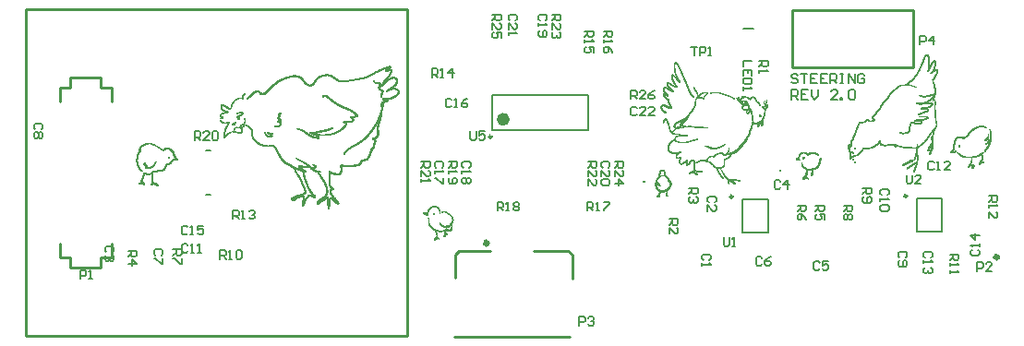
<source format=gto>
G04*
G04 #@! TF.GenerationSoftware,Altium Limited,Altium Designer,18.1.9 (240)*
G04*
G04 Layer_Color=65535*
%FSLAX25Y25*%
%MOIN*%
G70*
G01*
G75*
%ADD10C,0.00984*%
%ADD11C,0.02362*%
%ADD12C,0.01968*%
%ADD13C,0.01500*%
%ADD14C,0.00787*%
%ADD15C,0.00600*%
%ADD16C,0.01000*%
%ADD17C,0.00591*%
G36*
X235020Y98886D02*
X235102D01*
Y98804D01*
X235267D01*
Y98721D01*
X235349D01*
Y98639D01*
Y98557D01*
X235432D01*
Y98474D01*
X235514D01*
Y98392D01*
X235597D01*
Y98309D01*
X235680D01*
Y98227D01*
Y98144D01*
X235762D01*
Y98062D01*
Y97979D01*
X235844D01*
Y97897D01*
X235927D01*
Y97814D01*
Y97732D01*
X236009D01*
Y97649D01*
Y97567D01*
X236092D01*
Y97484D01*
Y97402D01*
X236174D01*
Y97319D01*
Y97237D01*
X236257D01*
Y97154D01*
Y97072D01*
Y96990D01*
X236339D01*
Y96907D01*
Y96825D01*
X236422D01*
Y96742D01*
Y96660D01*
X236504D01*
Y96577D01*
Y96495D01*
X236587D01*
Y96412D01*
Y96330D01*
Y96247D01*
X236669D01*
Y96165D01*
Y96082D01*
X236752D01*
Y96000D01*
Y95917D01*
X236834D01*
Y95835D01*
Y95752D01*
X236917D01*
Y95670D01*
Y95587D01*
X236999D01*
Y95505D01*
Y95422D01*
Y95340D01*
X237082D01*
Y95258D01*
Y95175D01*
X237164D01*
Y95092D01*
Y95010D01*
X237246D01*
Y94928D01*
Y94845D01*
Y94763D01*
X237329D01*
Y94680D01*
Y94598D01*
X237411D01*
Y94515D01*
Y94433D01*
Y94350D01*
X237494D01*
Y94268D01*
Y94185D01*
X237576D01*
Y94103D01*
Y94020D01*
X237659D01*
Y93938D01*
Y93855D01*
X237741D01*
Y93773D01*
Y93690D01*
Y93608D01*
X237824D01*
Y93525D01*
Y93443D01*
X237906D01*
Y93361D01*
Y93278D01*
X237989D01*
Y93196D01*
Y93113D01*
X238071D01*
Y93031D01*
Y92948D01*
X238154D01*
Y92866D01*
Y92783D01*
X238236D01*
Y92701D01*
Y92618D01*
X238319D01*
Y92536D01*
Y92453D01*
X238401D01*
Y92371D01*
Y92288D01*
Y92206D01*
X238484D01*
Y92123D01*
Y92041D01*
X238566D01*
Y91958D01*
Y91876D01*
X238649D01*
Y91794D01*
Y91711D01*
Y91628D01*
X238731D01*
Y91546D01*
Y91464D01*
X238813D01*
Y91381D01*
Y91299D01*
Y91216D01*
X238896D01*
Y91134D01*
Y91051D01*
X238979D01*
Y90969D01*
Y90886D01*
Y90804D01*
X239061D01*
Y90721D01*
Y90639D01*
Y90556D01*
X239143D01*
Y90474D01*
Y90391D01*
X239226D01*
Y90309D01*
Y90226D01*
Y90144D01*
X239308D01*
Y90061D01*
Y89979D01*
X239391D01*
Y89897D01*
Y89814D01*
Y89732D01*
X239473D01*
Y89649D01*
Y89567D01*
X239556D01*
Y89484D01*
Y89402D01*
X239638D01*
Y89319D01*
Y89237D01*
Y89154D01*
X239721D01*
Y89072D01*
Y88989D01*
X239803D01*
Y88907D01*
Y88824D01*
X239886D01*
Y88742D01*
Y88659D01*
X239968D01*
Y88577D01*
Y88494D01*
X240051D01*
Y88412D01*
Y88329D01*
X240133D01*
Y88247D01*
Y88165D01*
X240216D01*
Y88082D01*
X240298D01*
Y88000D01*
Y87917D01*
X240381D01*
Y87835D01*
Y87752D01*
X240463D01*
Y87670D01*
Y87587D01*
X240546D01*
Y87505D01*
X240628D01*
Y87422D01*
Y87340D01*
X240710D01*
Y87257D01*
X240793D01*
Y87175D01*
X240876D01*
Y87092D01*
X240958D01*
Y87010D01*
Y86927D01*
X241040D01*
Y86845D01*
X241123D01*
Y86762D01*
X241205D01*
Y86680D01*
X241288D01*
Y86598D01*
Y86515D01*
Y86432D01*
Y86350D01*
Y86268D01*
Y86185D01*
X240628D01*
Y86268D01*
X240546D01*
Y86350D01*
X240463D01*
Y86432D01*
Y86515D01*
X240381D01*
Y86598D01*
X240298D01*
Y86680D01*
X240216D01*
Y86762D01*
X240133D01*
Y86845D01*
Y86927D01*
X240051D01*
Y87010D01*
X239968D01*
Y87092D01*
Y87175D01*
X239886D01*
Y87257D01*
X239803D01*
Y87340D01*
Y87422D01*
X239721D01*
Y87505D01*
Y87587D01*
X239638D01*
Y87670D01*
X239556D01*
Y87752D01*
Y87835D01*
X239473D01*
Y87917D01*
Y88000D01*
X239391D01*
Y88082D01*
Y88165D01*
X239308D01*
Y88247D01*
Y88329D01*
X239226D01*
Y88412D01*
Y88494D01*
Y88577D01*
X239143D01*
Y88659D01*
Y88742D01*
X239061D01*
Y88824D01*
Y88907D01*
X238979D01*
Y88989D01*
Y89072D01*
Y89154D01*
X238896D01*
Y89237D01*
Y89319D01*
X238813D01*
Y89402D01*
Y89484D01*
Y89567D01*
X238731D01*
Y89649D01*
Y89732D01*
X238649D01*
Y89814D01*
Y89897D01*
Y89979D01*
X238566D01*
Y90061D01*
Y90144D01*
X238484D01*
Y90226D01*
Y90309D01*
Y90391D01*
X238401D01*
Y90474D01*
Y90556D01*
X238319D01*
Y90639D01*
Y90721D01*
Y90804D01*
X238236D01*
Y90886D01*
Y90969D01*
X238154D01*
Y91051D01*
Y91134D01*
Y91216D01*
X238071D01*
Y91299D01*
Y91381D01*
X237989D01*
Y91464D01*
Y91546D01*
Y91628D01*
X237906D01*
Y91711D01*
Y91794D01*
X237824D01*
Y91876D01*
Y91958D01*
X237741D01*
Y92041D01*
Y92123D01*
Y92206D01*
X237659D01*
Y92288D01*
Y92371D01*
X237576D01*
Y92453D01*
Y92536D01*
X237494D01*
Y92618D01*
Y92701D01*
X237411D01*
Y92783D01*
Y92866D01*
X237329D01*
Y92948D01*
Y93031D01*
X237246D01*
Y93113D01*
Y93196D01*
Y93278D01*
X237164D01*
Y93361D01*
Y93443D01*
X237082D01*
Y93525D01*
Y93608D01*
X236999D01*
Y93690D01*
Y93773D01*
Y93855D01*
X236917D01*
Y93938D01*
Y94020D01*
X236834D01*
Y94103D01*
Y94185D01*
Y94268D01*
X236752D01*
Y94350D01*
Y94433D01*
X236669D01*
Y94515D01*
Y94598D01*
Y94680D01*
X236587D01*
Y94763D01*
Y94845D01*
X236504D01*
Y94928D01*
Y95010D01*
Y95092D01*
X236422D01*
Y95175D01*
Y95258D01*
X236339D01*
Y95340D01*
Y95422D01*
X236257D01*
Y95505D01*
Y95587D01*
Y95670D01*
X236174D01*
Y95752D01*
Y95835D01*
X236092D01*
Y95917D01*
Y96000D01*
X236009D01*
Y96082D01*
Y96165D01*
X235927D01*
Y96247D01*
Y96330D01*
X235844D01*
Y96412D01*
Y96495D01*
Y96577D01*
X235762D01*
Y96660D01*
Y96742D01*
X235680D01*
Y96825D01*
Y96907D01*
X235597D01*
Y96990D01*
Y97072D01*
X235514D01*
Y97154D01*
Y97237D01*
X235432D01*
Y97319D01*
Y97402D01*
X235349D01*
Y97484D01*
Y97567D01*
X235267D01*
Y97649D01*
Y97732D01*
X235185D01*
Y97814D01*
X235102D01*
Y97897D01*
Y97979D01*
X235020D01*
Y98062D01*
X234937D01*
Y98144D01*
X234855D01*
Y98227D01*
X234772D01*
Y98309D01*
X234690D01*
Y98392D01*
X234607D01*
Y98309D01*
Y98227D01*
X234525D01*
Y98144D01*
Y98062D01*
Y97979D01*
X234442D01*
Y97897D01*
Y97814D01*
Y97732D01*
Y97649D01*
X234360D01*
Y97567D01*
Y97484D01*
Y97402D01*
X234442D01*
Y97319D01*
Y97237D01*
Y97154D01*
Y97072D01*
Y96990D01*
Y96907D01*
Y96825D01*
Y96742D01*
X234525D01*
Y96660D01*
Y96577D01*
Y96495D01*
Y96412D01*
Y96330D01*
Y96247D01*
X234607D01*
Y96165D01*
Y96082D01*
Y96000D01*
Y95917D01*
Y95835D01*
X234690D01*
Y95752D01*
Y95670D01*
Y95587D01*
Y95505D01*
X234772D01*
Y95422D01*
Y95340D01*
Y95258D01*
X234855D01*
Y95175D01*
Y95092D01*
Y95010D01*
Y94928D01*
X234937D01*
Y94845D01*
Y94763D01*
Y94680D01*
X235020D01*
Y94598D01*
Y94515D01*
Y94433D01*
X235102D01*
Y94350D01*
Y94268D01*
X235185D01*
Y94185D01*
Y94103D01*
X235267D01*
Y94020D01*
Y93938D01*
Y93855D01*
X235349D01*
Y93773D01*
Y93690D01*
X235432D01*
Y93608D01*
Y93525D01*
X235514D01*
Y93443D01*
Y93361D01*
X235597D01*
Y93278D01*
X235680D01*
Y93196D01*
Y93113D01*
X235762D01*
Y93031D01*
Y92948D01*
X235844D01*
Y92866D01*
Y92783D01*
X235927D01*
Y92701D01*
X236009D01*
Y92618D01*
Y92536D01*
X236092D01*
Y92453D01*
Y92371D01*
X236174D01*
Y92288D01*
X236257D01*
Y92206D01*
Y92123D01*
X236339D01*
Y92041D01*
X236422D01*
Y91958D01*
Y91876D01*
X236504D01*
Y91794D01*
Y91711D01*
Y91628D01*
Y91546D01*
Y91464D01*
Y91381D01*
X236422D01*
Y91299D01*
X236009D01*
Y91381D01*
X235844D01*
Y91464D01*
X235762D01*
Y91546D01*
X235680D01*
Y91628D01*
X235597D01*
Y91711D01*
X235514D01*
Y91794D01*
X235432D01*
Y91876D01*
X235349D01*
Y91958D01*
X235267D01*
Y92041D01*
X235185D01*
Y92123D01*
X235102D01*
Y92206D01*
Y92288D01*
X235020D01*
Y92371D01*
X234937D01*
Y92453D01*
X234855D01*
Y92536D01*
X234772D01*
Y92618D01*
X234690D01*
Y92701D01*
X234607D01*
Y92783D01*
Y92866D01*
X234525D01*
Y92948D01*
X234442D01*
Y93031D01*
X234360D01*
Y93113D01*
X234277D01*
Y93196D01*
X234195D01*
Y93278D01*
X234112D01*
Y93361D01*
Y93443D01*
X234030D01*
Y93525D01*
X233947D01*
Y93608D01*
X233865D01*
Y93690D01*
X233783D01*
Y93773D01*
X233700D01*
Y93855D01*
X233617D01*
Y93938D01*
X233453D01*
Y93855D01*
Y93773D01*
X233535D01*
Y93690D01*
Y93608D01*
Y93525D01*
Y93443D01*
Y93361D01*
X233617D01*
Y93278D01*
Y93196D01*
Y93113D01*
Y93031D01*
X233700D01*
Y92948D01*
Y92866D01*
X233783D01*
Y92783D01*
Y92701D01*
Y92618D01*
X233865D01*
Y92536D01*
Y92453D01*
X233947D01*
Y92371D01*
Y92288D01*
X234030D01*
Y92206D01*
Y92123D01*
X234112D01*
Y92041D01*
Y91958D01*
X234195D01*
Y91876D01*
Y91794D01*
X234277D01*
Y91711D01*
Y91628D01*
X234360D01*
Y91546D01*
Y91464D01*
X234442D01*
Y91381D01*
X234525D01*
Y91299D01*
Y91216D01*
X234607D01*
Y91134D01*
Y91051D01*
X234690D01*
Y90969D01*
X234772D01*
Y90886D01*
X234855D01*
Y90804D01*
Y90721D01*
X234937D01*
Y90639D01*
X235020D01*
Y90556D01*
X235102D01*
Y90474D01*
X235185D01*
Y90391D01*
X235267D01*
Y90309D01*
Y90226D01*
X235349D01*
Y90144D01*
Y90061D01*
Y89979D01*
Y89897D01*
Y89814D01*
Y89732D01*
X235267D01*
Y89649D01*
X234772D01*
Y89732D01*
X234525D01*
Y89814D01*
X234195D01*
Y89897D01*
X233947D01*
Y89979D01*
X233700D01*
Y90061D01*
X233535D01*
Y90144D01*
X233370D01*
Y90226D01*
X233205D01*
Y90309D01*
X233040D01*
Y90391D01*
X232958D01*
Y90474D01*
X232793D01*
Y90556D01*
X232710D01*
Y90639D01*
X232628D01*
Y90721D01*
X232463D01*
Y90804D01*
X232298D01*
Y90886D01*
X232215D01*
Y90969D01*
X232050D01*
Y91051D01*
X231886D01*
Y90969D01*
Y90886D01*
X231968D01*
Y90804D01*
Y90721D01*
X232050D01*
Y90639D01*
Y90556D01*
X232133D01*
Y90474D01*
Y90391D01*
X232215D01*
Y90309D01*
X232298D01*
Y90226D01*
X232380D01*
Y90144D01*
Y90061D01*
X232463D01*
Y89979D01*
X232545D01*
Y89897D01*
X232628D01*
Y89814D01*
X232710D01*
Y89732D01*
X232793D01*
Y89649D01*
X232875D01*
Y89567D01*
X232958D01*
Y89484D01*
X233123D01*
Y89402D01*
X233205D01*
Y89319D01*
X233288D01*
Y89237D01*
X233370D01*
Y89154D01*
X233453D01*
Y89072D01*
X233535D01*
Y88989D01*
X233617D01*
Y88907D01*
X233700D01*
Y88824D01*
X233783D01*
Y88742D01*
X233865D01*
Y88659D01*
Y88577D01*
Y88494D01*
Y88412D01*
Y88329D01*
Y88247D01*
Y88165D01*
Y88082D01*
X233288D01*
Y88165D01*
X233123D01*
Y88247D01*
X232958D01*
Y88329D01*
X232875D01*
Y88412D01*
X232710D01*
Y88494D01*
X232545D01*
Y88577D01*
X232380D01*
Y88659D01*
X232215D01*
Y88742D01*
X232050D01*
Y88824D01*
X231886D01*
Y88907D01*
X231803D01*
Y88989D01*
X231638D01*
Y89072D01*
X231473D01*
Y89154D01*
X231308D01*
Y89237D01*
X231226D01*
Y89319D01*
X231061D01*
Y89402D01*
X230896D01*
Y89484D01*
X230813D01*
Y89402D01*
X230731D01*
Y89319D01*
X230648D01*
Y89237D01*
Y89154D01*
Y89072D01*
Y88989D01*
Y88907D01*
Y88824D01*
X230731D01*
Y88742D01*
Y88659D01*
X230813D01*
Y88577D01*
Y88494D01*
X230896D01*
Y88412D01*
X230978D01*
Y88329D01*
X231061D01*
Y88247D01*
Y88165D01*
X231143D01*
Y88082D01*
X231226D01*
Y88000D01*
X231308D01*
Y87917D01*
X231391D01*
Y87835D01*
X231473D01*
Y87752D01*
X231556D01*
Y87670D01*
X231638D01*
Y87587D01*
X231721D01*
Y87505D01*
X231803D01*
Y87422D01*
X231886D01*
Y87340D01*
X231968D01*
Y87257D01*
X232050D01*
Y87175D01*
Y87092D01*
X232133D01*
Y87010D01*
Y86927D01*
Y86845D01*
Y86762D01*
Y86680D01*
Y86598D01*
Y86515D01*
X231391D01*
Y86598D01*
X231308D01*
Y86680D01*
X231143D01*
Y86762D01*
X231061D01*
Y86845D01*
X230896D01*
Y86762D01*
X230978D01*
Y86680D01*
X231061D01*
Y86598D01*
X231143D01*
Y86515D01*
X231226D01*
Y86432D01*
X231308D01*
Y86350D01*
Y86268D01*
X231391D01*
Y86185D01*
X231473D01*
Y86103D01*
X231556D01*
Y86020D01*
X231638D01*
Y85938D01*
X231721D01*
Y85855D01*
X231968D01*
Y85773D01*
X232215D01*
Y85690D01*
X232298D01*
Y85608D01*
Y85525D01*
Y85443D01*
Y85360D01*
Y85278D01*
Y85195D01*
Y85113D01*
Y85030D01*
Y84948D01*
Y84865D01*
Y84783D01*
X232380D01*
Y84701D01*
Y84618D01*
X232463D01*
Y84536D01*
Y84453D01*
X232545D01*
Y84371D01*
Y84288D01*
X232628D01*
Y84206D01*
Y84123D01*
X232710D01*
Y84041D01*
Y83958D01*
X232793D01*
Y83876D01*
Y83793D01*
X232875D01*
Y83711D01*
Y83628D01*
Y83546D01*
X232958D01*
Y83463D01*
Y83381D01*
X233040D01*
Y83298D01*
Y83216D01*
Y83134D01*
X233123D01*
Y83051D01*
Y82968D01*
X233205D01*
Y82886D01*
Y82804D01*
X233288D01*
Y82721D01*
Y82639D01*
Y82556D01*
Y82474D01*
Y82391D01*
Y82309D01*
X233205D01*
Y82226D01*
Y82144D01*
X232050D01*
Y82226D01*
X231803D01*
Y82309D01*
X231638D01*
Y82391D01*
X231473D01*
Y82474D01*
X231308D01*
Y82556D01*
X231143D01*
Y82639D01*
X230978D01*
Y82721D01*
X230896D01*
Y82804D01*
X230731D01*
Y82886D01*
X230483D01*
Y82968D01*
X230071D01*
Y82886D01*
X229989D01*
Y82804D01*
X229906D01*
Y82721D01*
X229824D01*
Y82639D01*
Y82556D01*
Y82474D01*
Y82391D01*
X229906D01*
Y82309D01*
Y82226D01*
X229989D01*
Y82144D01*
X230071D01*
Y82061D01*
Y81979D01*
X230153D01*
Y81896D01*
X230236D01*
Y81814D01*
X230318D01*
Y81731D01*
X230401D01*
Y81649D01*
X230483D01*
Y81566D01*
X230566D01*
Y81484D01*
X230731D01*
Y81401D01*
X230813D01*
Y81319D01*
X230896D01*
Y81236D01*
X231061D01*
Y81154D01*
X231391D01*
Y81072D01*
X231473D01*
Y80989D01*
Y80907D01*
Y80824D01*
Y80742D01*
Y80659D01*
X231391D01*
Y80577D01*
X231308D01*
Y80494D01*
X230566D01*
Y80577D01*
X230401D01*
Y80659D01*
X230318D01*
Y80742D01*
X230153D01*
Y80824D01*
X230071D01*
Y80907D01*
X229989D01*
Y80989D01*
X229906D01*
Y81072D01*
X229824D01*
Y81154D01*
X229741D01*
Y81236D01*
X229659D01*
Y81319D01*
X229576D01*
Y81401D01*
X229494D01*
Y81484D01*
X229411D01*
Y81566D01*
Y81649D01*
X229329D01*
Y81731D01*
Y81814D01*
X229246D01*
Y81896D01*
Y81979D01*
X229164D01*
Y82061D01*
Y82144D01*
Y82226D01*
X229081D01*
Y82309D01*
Y82391D01*
Y82474D01*
Y82556D01*
Y82639D01*
Y82721D01*
Y82804D01*
Y82886D01*
Y82968D01*
X229164D01*
Y83051D01*
Y83134D01*
Y83216D01*
X229246D01*
Y83298D01*
X229329D01*
Y83381D01*
X229411D01*
Y83463D01*
X229494D01*
Y83546D01*
X229659D01*
Y83628D01*
X229906D01*
Y83711D01*
X230648D01*
Y83628D01*
X230978D01*
Y83546D01*
X231143D01*
Y83463D01*
X231308D01*
Y83381D01*
X231473D01*
Y83298D01*
X231638D01*
Y83216D01*
X231721D01*
Y83134D01*
X231886D01*
Y83051D01*
X232050D01*
Y82968D01*
X232215D01*
Y82886D01*
X232380D01*
Y82968D01*
X232298D01*
Y83051D01*
Y83134D01*
Y83216D01*
X232215D01*
Y83298D01*
Y83381D01*
X232133D01*
Y83463D01*
Y83546D01*
Y83628D01*
X232050D01*
Y83711D01*
X231968D01*
Y83793D01*
Y83876D01*
X231886D01*
Y83958D01*
Y84041D01*
X231803D01*
Y84123D01*
Y84206D01*
X231721D01*
Y84288D01*
Y84371D01*
Y84453D01*
X231638D01*
Y84536D01*
Y84618D01*
Y84701D01*
Y84783D01*
Y84865D01*
Y84948D01*
Y85030D01*
Y85113D01*
Y85195D01*
X231473D01*
Y85278D01*
X231226D01*
Y85360D01*
X231143D01*
Y85443D01*
X231061D01*
Y85525D01*
X230978D01*
Y85608D01*
X230896D01*
Y85690D01*
X230813D01*
Y85773D01*
Y85855D01*
X230731D01*
Y85938D01*
X230648D01*
Y86020D01*
X230566D01*
Y86103D01*
X230483D01*
Y86185D01*
X230401D01*
Y86268D01*
Y86350D01*
X230318D01*
Y86432D01*
X230236D01*
Y86515D01*
Y86598D01*
X230153D01*
Y86680D01*
Y86762D01*
Y86845D01*
X230071D01*
Y86927D01*
Y87010D01*
Y87092D01*
Y87175D01*
Y87257D01*
Y87340D01*
Y87422D01*
Y87505D01*
X230153D01*
Y87587D01*
Y87670D01*
X230236D01*
Y87752D01*
X230483D01*
Y87835D01*
X230401D01*
Y87917D01*
X230318D01*
Y88000D01*
Y88082D01*
X230236D01*
Y88165D01*
Y88247D01*
X230153D01*
Y88329D01*
Y88412D01*
X230071D01*
Y88494D01*
Y88577D01*
Y88659D01*
Y88742D01*
X229989D01*
Y88824D01*
Y88907D01*
Y88989D01*
Y89072D01*
Y89154D01*
Y89237D01*
Y89319D01*
Y89402D01*
Y89484D01*
X230071D01*
Y89567D01*
Y89649D01*
Y89732D01*
X230153D01*
Y89814D01*
Y89897D01*
X230236D01*
Y89979D01*
X230318D01*
Y90061D01*
X231308D01*
Y89979D01*
X231473D01*
Y89897D01*
X231638D01*
Y89814D01*
X231721D01*
Y89897D01*
X231638D01*
Y89979D01*
X231556D01*
Y90061D01*
Y90144D01*
X231473D01*
Y90226D01*
Y90309D01*
X231391D01*
Y90391D01*
Y90474D01*
X231308D01*
Y90556D01*
Y90639D01*
Y90721D01*
Y90804D01*
X231226D01*
Y90886D01*
Y90969D01*
Y91051D01*
Y91134D01*
Y91216D01*
Y91299D01*
Y91381D01*
X231308D01*
Y91464D01*
Y91546D01*
X231391D01*
Y91628D01*
X231473D01*
Y91711D01*
X232133D01*
Y91628D01*
X232380D01*
Y91546D01*
X232545D01*
Y91464D01*
X232710D01*
Y91381D01*
X232793D01*
Y91299D01*
X232958D01*
Y91216D01*
X233040D01*
Y91134D01*
X233205D01*
Y91051D01*
X233288D01*
Y90969D01*
X233453D01*
Y90886D01*
X233535D01*
Y90804D01*
X233700D01*
Y90721D01*
X233865D01*
Y90639D01*
X234030D01*
Y90556D01*
X234195D01*
Y90639D01*
X234112D01*
Y90721D01*
X234030D01*
Y90804D01*
Y90886D01*
X233947D01*
Y90969D01*
Y91051D01*
X233865D01*
Y91134D01*
X233783D01*
Y91216D01*
Y91299D01*
X233700D01*
Y91381D01*
Y91464D01*
X233617D01*
Y91546D01*
Y91628D01*
X233535D01*
Y91711D01*
Y91794D01*
X233453D01*
Y91876D01*
Y91958D01*
X233370D01*
Y92041D01*
Y92123D01*
X233288D01*
Y92206D01*
Y92288D01*
Y92371D01*
X233205D01*
Y92453D01*
Y92536D01*
X233123D01*
Y92618D01*
Y92701D01*
Y92783D01*
X233040D01*
Y92866D01*
Y92948D01*
Y93031D01*
Y93113D01*
Y93196D01*
X232958D01*
Y93278D01*
Y93361D01*
Y93443D01*
Y93525D01*
Y93608D01*
Y93690D01*
Y93773D01*
Y93855D01*
Y93938D01*
Y94020D01*
Y94103D01*
Y94185D01*
Y94268D01*
Y94350D01*
Y94433D01*
X233040D01*
Y94515D01*
Y94598D01*
X233205D01*
Y94680D01*
X233700D01*
Y94598D01*
X233865D01*
Y94515D01*
X233947D01*
Y94433D01*
X234030D01*
Y94350D01*
X234112D01*
Y94268D01*
X234195D01*
Y94185D01*
X234277D01*
Y94103D01*
X234360D01*
Y94020D01*
X234442D01*
Y93938D01*
X234525D01*
Y93855D01*
X234607D01*
Y93938D01*
X234525D01*
Y94020D01*
Y94103D01*
Y94185D01*
X234442D01*
Y94268D01*
Y94350D01*
Y94433D01*
X234360D01*
Y94515D01*
Y94598D01*
Y94680D01*
X234277D01*
Y94763D01*
Y94845D01*
Y94928D01*
X234195D01*
Y95010D01*
Y95092D01*
Y95175D01*
Y95258D01*
X234112D01*
Y95340D01*
Y95422D01*
Y95505D01*
Y95587D01*
Y95670D01*
X234030D01*
Y95752D01*
Y95835D01*
Y95917D01*
Y96000D01*
Y96082D01*
X233947D01*
Y96165D01*
Y96247D01*
Y96330D01*
Y96412D01*
Y96495D01*
Y96577D01*
X233865D01*
Y96660D01*
Y96742D01*
Y96825D01*
Y96907D01*
Y96990D01*
Y97072D01*
Y97154D01*
Y97237D01*
Y97319D01*
Y97402D01*
Y97484D01*
Y97567D01*
Y97649D01*
Y97732D01*
Y97814D01*
Y97897D01*
Y97979D01*
Y98062D01*
Y98144D01*
Y98227D01*
X233947D01*
Y98309D01*
Y98392D01*
Y98474D01*
X234030D01*
Y98557D01*
Y98639D01*
Y98721D01*
X234112D01*
Y98804D01*
X234195D01*
Y98886D01*
X234277D01*
Y98969D01*
X235020D01*
Y98886D01*
D02*
G37*
G36*
X131651Y97548D02*
X131821D01*
Y97463D01*
Y97378D01*
X131906D01*
Y97293D01*
Y97208D01*
Y97123D01*
Y97038D01*
Y96953D01*
Y96868D01*
Y96784D01*
X131821D01*
Y96698D01*
Y96614D01*
X131736D01*
Y96529D01*
X131651D01*
Y96444D01*
X132161D01*
Y96359D01*
X132246D01*
Y96274D01*
X132331D01*
Y96189D01*
Y96104D01*
X132416D01*
Y96019D01*
Y95934D01*
Y95849D01*
Y95764D01*
Y95679D01*
Y95594D01*
Y95509D01*
X132331D01*
Y95424D01*
Y95339D01*
Y95254D01*
Y95170D01*
X132246D01*
Y95085D01*
Y95000D01*
X132161D01*
Y94915D01*
Y94830D01*
X132076D01*
Y94745D01*
Y94660D01*
X131991D01*
Y94575D01*
Y94490D01*
X131906D01*
Y94405D01*
Y94320D01*
X131821D01*
Y94235D01*
X131736D01*
Y94150D01*
Y94065D01*
X131651D01*
Y93980D01*
X131567D01*
Y93895D01*
Y93810D01*
X131482D01*
Y93726D01*
X131397D01*
Y93641D01*
X131312D01*
Y93556D01*
X131227D01*
Y93471D01*
X131142D01*
Y93386D01*
X131057D01*
Y93301D01*
Y93216D01*
X131227D01*
Y93301D01*
X131397D01*
Y93386D01*
X131651D01*
Y93471D01*
X131906D01*
Y93556D01*
X132161D01*
Y93641D01*
X133350D01*
Y93556D01*
X133605D01*
Y93471D01*
X133775D01*
Y93386D01*
X133945D01*
Y93301D01*
X134030D01*
Y93216D01*
Y93131D01*
X134115D01*
Y93046D01*
X134200D01*
Y92961D01*
Y92876D01*
Y92791D01*
X134285D01*
Y92706D01*
Y92621D01*
Y92536D01*
Y92451D01*
X134370D01*
Y92366D01*
Y92281D01*
Y92197D01*
Y92111D01*
Y92027D01*
Y91942D01*
Y91857D01*
Y91772D01*
Y91687D01*
Y91602D01*
Y91517D01*
Y91432D01*
X134285D01*
Y91347D01*
Y91262D01*
Y91177D01*
X134200D01*
Y91092D01*
Y91007D01*
X134115D01*
Y90922D01*
X134030D01*
Y90837D01*
Y90752D01*
X133945D01*
Y90667D01*
X133860D01*
Y90583D01*
X133775D01*
Y90498D01*
X133690D01*
Y90413D01*
Y90328D01*
X133605D01*
Y90243D01*
X133435D01*
Y90158D01*
X133350D01*
Y90073D01*
X133265D01*
Y89988D01*
X133180D01*
Y89903D01*
X133096D01*
Y89818D01*
X133011D01*
Y89733D01*
X133265D01*
Y89648D01*
X133775D01*
Y89563D01*
X134030D01*
Y89478D01*
X134200D01*
Y89393D01*
X134370D01*
Y89308D01*
X134455D01*
Y89223D01*
X134540D01*
Y89139D01*
X134625D01*
Y89053D01*
Y88969D01*
X134710D01*
Y88884D01*
X134794D01*
Y88799D01*
Y88714D01*
X134879D01*
Y88629D01*
Y88544D01*
Y88459D01*
Y88374D01*
X134964D01*
Y88289D01*
Y88204D01*
Y88119D01*
Y88034D01*
Y87949D01*
Y87864D01*
Y87779D01*
X134879D01*
Y87694D01*
Y87609D01*
Y87524D01*
X134794D01*
Y87440D01*
Y87355D01*
X134710D01*
Y87270D01*
Y87185D01*
X134625D01*
Y87100D01*
X134540D01*
Y87015D01*
X134455D01*
Y86930D01*
X134370D01*
Y86845D01*
X134285D01*
Y86760D01*
X134200D01*
Y86675D01*
X134115D01*
Y86590D01*
X133945D01*
Y86505D01*
X133860D01*
Y86420D01*
X133690D01*
Y86335D01*
X133605D01*
Y86250D01*
X133435D01*
Y86165D01*
X133350D01*
Y86080D01*
X133180D01*
Y85996D01*
X133011D01*
Y85911D01*
X132841D01*
Y85826D01*
X132671D01*
Y85741D01*
X132416D01*
Y85656D01*
X132246D01*
Y85571D01*
X131991D01*
Y85486D01*
X131651D01*
Y85401D01*
X131397D01*
Y85316D01*
X131057D01*
Y85231D01*
X130972D01*
Y85146D01*
Y85061D01*
Y84976D01*
Y84891D01*
Y84806D01*
X130887D01*
Y84721D01*
X130802D01*
Y84636D01*
X130632D01*
Y84552D01*
X130462D01*
Y84466D01*
X130292D01*
Y84382D01*
X129953D01*
Y84297D01*
X129528D01*
Y84212D01*
X129443D01*
Y84127D01*
Y84042D01*
Y83957D01*
Y83872D01*
Y83787D01*
X129358D01*
Y83702D01*
Y83617D01*
Y83532D01*
Y83447D01*
Y83362D01*
Y83277D01*
X129273D01*
Y83192D01*
Y83107D01*
Y83022D01*
Y82938D01*
Y82853D01*
X129188D01*
Y82768D01*
Y82683D01*
Y82598D01*
Y82513D01*
Y82428D01*
X129103D01*
Y82343D01*
Y82258D01*
Y82173D01*
Y82088D01*
Y82003D01*
X129018D01*
Y81918D01*
Y81833D01*
Y81748D01*
Y81663D01*
X128933D01*
Y81578D01*
Y81494D01*
Y81409D01*
Y81324D01*
X128848D01*
Y81239D01*
Y81154D01*
Y81069D01*
Y80984D01*
X128763D01*
Y80899D01*
Y80814D01*
Y80729D01*
X128678D01*
Y80644D01*
Y80559D01*
Y80474D01*
Y80389D01*
Y80304D01*
Y80219D01*
Y80134D01*
Y80049D01*
Y79965D01*
Y79879D01*
Y79795D01*
Y79710D01*
Y79625D01*
Y79540D01*
Y79455D01*
X128594D01*
Y79370D01*
Y79285D01*
Y79200D01*
Y79115D01*
Y79030D01*
Y78945D01*
X128508D01*
Y78860D01*
Y78775D01*
Y78690D01*
Y78605D01*
X128424D01*
Y78520D01*
Y78435D01*
Y78351D01*
X128339D01*
Y78266D01*
Y78181D01*
Y78096D01*
Y78011D01*
X128254D01*
Y77926D01*
Y77841D01*
Y77756D01*
X128169D01*
Y77671D01*
Y77586D01*
Y77501D01*
X128084D01*
Y77416D01*
Y77331D01*
X127999D01*
Y77246D01*
Y77161D01*
Y77076D01*
X127914D01*
Y76991D01*
Y76907D01*
Y76822D01*
X127829D01*
Y76737D01*
Y76652D01*
Y76567D01*
X127744D01*
Y76482D01*
Y76397D01*
Y76312D01*
Y76227D01*
X127659D01*
Y76142D01*
Y76057D01*
Y75972D01*
Y75887D01*
X127574D01*
Y75802D01*
Y75717D01*
Y75632D01*
Y75547D01*
Y75462D01*
X127489D01*
Y75378D01*
Y75292D01*
Y75208D01*
Y75123D01*
Y75038D01*
Y74953D01*
Y74868D01*
Y74783D01*
Y74698D01*
Y74613D01*
Y74528D01*
Y74443D01*
Y74358D01*
Y74273D01*
X127574D01*
Y74188D01*
Y74103D01*
Y74018D01*
Y73933D01*
Y73848D01*
Y73764D01*
Y73679D01*
Y73594D01*
Y73509D01*
Y73424D01*
Y73339D01*
Y73254D01*
Y73169D01*
Y73084D01*
Y72999D01*
Y72914D01*
Y72829D01*
Y72744D01*
Y72659D01*
Y72574D01*
Y72489D01*
X127489D01*
Y72404D01*
Y72320D01*
Y72234D01*
X127404D01*
Y72150D01*
Y72065D01*
X127319D01*
Y71980D01*
X127234D01*
Y71895D01*
Y71810D01*
X127149D01*
Y71725D01*
X127065D01*
Y71640D01*
X126979D01*
Y71555D01*
X126895D01*
Y71470D01*
X126810D01*
Y71385D01*
X126725D01*
Y71300D01*
X126555D01*
Y71215D01*
X126385D01*
Y71130D01*
X126470D01*
Y71045D01*
Y70960D01*
Y70875D01*
X126555D01*
Y70790D01*
Y70705D01*
Y70621D01*
Y70536D01*
Y70451D01*
Y70366D01*
Y70281D01*
Y70196D01*
Y70111D01*
Y70026D01*
X126470D01*
Y69941D01*
Y69856D01*
Y69771D01*
Y69686D01*
X126385D01*
Y69601D01*
Y69516D01*
Y69431D01*
X126300D01*
Y69346D01*
Y69261D01*
X126215D01*
Y69177D01*
X126130D01*
Y69092D01*
Y69007D01*
X126045D01*
Y68922D01*
Y68837D01*
Y68752D01*
Y68667D01*
Y68582D01*
Y68497D01*
Y68412D01*
Y68327D01*
Y68242D01*
Y68157D01*
X125960D01*
Y68072D01*
Y67987D01*
Y67902D01*
X125875D01*
Y67817D01*
Y67733D01*
X125790D01*
Y67647D01*
X125705D01*
Y67563D01*
Y67478D01*
X125620D01*
Y67393D01*
X125536D01*
Y67308D01*
X125451D01*
Y67223D01*
X125366D01*
Y67138D01*
X125281D01*
Y67053D01*
Y66968D01*
X125196D01*
Y66883D01*
Y66798D01*
X125111D01*
Y66713D01*
Y66628D01*
Y66543D01*
X125026D01*
Y66458D01*
Y66373D01*
Y66288D01*
X124941D01*
Y66203D01*
Y66119D01*
Y66034D01*
Y65949D01*
X124856D01*
Y65864D01*
Y65779D01*
X124771D01*
Y65694D01*
Y65609D01*
X124686D01*
Y65524D01*
Y65439D01*
X124601D01*
Y65354D01*
Y65269D01*
Y65184D01*
X124516D01*
Y65099D01*
Y65014D01*
X124431D01*
Y64929D01*
Y64844D01*
X124346D01*
Y64759D01*
Y64675D01*
X124261D01*
Y64590D01*
Y64505D01*
X124176D01*
Y64420D01*
Y64335D01*
X124091D01*
Y64250D01*
X124006D01*
Y64165D01*
Y64080D01*
X123922D01*
Y63995D01*
X123837D01*
Y63910D01*
Y63825D01*
X123752D01*
Y63740D01*
X123667D01*
Y63655D01*
X123582D01*
Y63570D01*
X123412D01*
Y63485D01*
X123242D01*
Y63400D01*
X123072D01*
Y63315D01*
X122817D01*
Y63230D01*
X122562D01*
Y63146D01*
X121968D01*
Y63060D01*
X121798D01*
Y62976D01*
X121628D01*
Y62891D01*
X121543D01*
Y62806D01*
Y62721D01*
X121458D01*
Y62636D01*
Y62551D01*
X121373D01*
Y62466D01*
Y62381D01*
X121288D01*
Y62296D01*
Y62211D01*
X121203D01*
Y62126D01*
Y62041D01*
X121118D01*
Y61956D01*
X121033D01*
Y61871D01*
X120949D01*
Y61786D01*
X120863D01*
Y61701D01*
X120779D01*
Y61616D01*
X120609D01*
Y61532D01*
X120439D01*
Y61447D01*
X120269D01*
Y61362D01*
X119929D01*
Y61277D01*
X119334D01*
Y61192D01*
X118740D01*
Y61107D01*
X118145D01*
Y61022D01*
X114663D01*
Y61107D01*
X114323D01*
Y61022D01*
Y60937D01*
Y60852D01*
Y60767D01*
Y60682D01*
Y60597D01*
X114408D01*
Y60512D01*
Y60427D01*
Y60342D01*
Y60257D01*
Y60172D01*
Y60088D01*
Y60002D01*
Y59918D01*
Y59833D01*
Y59748D01*
Y59663D01*
Y59578D01*
X114323D01*
Y59493D01*
Y59408D01*
Y59323D01*
Y59238D01*
X114238D01*
Y59153D01*
Y59068D01*
Y58983D01*
X114153D01*
Y58898D01*
Y58813D01*
X114068D01*
Y58728D01*
X113983D01*
Y58643D01*
Y58558D01*
X113898D01*
Y58473D01*
X113813D01*
Y58389D01*
X113728D01*
Y58304D01*
X113558D01*
Y58219D01*
X113388D01*
Y58134D01*
X113134D01*
Y58049D01*
X111775D01*
Y58134D01*
X111435D01*
Y58219D01*
X111095D01*
Y58304D01*
X110840D01*
Y58389D01*
X110585D01*
Y58473D01*
X110330D01*
Y58558D01*
X110161D01*
Y58643D01*
X110076D01*
Y58558D01*
Y58473D01*
Y58389D01*
Y58304D01*
Y58219D01*
Y58134D01*
Y58049D01*
Y57964D01*
Y57879D01*
Y57794D01*
Y57709D01*
Y57624D01*
Y57539D01*
Y57454D01*
Y57369D01*
Y57284D01*
Y57199D01*
X109991D01*
Y57114D01*
Y57029D01*
Y56945D01*
Y56860D01*
Y56775D01*
Y56690D01*
Y56605D01*
Y56520D01*
Y56435D01*
Y56350D01*
Y56265D01*
Y56180D01*
Y56095D01*
Y56010D01*
Y55925D01*
Y55840D01*
Y55755D01*
X110076D01*
Y55670D01*
Y55585D01*
Y55501D01*
Y55415D01*
Y55331D01*
Y55246D01*
Y55161D01*
Y55076D01*
Y54991D01*
Y54906D01*
Y54821D01*
Y54736D01*
X110161D01*
Y54651D01*
Y54566D01*
Y54481D01*
Y54396D01*
X110246D01*
Y54311D01*
Y54226D01*
X110330D01*
Y54141D01*
X110415D01*
Y54056D01*
X110500D01*
Y53971D01*
X110585D01*
Y53886D01*
X110670D01*
Y53802D01*
X110840D01*
Y53717D01*
X110925D01*
Y53632D01*
X111010D01*
Y53547D01*
X111180D01*
Y53462D01*
X111265D01*
Y53377D01*
X111350D01*
Y53292D01*
Y53207D01*
Y53122D01*
Y53037D01*
Y52952D01*
Y52867D01*
Y52782D01*
X111265D01*
Y52697D01*
X111180D01*
Y52612D01*
X110840D01*
Y52527D01*
X110585D01*
Y52442D01*
X110415D01*
Y52358D01*
X110330D01*
Y52273D01*
Y52188D01*
Y52103D01*
Y52018D01*
X110415D01*
Y51933D01*
Y51848D01*
X110500D01*
Y51763D01*
Y51678D01*
X110585D01*
Y51593D01*
Y51508D01*
X110670D01*
Y51423D01*
Y51338D01*
X110755D01*
Y51253D01*
X110840D01*
Y51168D01*
Y51083D01*
X110925D01*
Y50998D01*
X111010D01*
Y50913D01*
Y50828D01*
X111095D01*
Y50744D01*
X111180D01*
Y50659D01*
X111265D01*
Y50574D01*
X111350D01*
Y50489D01*
X111435D01*
Y50404D01*
Y50319D01*
X111520D01*
Y50234D01*
X111605D01*
Y50149D01*
X111689D01*
Y50064D01*
X111775D01*
Y49979D01*
X111859D01*
Y49894D01*
Y49809D01*
X111944D01*
Y49724D01*
X112029D01*
Y49639D01*
X112114D01*
Y49554D01*
X112199D01*
Y49469D01*
Y49384D01*
X112284D01*
Y49299D01*
X112369D01*
Y49215D01*
X112454D01*
Y49130D01*
Y49045D01*
X112539D01*
Y48960D01*
X112624D01*
Y48875D01*
X112709D01*
Y48790D01*
X112794D01*
Y48705D01*
Y48620D01*
X112879D01*
Y48535D01*
X112964D01*
Y48450D01*
X113049D01*
Y48365D01*
X113134D01*
Y48280D01*
Y48195D01*
X113218D01*
Y48110D01*
Y48025D01*
Y47940D01*
Y47855D01*
Y47771D01*
Y47686D01*
X113134D01*
Y47601D01*
X112284D01*
Y47686D01*
X112114D01*
Y47771D01*
X111944D01*
Y47855D01*
X111775D01*
Y47940D01*
X111689D01*
Y48025D01*
X111605D01*
Y48110D01*
X111520D01*
Y48195D01*
X111435D01*
Y48280D01*
X111350D01*
Y48365D01*
X111265D01*
Y48450D01*
X111180D01*
Y48535D01*
X111095D01*
Y48620D01*
X111010D01*
Y48705D01*
X110925D01*
Y48790D01*
X110840D01*
Y48875D01*
X110755D01*
Y48960D01*
X110670D01*
Y49045D01*
X110585D01*
Y49130D01*
X110500D01*
Y49215D01*
X110415D01*
Y49299D01*
X110330D01*
Y49384D01*
X110161D01*
Y49299D01*
Y49215D01*
Y49130D01*
X110076D01*
Y49045D01*
Y48960D01*
Y48875D01*
Y48790D01*
Y48705D01*
X109991D01*
Y48620D01*
Y48535D01*
Y48450D01*
Y48365D01*
Y48280D01*
Y48195D01*
Y48110D01*
Y48025D01*
Y47940D01*
Y47855D01*
X109906D01*
Y47771D01*
Y47686D01*
Y47601D01*
Y47516D01*
Y47431D01*
Y47346D01*
Y47261D01*
Y47176D01*
Y47091D01*
Y47006D01*
Y46921D01*
Y46836D01*
Y46751D01*
X109821D01*
Y46666D01*
Y46581D01*
Y46496D01*
Y46411D01*
Y46326D01*
Y46242D01*
Y46156D01*
Y46072D01*
X109736D01*
Y45987D01*
X109651D01*
Y45902D01*
X109141D01*
Y45987D01*
X109056D01*
Y46072D01*
Y46156D01*
X108971D01*
Y46242D01*
Y46326D01*
Y46411D01*
Y46496D01*
X108886D01*
Y46581D01*
Y46666D01*
Y46751D01*
Y46836D01*
Y46921D01*
Y47006D01*
X108801D01*
Y47091D01*
Y47176D01*
Y47261D01*
Y47346D01*
Y47431D01*
X108716D01*
Y47516D01*
Y47601D01*
Y47686D01*
Y47771D01*
Y47855D01*
X108632D01*
Y47940D01*
Y48025D01*
Y48110D01*
Y48195D01*
Y48280D01*
Y48365D01*
X108547D01*
Y48450D01*
Y48535D01*
Y48620D01*
Y48705D01*
Y48790D01*
Y48875D01*
Y48960D01*
Y49045D01*
Y49130D01*
Y49215D01*
Y49299D01*
Y49384D01*
Y49469D01*
X108462D01*
Y49384D01*
X108377D01*
Y49299D01*
X108292D01*
Y49215D01*
X108207D01*
Y49130D01*
X108122D01*
Y49045D01*
X108037D01*
Y48960D01*
X107867D01*
Y48875D01*
X107782D01*
Y48790D01*
X107612D01*
Y48705D01*
X107527D01*
Y48620D01*
X107357D01*
Y48535D01*
X107272D01*
Y48450D01*
X107103D01*
Y48365D01*
X107018D01*
Y48280D01*
X106848D01*
Y48195D01*
X106763D01*
Y48110D01*
X106593D01*
Y48025D01*
X106508D01*
Y47940D01*
X106423D01*
Y47855D01*
X106253D01*
Y47771D01*
X106083D01*
Y47686D01*
X105998D01*
Y47601D01*
X105828D01*
Y47516D01*
X104979D01*
Y47601D01*
Y47686D01*
X104894D01*
Y47771D01*
Y47855D01*
Y47940D01*
Y48025D01*
Y48110D01*
Y48195D01*
X104979D01*
Y48280D01*
Y48365D01*
X105064D01*
Y48450D01*
X105149D01*
Y48535D01*
Y48620D01*
X105234D01*
Y48705D01*
X105319D01*
Y48790D01*
X105404D01*
Y48875D01*
X105489D01*
Y48960D01*
X105573D01*
Y49045D01*
X105658D01*
Y49130D01*
X105743D01*
Y49215D01*
X105828D01*
Y49299D01*
X105913D01*
Y49384D01*
X105998D01*
Y49469D01*
X106083D01*
Y49554D01*
X106168D01*
Y49639D01*
X106253D01*
Y49724D01*
X106338D01*
Y49809D01*
X106423D01*
Y49894D01*
X106593D01*
Y49979D01*
X106678D01*
Y50064D01*
X106763D01*
Y50149D01*
X106933D01*
Y50234D01*
X107018D01*
Y50319D01*
X107103D01*
Y50404D01*
X107272D01*
Y50489D01*
X107357D01*
Y50574D01*
X107527D01*
Y50659D01*
X107612D01*
Y50744D01*
X107697D01*
Y50828D01*
X107782D01*
Y50913D01*
X107867D01*
Y50998D01*
X107952D01*
Y51083D01*
X108037D01*
Y51168D01*
Y51253D01*
X108122D01*
Y51338D01*
X108207D01*
Y51423D01*
Y51508D01*
X108292D01*
Y51593D01*
Y51678D01*
X108377D01*
Y51763D01*
Y51848D01*
Y51933D01*
Y52018D01*
X108462D01*
Y52103D01*
Y52188D01*
Y52273D01*
Y52358D01*
Y52442D01*
Y52527D01*
Y52612D01*
Y52697D01*
X108377D01*
Y52782D01*
Y52867D01*
Y52952D01*
Y53037D01*
Y53122D01*
X108292D01*
Y53207D01*
Y53292D01*
Y53377D01*
Y53462D01*
X108207D01*
Y53547D01*
Y53632D01*
Y53717D01*
X108122D01*
Y53802D01*
Y53886D01*
X108037D01*
Y53971D01*
Y54056D01*
Y54141D01*
X107952D01*
Y54226D01*
Y54311D01*
X107867D01*
Y54396D01*
Y54481D01*
Y54566D01*
X107782D01*
Y54651D01*
Y54736D01*
X107697D01*
Y54821D01*
Y54906D01*
Y54991D01*
X107612D01*
Y55076D01*
Y55161D01*
X107527D01*
Y55246D01*
Y55331D01*
X107442D01*
Y55415D01*
Y55501D01*
X107357D01*
Y55585D01*
Y55670D01*
X107272D01*
Y55755D01*
Y55840D01*
X107187D01*
Y55925D01*
X107103D01*
Y56010D01*
Y56095D01*
X107018D01*
Y56180D01*
X106933D01*
Y56265D01*
Y56350D01*
X106848D01*
Y56435D01*
X106763D01*
Y56520D01*
Y56605D01*
X106678D01*
Y56690D01*
X106593D01*
Y56775D01*
Y56860D01*
X106508D01*
Y56945D01*
X106423D01*
Y57029D01*
Y57114D01*
X106338D01*
Y57199D01*
Y57284D01*
X106253D01*
Y57369D01*
X106168D01*
Y57454D01*
Y57539D01*
X106083D01*
Y57624D01*
Y57709D01*
X105998D01*
Y57794D01*
X105913D01*
Y57879D01*
Y57964D01*
X105828D01*
Y58049D01*
Y58134D01*
X105743D01*
Y58219D01*
X105658D01*
Y58304D01*
Y58389D01*
X105573D01*
Y58473D01*
Y58558D01*
X105489D01*
Y58643D01*
X105404D01*
Y58728D01*
Y58813D01*
X105319D01*
Y58898D01*
Y58983D01*
X105149D01*
Y59068D01*
X104809D01*
Y59153D01*
X104554D01*
Y59238D01*
X104384D01*
Y59323D01*
X104130D01*
Y59408D01*
X103960D01*
Y59493D01*
X103790D01*
Y59578D01*
X103620D01*
Y59663D01*
X103535D01*
Y59748D01*
X103450D01*
Y59833D01*
X103280D01*
Y59918D01*
X103195D01*
Y60002D01*
X103110D01*
Y60088D01*
X103025D01*
Y60172D01*
X102940D01*
Y60257D01*
X102855D01*
Y60342D01*
Y60427D01*
X102770D01*
Y60512D01*
Y60597D01*
X102685D01*
Y60682D01*
X102515D01*
Y60767D01*
X102346D01*
Y60852D01*
X102261D01*
Y60937D01*
X102006D01*
Y60852D01*
X101496D01*
Y60767D01*
X100647D01*
Y60852D01*
X99797D01*
Y60937D01*
X99373D01*
Y60852D01*
X99458D01*
Y60767D01*
X99542D01*
Y60682D01*
X100137D01*
Y60597D01*
X100222D01*
Y60512D01*
Y60427D01*
Y60342D01*
X100307D01*
Y60257D01*
X100392D01*
Y60172D01*
X100477D01*
Y60088D01*
X100647D01*
Y60002D01*
X100902D01*
Y59918D01*
X101072D01*
Y59833D01*
X101156D01*
Y59748D01*
X101241D01*
Y59663D01*
Y59578D01*
Y59493D01*
Y59408D01*
Y59323D01*
Y59238D01*
Y59153D01*
X101072D01*
Y59068D01*
X100647D01*
Y58983D01*
Y58898D01*
Y58813D01*
Y58728D01*
X100732D01*
Y58643D01*
Y58558D01*
Y58473D01*
Y58389D01*
X100817D01*
Y58304D01*
Y58219D01*
Y58134D01*
Y58049D01*
Y57964D01*
X100902D01*
Y57879D01*
Y57794D01*
Y57709D01*
X100987D01*
Y57624D01*
Y57539D01*
Y57454D01*
Y57369D01*
X101072D01*
Y57284D01*
Y57199D01*
Y57114D01*
X101156D01*
Y57029D01*
Y56945D01*
Y56860D01*
X101241D01*
Y56775D01*
Y56690D01*
X101326D01*
Y56605D01*
Y56520D01*
Y56435D01*
X101411D01*
Y56350D01*
Y56265D01*
X101496D01*
Y56180D01*
Y56095D01*
X101581D01*
Y56010D01*
Y55925D01*
Y55840D01*
X101666D01*
Y55755D01*
Y55670D01*
X101751D01*
Y55585D01*
Y55501D01*
Y55415D01*
X101836D01*
Y55331D01*
Y55246D01*
Y55161D01*
X101921D01*
Y55076D01*
Y54991D01*
Y54906D01*
X102006D01*
Y54821D01*
Y54736D01*
Y54651D01*
X102091D01*
Y54566D01*
Y54481D01*
Y54396D01*
X102176D01*
Y54311D01*
Y54226D01*
Y54141D01*
X102261D01*
Y54056D01*
Y53971D01*
X102346D01*
Y53886D01*
Y53802D01*
X102431D01*
Y53717D01*
Y53632D01*
X102515D01*
Y53547D01*
Y53462D01*
X102601D01*
Y53377D01*
X102685D01*
Y53292D01*
Y53207D01*
X102770D01*
Y53122D01*
X102855D01*
Y53037D01*
Y52952D01*
X102940D01*
Y52867D01*
X103025D01*
Y52782D01*
Y52697D01*
X103110D01*
Y52612D01*
Y52527D01*
X103195D01*
Y52442D01*
X103280D01*
Y52358D01*
Y52273D01*
X103365D01*
Y52188D01*
X103450D01*
Y52103D01*
Y52018D01*
X103535D01*
Y51933D01*
X103620D01*
Y51848D01*
Y51763D01*
X103705D01*
Y51678D01*
X103790D01*
Y51593D01*
X103875D01*
Y51508D01*
X103960D01*
Y51423D01*
X104044D01*
Y51338D01*
X104130D01*
Y51253D01*
X104214D01*
Y51168D01*
X104384D01*
Y51083D01*
X104469D01*
Y50998D01*
X104554D01*
Y50913D01*
X104639D01*
Y50828D01*
X104724D01*
Y50744D01*
Y50659D01*
X104809D01*
Y50574D01*
Y50489D01*
Y50404D01*
Y50319D01*
Y50234D01*
Y50149D01*
Y50064D01*
Y49979D01*
Y49894D01*
X104724D01*
Y49809D01*
X103875D01*
Y49894D01*
X103620D01*
Y49979D01*
X103450D01*
Y50064D01*
X103195D01*
Y50149D01*
X103025D01*
Y50234D01*
X102940D01*
Y50319D01*
X102770D01*
Y50404D01*
X102685D01*
Y50489D01*
X102515D01*
Y50404D01*
X102431D01*
Y50319D01*
X102346D01*
Y50234D01*
X102261D01*
Y50149D01*
X102176D01*
Y50064D01*
X102091D01*
Y49979D01*
X102006D01*
Y49894D01*
Y49809D01*
X101921D01*
Y49724D01*
X101836D01*
Y49639D01*
X101751D01*
Y49554D01*
X101666D01*
Y49469D01*
Y49384D01*
X101581D01*
Y49299D01*
X101496D01*
Y49215D01*
Y49130D01*
X101411D01*
Y49045D01*
Y48960D01*
X101326D01*
Y48875D01*
Y48790D01*
X101241D01*
Y48705D01*
Y48620D01*
X101156D01*
Y48535D01*
Y48450D01*
X101072D01*
Y48365D01*
Y48280D01*
X100987D01*
Y48195D01*
Y48110D01*
X100902D01*
Y48025D01*
Y47940D01*
Y47855D01*
X100817D01*
Y47771D01*
Y47686D01*
X100732D01*
Y47601D01*
Y47516D01*
X100647D01*
Y47431D01*
Y47346D01*
Y47261D01*
X100562D01*
Y47176D01*
Y47091D01*
X100477D01*
Y47006D01*
Y46921D01*
X100392D01*
Y46836D01*
X99712D01*
Y46921D01*
X99627D01*
Y47006D01*
Y47091D01*
Y47176D01*
Y47261D01*
Y47346D01*
Y47431D01*
Y47516D01*
Y47601D01*
Y47686D01*
Y47771D01*
Y47855D01*
Y47940D01*
Y48025D01*
Y48110D01*
Y48195D01*
Y48280D01*
X99712D01*
Y48365D01*
Y48450D01*
Y48535D01*
Y48620D01*
Y48705D01*
X99797D01*
Y48790D01*
Y48875D01*
Y48960D01*
Y49045D01*
Y49130D01*
X99882D01*
Y49215D01*
Y49299D01*
Y49384D01*
Y49469D01*
Y49554D01*
X99967D01*
Y49639D01*
Y49724D01*
Y49809D01*
Y49894D01*
X100052D01*
Y49979D01*
Y50064D01*
X99542D01*
Y49979D01*
X99033D01*
Y49894D01*
X98778D01*
Y49809D01*
X98523D01*
Y49724D01*
X98353D01*
Y49639D01*
X98098D01*
Y49554D01*
X97929D01*
Y49469D01*
X97844D01*
Y49384D01*
X97674D01*
Y49299D01*
X97589D01*
Y49215D01*
X97504D01*
Y49130D01*
X97419D01*
Y49045D01*
X97334D01*
Y48960D01*
X97249D01*
Y48875D01*
X97079D01*
Y48790D01*
X96230D01*
Y48875D01*
X95975D01*
Y48960D01*
X95805D01*
Y49045D01*
X95635D01*
Y49130D01*
Y49215D01*
Y49299D01*
Y49384D01*
Y49469D01*
Y49554D01*
Y49639D01*
Y49724D01*
Y49809D01*
Y49894D01*
X95720D01*
Y49979D01*
X95805D01*
Y50064D01*
X95975D01*
Y50149D01*
X96060D01*
Y50234D01*
X96230D01*
Y50319D01*
X96485D01*
Y50404D01*
X96654D01*
Y50489D01*
X96909D01*
Y50574D01*
X97079D01*
Y50659D01*
X97249D01*
Y50744D01*
X97419D01*
Y50828D01*
X97674D01*
Y50913D01*
X97844D01*
Y50998D01*
X98183D01*
Y51083D01*
X98523D01*
Y51168D01*
X98778D01*
Y51253D01*
X99033D01*
Y51338D01*
X99288D01*
Y51423D01*
X99542D01*
Y51508D01*
X99712D01*
Y51593D01*
X99967D01*
Y51678D01*
X100137D01*
Y51763D01*
X100307D01*
Y51848D01*
X100392D01*
Y51933D01*
X100477D01*
Y52018D01*
Y52103D01*
X100562D01*
Y52188D01*
Y52273D01*
Y52358D01*
Y52442D01*
X100477D01*
Y52527D01*
Y52612D01*
Y52697D01*
Y52782D01*
X100392D01*
Y52867D01*
Y52952D01*
X100307D01*
Y53037D01*
Y53122D01*
Y53207D01*
X100222D01*
Y53292D01*
Y53377D01*
X100137D01*
Y53462D01*
Y53547D01*
X100052D01*
Y53632D01*
Y53717D01*
X99967D01*
Y53802D01*
Y53886D01*
X99882D01*
Y53971D01*
Y54056D01*
X99797D01*
Y54141D01*
Y54226D01*
Y54311D01*
X99712D01*
Y54396D01*
Y54481D01*
X99627D01*
Y54566D01*
Y54651D01*
Y54736D01*
X99542D01*
Y54821D01*
Y54906D01*
X99458D01*
Y54991D01*
Y55076D01*
Y55161D01*
X99373D01*
Y55246D01*
Y55331D01*
X99288D01*
Y55415D01*
Y55501D01*
Y55585D01*
X99203D01*
Y55670D01*
Y55755D01*
X99118D01*
Y55840D01*
Y55925D01*
Y56010D01*
X99033D01*
Y56095D01*
Y56180D01*
X98948D01*
Y56265D01*
Y56350D01*
X98863D01*
Y56435D01*
Y56520D01*
X98778D01*
Y56605D01*
Y56690D01*
X98693D01*
Y56775D01*
Y56860D01*
X98608D01*
Y56945D01*
Y57029D01*
X98523D01*
Y57114D01*
X98438D01*
Y57199D01*
Y57284D01*
X98353D01*
Y57369D01*
Y57454D01*
X98268D01*
Y57539D01*
X98183D01*
Y57624D01*
Y57709D01*
X98098D01*
Y57794D01*
X98014D01*
Y57879D01*
Y57964D01*
X97929D01*
Y58049D01*
X97844D01*
Y58134D01*
Y58219D01*
X97759D01*
Y58304D01*
Y58389D01*
X97674D01*
Y58473D01*
X97589D01*
Y58558D01*
Y58643D01*
X97504D01*
Y58728D01*
Y58813D01*
X97419D01*
Y58898D01*
X97334D01*
Y58983D01*
Y59068D01*
X97249D01*
Y59153D01*
Y59238D01*
X97164D01*
Y59323D01*
Y59408D01*
X97079D01*
Y59493D01*
Y59578D01*
X96994D01*
Y59663D01*
Y59748D01*
X96909D01*
Y59833D01*
Y59918D01*
Y60002D01*
X96824D01*
Y60088D01*
Y60172D01*
X96739D01*
Y60257D01*
Y60342D01*
X96654D01*
Y60427D01*
Y60512D01*
X96569D01*
Y60597D01*
X96399D01*
Y60682D01*
X96230D01*
Y60767D01*
X96060D01*
Y60852D01*
X95890D01*
Y60937D01*
X95720D01*
Y61022D01*
X95635D01*
Y61107D01*
X95465D01*
Y61192D01*
X95295D01*
Y61277D01*
X95125D01*
Y61362D01*
X94955D01*
Y61447D01*
X94786D01*
Y61532D01*
X94616D01*
Y61616D01*
X94531D01*
Y61701D01*
X94361D01*
Y61786D01*
X94191D01*
Y61871D01*
X94021D01*
Y61956D01*
X93936D01*
Y62041D01*
X93766D01*
Y62126D01*
X93596D01*
Y62211D01*
X93511D01*
Y62296D01*
X93341D01*
Y62381D01*
X93257D01*
Y62466D01*
X93172D01*
Y62551D01*
X93087D01*
Y62636D01*
X93002D01*
Y62721D01*
X92917D01*
Y62806D01*
X92832D01*
Y62891D01*
X92747D01*
Y62976D01*
X92662D01*
Y63060D01*
X92577D01*
Y63146D01*
X92492D01*
Y63230D01*
X92407D01*
Y63315D01*
X92322D01*
Y63400D01*
X92237D01*
Y63485D01*
Y63570D01*
X92152D01*
Y63655D01*
X92067D01*
Y63740D01*
X91982D01*
Y63825D01*
Y63910D01*
X91897D01*
Y63995D01*
X91812D01*
Y64080D01*
X91728D01*
Y64165D01*
Y64250D01*
X91643D01*
Y64335D01*
Y64420D01*
X91558D01*
Y64505D01*
X91473D01*
Y64590D01*
Y64675D01*
X91388D01*
Y64759D01*
Y64844D01*
X91303D01*
Y64929D01*
X91218D01*
Y65014D01*
Y65099D01*
X91133D01*
Y65184D01*
Y65269D01*
X91048D01*
Y65354D01*
Y65439D01*
X90963D01*
Y65524D01*
X90878D01*
Y65609D01*
Y65694D01*
X90793D01*
Y65779D01*
Y65864D01*
X90708D01*
Y65949D01*
Y66034D01*
X90623D01*
Y66119D01*
Y66203D01*
X90538D01*
Y66288D01*
Y66373D01*
X90453D01*
Y66458D01*
Y66543D01*
X90368D01*
Y66628D01*
Y66713D01*
X90284D01*
Y66798D01*
Y66883D01*
Y66968D01*
X90199D01*
Y67053D01*
Y67138D01*
X90114D01*
Y67223D01*
Y67308D01*
X90029D01*
Y67393D01*
Y67478D01*
X89944D01*
Y67563D01*
Y67647D01*
X89859D01*
Y67733D01*
Y67817D01*
X89774D01*
Y67902D01*
X89689D01*
Y67987D01*
X89604D01*
Y68072D01*
Y68157D01*
X89434D01*
Y68242D01*
X89264D01*
Y68327D01*
X89094D01*
Y68412D01*
X89009D01*
Y68497D01*
Y68582D01*
X88840D01*
Y68497D01*
X88585D01*
Y68412D01*
X88160D01*
Y68327D01*
X86716D01*
Y68412D01*
X86121D01*
Y68497D01*
X85697D01*
Y68582D01*
X85357D01*
Y68667D01*
X85102D01*
Y68752D01*
X84847D01*
Y68837D01*
X84677D01*
Y68922D01*
X84422D01*
Y69007D01*
X84253D01*
Y69092D01*
X84083D01*
Y69177D01*
X83998D01*
Y69261D01*
X83828D01*
Y69346D01*
X83658D01*
Y69431D01*
X83573D01*
Y69516D01*
X83403D01*
Y69601D01*
X83318D01*
Y69686D01*
X83148D01*
Y69771D01*
X83063D01*
Y69856D01*
X82978D01*
Y69941D01*
X82808D01*
Y70026D01*
X82723D01*
Y70111D01*
X82639D01*
Y70196D01*
X82554D01*
Y70281D01*
X82469D01*
Y70366D01*
X82384D01*
Y70451D01*
X82299D01*
Y70536D01*
X82214D01*
Y70621D01*
X82129D01*
Y70705D01*
Y70790D01*
X82044D01*
Y70875D01*
X81959D01*
Y70960D01*
Y71045D01*
X81874D01*
Y71130D01*
X81789D01*
Y71215D01*
Y71300D01*
X81704D01*
Y71385D01*
Y71470D01*
Y71555D01*
X81619D01*
Y71640D01*
Y71725D01*
X81534D01*
Y71810D01*
Y71895D01*
Y71980D01*
X81449D01*
Y72065D01*
Y72150D01*
Y72234D01*
Y72320D01*
Y72404D01*
X81364D01*
Y72489D01*
Y72574D01*
Y72659D01*
Y72744D01*
Y72829D01*
X81279D01*
Y72914D01*
Y72999D01*
Y73084D01*
Y73169D01*
Y73254D01*
Y73339D01*
Y73424D01*
Y73509D01*
Y73594D01*
Y73679D01*
Y73764D01*
Y73848D01*
Y73933D01*
Y74018D01*
Y74103D01*
Y74188D01*
Y74273D01*
Y74358D01*
X81194D01*
Y74443D01*
X81109D01*
Y74528D01*
Y74613D01*
X81025D01*
Y74698D01*
X80940D01*
Y74783D01*
X80855D01*
Y74868D01*
X80770D01*
Y74953D01*
X80685D01*
Y75038D01*
X80600D01*
Y75123D01*
X80515D01*
Y75208D01*
X80430D01*
Y75292D01*
X80345D01*
Y75378D01*
X80260D01*
Y75462D01*
X80090D01*
Y75547D01*
X80005D01*
Y75632D01*
X79835D01*
Y75717D01*
X79665D01*
Y75802D01*
X79496D01*
Y75887D01*
X79326D01*
Y75972D01*
X79156D01*
Y75887D01*
X79071D01*
Y75802D01*
Y75717D01*
X78986D01*
Y75632D01*
Y75547D01*
X78901D01*
Y75462D01*
X78731D01*
Y75378D01*
X78646D01*
Y75292D01*
X78476D01*
Y75208D01*
X78136D01*
Y75123D01*
Y75038D01*
Y74953D01*
X78221D01*
Y74868D01*
Y74783D01*
Y74698D01*
Y74613D01*
Y74528D01*
X78306D01*
Y74443D01*
Y74358D01*
Y74273D01*
Y74188D01*
Y74103D01*
Y74018D01*
Y73933D01*
Y73848D01*
X78221D01*
Y73764D01*
Y73679D01*
Y73594D01*
X78136D01*
Y73509D01*
X78052D01*
Y73424D01*
X77967D01*
Y73339D01*
X77882D01*
Y73254D01*
X77627D01*
Y73169D01*
X76438D01*
Y73254D01*
X76268D01*
Y73339D01*
X76098D01*
Y73424D01*
X75843D01*
Y73509D01*
X75673D01*
Y73594D01*
X74739D01*
Y73679D01*
X74399D01*
Y73594D01*
Y73509D01*
Y73424D01*
X74229D01*
Y73339D01*
X74059D01*
Y73254D01*
X73889D01*
Y73169D01*
X73719D01*
Y73084D01*
X73549D01*
Y72999D01*
X73465D01*
Y72914D01*
X73379D01*
Y72829D01*
X73295D01*
Y72744D01*
X73125D01*
Y72659D01*
X73040D01*
Y72574D01*
X72955D01*
Y72489D01*
X72870D01*
Y72404D01*
X72785D01*
Y72320D01*
X72700D01*
Y72234D01*
X72615D01*
Y72150D01*
X72530D01*
Y72065D01*
X72445D01*
Y71980D01*
X72360D01*
Y71895D01*
Y71810D01*
X72275D01*
Y71725D01*
X72190D01*
Y71640D01*
X72105D01*
Y71555D01*
X71511D01*
Y71640D01*
Y71725D01*
Y71810D01*
Y71895D01*
Y71980D01*
Y72065D01*
Y72150D01*
Y72234D01*
Y72320D01*
Y72404D01*
Y72489D01*
Y72574D01*
Y72659D01*
Y72744D01*
Y72829D01*
Y72914D01*
Y72999D01*
Y73084D01*
Y73169D01*
Y73254D01*
Y73339D01*
Y73424D01*
Y73509D01*
Y73594D01*
Y73679D01*
X71596D01*
Y73764D01*
Y73848D01*
Y73933D01*
Y74018D01*
Y74103D01*
Y74188D01*
X71681D01*
Y74273D01*
Y74358D01*
Y74443D01*
Y74528D01*
X71766D01*
Y74613D01*
Y74698D01*
Y74783D01*
X71851D01*
Y74868D01*
Y74953D01*
Y75038D01*
X71935D01*
Y75123D01*
Y75208D01*
Y75292D01*
X72020D01*
Y75378D01*
Y75462D01*
X72105D01*
Y75547D01*
Y75632D01*
X72190D01*
Y75717D01*
Y75802D01*
X72275D01*
Y75887D01*
Y75972D01*
X72360D01*
Y76057D01*
Y76142D01*
X72445D01*
Y76227D01*
X72530D01*
Y76312D01*
Y76397D01*
X72615D01*
Y76482D01*
X72700D01*
Y76567D01*
Y76652D01*
X72785D01*
Y76737D01*
X71171D01*
Y76822D01*
X70916D01*
Y76907D01*
X70746D01*
Y76991D01*
X70576D01*
Y77076D01*
X70491D01*
Y77161D01*
X70407D01*
Y77246D01*
X70322D01*
Y77331D01*
X70237D01*
Y77416D01*
X70152D01*
Y77501D01*
Y77586D01*
Y77671D01*
Y77756D01*
Y77841D01*
Y77926D01*
Y78011D01*
Y78096D01*
X70576D01*
Y78011D01*
X70661D01*
Y77926D01*
Y77841D01*
X70746D01*
Y77756D01*
X70831D01*
Y77671D01*
X70916D01*
Y77586D01*
X71001D01*
Y77501D01*
X71086D01*
Y77416D01*
X71341D01*
Y77331D01*
X71596D01*
Y77246D01*
X72275D01*
Y77331D01*
X73549D01*
Y77246D01*
Y77161D01*
Y77076D01*
Y76991D01*
Y76907D01*
Y76822D01*
Y76737D01*
Y76652D01*
X73465D01*
Y76567D01*
Y76482D01*
X73379D01*
Y76397D01*
Y76312D01*
X73295D01*
Y76227D01*
Y76142D01*
X73210D01*
Y76057D01*
X73125D01*
Y75972D01*
Y75887D01*
X73040D01*
Y75802D01*
X72955D01*
Y75717D01*
Y75632D01*
X72870D01*
Y75547D01*
Y75462D01*
X72785D01*
Y75378D01*
Y75292D01*
X72700D01*
Y75208D01*
Y75123D01*
X72615D01*
Y75038D01*
Y74953D01*
X72530D01*
Y74868D01*
Y74783D01*
X72445D01*
Y74698D01*
Y74613D01*
Y74528D01*
X72360D01*
Y74443D01*
Y74358D01*
Y74273D01*
X72275D01*
Y74188D01*
Y74103D01*
Y74018D01*
Y73933D01*
X72190D01*
Y73848D01*
Y73764D01*
Y73679D01*
Y73594D01*
X72105D01*
Y73509D01*
Y73424D01*
Y73339D01*
Y73254D01*
Y73169D01*
Y73084D01*
Y72999D01*
Y72914D01*
Y72829D01*
Y72744D01*
X72190D01*
Y72829D01*
X72275D01*
Y72914D01*
X72360D01*
Y72999D01*
X72445D01*
Y73084D01*
X72530D01*
Y73169D01*
X72615D01*
Y73254D01*
X72700D01*
Y73339D01*
X72870D01*
Y73424D01*
X72955D01*
Y73509D01*
X73040D01*
Y73594D01*
X73210D01*
Y73679D01*
X73295D01*
Y73764D01*
X73465D01*
Y73848D01*
X73719D01*
Y73933D01*
X74399D01*
Y74018D01*
Y74103D01*
X74824D01*
Y74188D01*
X74993D01*
Y74273D01*
X75078D01*
Y74358D01*
Y74443D01*
Y74528D01*
Y74613D01*
Y74698D01*
Y74783D01*
Y74868D01*
Y74953D01*
Y75038D01*
X75163D01*
Y75123D01*
X75248D01*
Y75208D01*
Y75292D01*
X75418D01*
Y75378D01*
X75503D01*
Y75462D01*
X75673D01*
Y75547D01*
X75928D01*
Y75632D01*
X76438D01*
Y75547D01*
X76947D01*
Y75632D01*
X77032D01*
Y75717D01*
X77117D01*
Y75802D01*
X77202D01*
Y75887D01*
X77287D01*
Y75972D01*
Y76057D01*
Y76142D01*
Y76227D01*
Y76312D01*
Y76397D01*
Y76482D01*
Y76567D01*
X77882D01*
Y76652D01*
X78136D01*
Y76737D01*
X78306D01*
Y76822D01*
X78476D01*
Y76907D01*
X78561D01*
Y76991D01*
X78646D01*
Y77076D01*
X78731D01*
Y77161D01*
X78816D01*
Y77246D01*
Y77331D01*
X78901D01*
Y77416D01*
Y77501D01*
Y77586D01*
X78986D01*
Y77671D01*
Y77756D01*
Y77841D01*
Y77926D01*
X78901D01*
Y78011D01*
Y78096D01*
X78646D01*
Y78181D01*
Y78266D01*
Y78351D01*
Y78435D01*
Y78520D01*
Y78605D01*
X78731D01*
Y78690D01*
X79241D01*
Y78605D01*
X79326D01*
Y78520D01*
X79411D01*
Y78435D01*
Y78351D01*
X79496D01*
Y78266D01*
Y78181D01*
Y78096D01*
Y78011D01*
Y77926D01*
Y77841D01*
Y77756D01*
Y77671D01*
Y77586D01*
Y77501D01*
Y77416D01*
Y77331D01*
X79411D01*
Y77246D01*
Y77161D01*
Y77076D01*
Y76991D01*
X79326D01*
Y76907D01*
Y76822D01*
X79241D01*
Y76737D01*
X79156D01*
Y76652D01*
Y76567D01*
X79411D01*
Y76482D01*
X79580D01*
Y76397D01*
X79835D01*
Y76312D01*
X80090D01*
Y76227D01*
X80260D01*
Y76142D01*
X80430D01*
Y76057D01*
X80600D01*
Y75972D01*
X80770D01*
Y75887D01*
X80855D01*
Y75802D01*
X80940D01*
Y75717D01*
X81025D01*
Y75632D01*
X81109D01*
Y75547D01*
X81194D01*
Y75462D01*
X81279D01*
Y75378D01*
X81364D01*
Y75292D01*
X81449D01*
Y75208D01*
X81534D01*
Y75123D01*
X81619D01*
Y75038D01*
X81704D01*
Y74953D01*
Y74868D01*
X81789D01*
Y74783D01*
X81874D01*
Y74698D01*
Y74613D01*
Y74528D01*
Y74443D01*
Y74358D01*
Y74273D01*
Y74188D01*
Y74103D01*
Y74018D01*
Y73933D01*
Y73848D01*
Y73764D01*
Y73679D01*
Y73594D01*
Y73509D01*
Y73424D01*
Y73339D01*
X81959D01*
Y73254D01*
Y73169D01*
Y73084D01*
Y72999D01*
Y72914D01*
Y72829D01*
X82044D01*
Y72744D01*
Y72659D01*
Y72574D01*
Y72489D01*
Y72404D01*
X82129D01*
Y72320D01*
Y72234D01*
Y72150D01*
X82214D01*
Y72065D01*
Y71980D01*
Y71895D01*
X82299D01*
Y71810D01*
Y71725D01*
X82384D01*
Y71640D01*
Y71555D01*
X82469D01*
Y71470D01*
X82554D01*
Y71385D01*
Y71300D01*
X82639D01*
Y71215D01*
X82723D01*
Y71130D01*
Y71045D01*
X82808D01*
Y70960D01*
X82893D01*
Y70875D01*
X82978D01*
Y70790D01*
X83063D01*
Y70705D01*
X83148D01*
Y70621D01*
X83233D01*
Y70536D01*
X83403D01*
Y70451D01*
X83488D01*
Y70366D01*
X83573D01*
Y70281D01*
X83743D01*
Y70196D01*
X83828D01*
Y70111D01*
X83998D01*
Y70026D01*
X84083D01*
Y69941D01*
X84253D01*
Y69856D01*
X84422D01*
Y69771D01*
X84507D01*
Y69686D01*
X84677D01*
Y69601D01*
X84847D01*
Y69516D01*
X85102D01*
Y69431D01*
X85272D01*
Y69346D01*
X85527D01*
Y69261D01*
X85782D01*
Y69177D01*
X86121D01*
Y69092D01*
X86546D01*
Y69007D01*
X87226D01*
Y68922D01*
X87735D01*
Y69007D01*
X88075D01*
Y69092D01*
X88330D01*
Y69177D01*
X88670D01*
Y69261D01*
X89349D01*
Y69177D01*
X89519D01*
Y69092D01*
X89604D01*
Y69007D01*
X89689D01*
Y68922D01*
X89774D01*
Y68837D01*
X89859D01*
Y68752D01*
X89944D01*
Y68667D01*
X90029D01*
Y68582D01*
X90114D01*
Y68497D01*
X90199D01*
Y68412D01*
X90284D01*
Y68327D01*
X90368D01*
Y68242D01*
Y68157D01*
X90453D01*
Y68072D01*
X90538D01*
Y67987D01*
Y67902D01*
X90623D01*
Y67817D01*
Y67733D01*
X90708D01*
Y67647D01*
X90793D01*
Y67563D01*
Y67478D01*
X90878D01*
Y67393D01*
Y67308D01*
X90963D01*
Y67223D01*
Y67138D01*
X91048D01*
Y67053D01*
Y66968D01*
X91133D01*
Y66883D01*
Y66798D01*
X91218D01*
Y66713D01*
Y66628D01*
X91303D01*
Y66543D01*
Y66458D01*
X91388D01*
Y66373D01*
Y66288D01*
X91473D01*
Y66203D01*
X91558D01*
Y66119D01*
Y66034D01*
X91643D01*
Y65949D01*
Y65864D01*
X91728D01*
Y65779D01*
Y65694D01*
X91812D01*
Y65609D01*
X91897D01*
Y65524D01*
Y65439D01*
X91982D01*
Y65354D01*
Y65269D01*
X92067D01*
Y65184D01*
X92152D01*
Y65099D01*
Y65014D01*
X92237D01*
Y64929D01*
X92322D01*
Y64844D01*
Y64759D01*
X92407D01*
Y64675D01*
X92492D01*
Y64590D01*
Y64505D01*
X92577D01*
Y64420D01*
X92662D01*
Y64335D01*
X92747D01*
Y64250D01*
Y64165D01*
X92832D01*
Y64080D01*
X92917D01*
Y63995D01*
X93002D01*
Y63910D01*
X93087D01*
Y63825D01*
X93172D01*
Y63740D01*
Y63655D01*
X93257D01*
Y63570D01*
X93341D01*
Y63485D01*
X93427D01*
Y63400D01*
X93511D01*
Y63315D01*
X93596D01*
Y63230D01*
X93766D01*
Y63146D01*
X93851D01*
Y63060D01*
X93936D01*
Y62976D01*
X94106D01*
Y62891D01*
X94191D01*
Y62806D01*
X94361D01*
Y62721D01*
X94446D01*
Y62636D01*
X94616D01*
Y62551D01*
X94786D01*
Y62466D01*
X94955D01*
Y62381D01*
X95040D01*
Y62296D01*
X95210D01*
Y62211D01*
X95380D01*
Y62126D01*
X95550D01*
Y62041D01*
X95720D01*
Y61956D01*
X95890D01*
Y61871D01*
X96060D01*
Y61786D01*
X96145D01*
Y61701D01*
X96315D01*
Y61616D01*
X96485D01*
Y61532D01*
X96654D01*
Y61447D01*
X96824D01*
Y61362D01*
X96994D01*
Y61277D01*
X97164D01*
Y61192D01*
X97334D01*
Y61107D01*
X97504D01*
Y61022D01*
X97759D01*
Y60937D01*
X97929D01*
Y60852D01*
X98098D01*
Y60767D01*
X98353D01*
Y60682D01*
X98438D01*
Y60767D01*
Y60852D01*
X98353D01*
Y60937D01*
Y61022D01*
Y61107D01*
Y61192D01*
Y61277D01*
Y61362D01*
Y61447D01*
X98438D01*
Y61532D01*
Y61616D01*
X98608D01*
Y61701D01*
X99542D01*
Y61616D01*
X100137D01*
Y61532D01*
X100902D01*
Y61447D01*
X101241D01*
Y61532D01*
X101411D01*
Y61616D01*
X101326D01*
Y61701D01*
X101241D01*
Y61786D01*
X101072D01*
Y61871D01*
X100987D01*
Y61956D01*
X100902D01*
Y62041D01*
X100732D01*
Y62126D01*
X100647D01*
Y62211D01*
X100477D01*
Y62296D01*
X100392D01*
Y62381D01*
X100222D01*
Y62466D01*
X100052D01*
Y62551D01*
X99967D01*
Y62636D01*
X99797D01*
Y62721D01*
X99627D01*
Y62806D01*
X99458D01*
Y62891D01*
X99373D01*
Y62976D01*
X99203D01*
Y63060D01*
X99033D01*
Y63146D01*
X98863D01*
Y63230D01*
X98693D01*
Y63315D01*
X98523D01*
Y63400D01*
X98353D01*
Y63485D01*
X98268D01*
Y63570D01*
X98098D01*
Y63655D01*
X97929D01*
Y63740D01*
X97844D01*
Y63825D01*
X97674D01*
Y63910D01*
X97589D01*
Y63995D01*
X97419D01*
Y64080D01*
X97334D01*
Y64165D01*
X97249D01*
Y64250D01*
Y64335D01*
Y64420D01*
Y64505D01*
Y64590D01*
X97674D01*
Y64505D01*
X97844D01*
Y64420D01*
X97929D01*
Y64335D01*
X98098D01*
Y64250D01*
X98183D01*
Y64165D01*
X98353D01*
Y64080D01*
X98523D01*
Y63995D01*
X98693D01*
Y63910D01*
X98863D01*
Y63825D01*
X99033D01*
Y63740D01*
X99203D01*
Y63655D01*
X99458D01*
Y63570D01*
X99627D01*
Y63485D01*
X99797D01*
Y63400D01*
X99967D01*
Y63315D01*
X100137D01*
Y63230D01*
X100307D01*
Y63146D01*
X100477D01*
Y63060D01*
X100647D01*
Y62976D01*
X100817D01*
Y62891D01*
X100902D01*
Y62806D01*
X101072D01*
Y62721D01*
X101241D01*
Y62636D01*
X101326D01*
Y62551D01*
X101496D01*
Y62466D01*
X101581D01*
Y62381D01*
X101751D01*
Y62296D01*
X101836D01*
Y62211D01*
X101921D01*
Y62126D01*
X102006D01*
Y62041D01*
X102176D01*
Y61956D01*
X102261D01*
Y61871D01*
X102346D01*
Y61786D01*
X102431D01*
Y61701D01*
X102601D01*
Y61616D01*
X102685D01*
Y61532D01*
X102770D01*
Y61447D01*
X102855D01*
Y61362D01*
X103025D01*
Y61277D01*
X103110D01*
Y61192D01*
X103280D01*
Y61107D01*
X103960D01*
Y61192D01*
X104130D01*
Y61277D01*
X104299D01*
Y61362D01*
X104469D01*
Y61447D01*
X103960D01*
Y61532D01*
X103620D01*
Y61616D01*
X103365D01*
Y61701D01*
Y61786D01*
Y61871D01*
Y61956D01*
Y62041D01*
X103875D01*
Y61956D01*
X104299D01*
Y61871D01*
X104809D01*
Y61786D01*
Y61701D01*
Y61616D01*
X104979D01*
Y61532D01*
X105064D01*
Y61447D01*
Y61362D01*
Y61277D01*
Y61192D01*
Y61107D01*
X104979D01*
Y61022D01*
Y60937D01*
X104894D01*
Y60852D01*
X104809D01*
Y60767D01*
X104724D01*
Y60682D01*
X104554D01*
Y60597D01*
X104384D01*
Y60512D01*
X104130D01*
Y60427D01*
Y60342D01*
X104299D01*
Y60257D01*
X104384D01*
Y60172D01*
X104639D01*
Y60088D01*
X104809D01*
Y60002D01*
X105064D01*
Y59918D01*
X105319D01*
Y59833D01*
X105743D01*
Y59748D01*
X106083D01*
Y59663D01*
X106508D01*
Y59578D01*
X106848D01*
Y59493D01*
Y59408D01*
Y59323D01*
Y59238D01*
Y59153D01*
X106763D01*
Y59068D01*
X106593D01*
Y58983D01*
X106168D01*
Y58898D01*
Y58813D01*
X106253D01*
Y58728D01*
X106338D01*
Y58643D01*
Y58558D01*
X106423D01*
Y58473D01*
X106508D01*
Y58389D01*
X106593D01*
Y58304D01*
Y58219D01*
X106678D01*
Y58134D01*
Y58049D01*
X106763D01*
Y57964D01*
X106848D01*
Y57879D01*
Y57794D01*
X106933D01*
Y57709D01*
X107018D01*
Y57624D01*
Y57539D01*
X107103D01*
Y57454D01*
Y57369D01*
X107187D01*
Y57284D01*
X107272D01*
Y57199D01*
Y57114D01*
X107357D01*
Y57029D01*
X107442D01*
Y56945D01*
Y56860D01*
X107527D01*
Y56775D01*
X107612D01*
Y56690D01*
X107697D01*
Y56605D01*
Y56520D01*
X107782D01*
Y56435D01*
Y56350D01*
X107867D01*
Y56265D01*
X107952D01*
Y56180D01*
Y56095D01*
X108037D01*
Y56010D01*
Y55925D01*
X108122D01*
Y55840D01*
Y55755D01*
X108207D01*
Y55670D01*
Y55585D01*
X108292D01*
Y55501D01*
Y55415D01*
X108377D01*
Y55331D01*
Y55246D01*
Y55161D01*
X108462D01*
Y55076D01*
Y54991D01*
X108547D01*
Y54906D01*
Y54821D01*
Y54736D01*
X108632D01*
Y54651D01*
Y54566D01*
X108716D01*
Y54481D01*
Y54396D01*
Y54311D01*
X108801D01*
Y54226D01*
Y54141D01*
X108886D01*
Y54056D01*
Y53971D01*
Y53886D01*
X108971D01*
Y53802D01*
Y53717D01*
Y53632D01*
X109056D01*
Y53547D01*
Y53462D01*
Y53377D01*
Y53292D01*
X109141D01*
Y53207D01*
Y53122D01*
Y53037D01*
Y52952D01*
Y52867D01*
X109226D01*
Y52782D01*
Y52697D01*
Y52612D01*
Y52527D01*
Y52442D01*
Y52358D01*
Y52273D01*
Y52188D01*
Y52103D01*
Y52018D01*
Y51933D01*
Y51848D01*
Y51763D01*
X109141D01*
Y51678D01*
Y51593D01*
Y51508D01*
Y51423D01*
Y51338D01*
X109056D01*
Y51253D01*
Y51168D01*
X108971D01*
Y51083D01*
Y50998D01*
X108886D01*
Y50913D01*
Y50828D01*
X108801D01*
Y50744D01*
Y50659D01*
X108716D01*
Y50574D01*
X109141D01*
Y50489D01*
X109226D01*
Y50404D01*
Y50319D01*
Y50234D01*
X109311D01*
Y50149D01*
Y50064D01*
Y49979D01*
Y49894D01*
Y49809D01*
Y49724D01*
Y49639D01*
Y49554D01*
Y49469D01*
Y49384D01*
Y49299D01*
Y49215D01*
Y49130D01*
Y49045D01*
Y48960D01*
X109396D01*
Y49045D01*
Y49130D01*
Y49215D01*
Y49299D01*
Y49384D01*
Y49469D01*
X109481D01*
Y49554D01*
Y49639D01*
Y49724D01*
X109566D01*
Y49809D01*
Y49894D01*
X109651D01*
Y49979D01*
Y50064D01*
X109821D01*
Y50149D01*
X110500D01*
Y50234D01*
X110415D01*
Y50319D01*
Y50404D01*
X110330D01*
Y50489D01*
X110246D01*
Y50574D01*
Y50659D01*
X110161D01*
Y50744D01*
X110076D01*
Y50828D01*
Y50913D01*
X109991D01*
Y50998D01*
Y51083D01*
X109906D01*
Y51168D01*
X109821D01*
Y51253D01*
Y51338D01*
X109736D01*
Y51423D01*
Y51508D01*
Y51593D01*
X109651D01*
Y51678D01*
Y51763D01*
Y51848D01*
Y51933D01*
X109566D01*
Y52018D01*
Y52103D01*
Y52188D01*
Y52273D01*
Y52358D01*
Y52442D01*
Y52527D01*
X109651D01*
Y52612D01*
Y52697D01*
Y52782D01*
X109736D01*
Y52867D01*
Y52952D01*
X109821D01*
Y53037D01*
X109906D01*
Y53122D01*
X110076D01*
Y53207D01*
Y53292D01*
X109991D01*
Y53377D01*
X109906D01*
Y53462D01*
X109821D01*
Y53547D01*
X109736D01*
Y53632D01*
X109651D01*
Y53717D01*
X109566D01*
Y53802D01*
Y53886D01*
Y53971D01*
X109481D01*
Y54056D01*
Y54141D01*
Y54226D01*
X109396D01*
Y54311D01*
Y54396D01*
Y54481D01*
Y54566D01*
Y54651D01*
Y54736D01*
Y54821D01*
Y54906D01*
Y54991D01*
X109311D01*
Y55076D01*
Y55161D01*
Y55246D01*
Y55331D01*
Y55415D01*
Y55501D01*
Y55585D01*
Y55670D01*
Y55755D01*
Y55840D01*
Y55925D01*
Y56010D01*
Y56095D01*
Y56180D01*
Y56265D01*
Y56350D01*
Y56435D01*
Y56520D01*
Y56605D01*
Y56690D01*
Y56775D01*
Y56860D01*
Y56945D01*
Y57029D01*
Y57114D01*
Y57199D01*
Y57284D01*
Y57369D01*
Y57454D01*
Y57539D01*
Y57624D01*
Y57709D01*
Y57794D01*
Y57879D01*
Y57964D01*
Y58049D01*
Y58134D01*
Y58219D01*
Y58304D01*
Y58389D01*
Y58473D01*
Y58558D01*
Y58643D01*
Y58728D01*
Y58813D01*
Y58898D01*
Y58983D01*
Y59068D01*
Y59153D01*
Y59238D01*
Y59323D01*
Y59408D01*
Y59493D01*
Y59578D01*
X109396D01*
Y59663D01*
X109906D01*
Y59578D01*
X110076D01*
Y59493D01*
X110330D01*
Y59408D01*
X110585D01*
Y59323D01*
X110840D01*
Y59238D01*
X111095D01*
Y59153D01*
X111350D01*
Y59068D01*
X111605D01*
Y58983D01*
X111944D01*
Y58898D01*
X112369D01*
Y58813D01*
X112624D01*
Y58898D01*
X112879D01*
Y58983D01*
X113049D01*
Y59068D01*
X113134D01*
Y59153D01*
X113218D01*
Y59238D01*
X113303D01*
Y59323D01*
X113388D01*
Y59408D01*
Y59493D01*
X113473D01*
Y59578D01*
Y59663D01*
X113558D01*
Y59748D01*
Y59833D01*
Y59918D01*
Y60002D01*
Y60088D01*
X113643D01*
Y60172D01*
X113558D01*
Y60257D01*
Y60342D01*
Y60427D01*
Y60512D01*
Y60597D01*
Y60682D01*
Y60767D01*
Y60852D01*
X113473D01*
Y60937D01*
Y61022D01*
Y61107D01*
Y61192D01*
Y61277D01*
Y61362D01*
Y61447D01*
Y61532D01*
Y61616D01*
X113558D01*
Y61701D01*
Y61786D01*
X113643D01*
Y61871D01*
X113728D01*
Y61956D01*
X114663D01*
Y61871D01*
X115172D01*
Y61786D01*
X117551D01*
Y61871D01*
X118230D01*
Y61956D01*
X118740D01*
Y62041D01*
X119334D01*
Y62126D01*
X119759D01*
Y62211D01*
X120014D01*
Y62296D01*
X120099D01*
Y62381D01*
X120184D01*
Y62466D01*
X120354D01*
Y62551D01*
Y62636D01*
X120439D01*
Y62721D01*
X120524D01*
Y62806D01*
Y62891D01*
X120609D01*
Y62976D01*
Y63060D01*
X120694D01*
Y63146D01*
Y63230D01*
X120779D01*
Y63315D01*
Y63400D01*
X120863D01*
Y63485D01*
X120949D01*
Y63570D01*
X121033D01*
Y63655D01*
X121118D01*
Y63740D01*
X121288D01*
Y63825D01*
X121543D01*
Y63910D01*
X122053D01*
Y63995D01*
X122392D01*
Y64080D01*
X122562D01*
Y64165D01*
X122732D01*
Y64250D01*
X122902D01*
Y64335D01*
X122987D01*
Y64420D01*
X123072D01*
Y64505D01*
X123157D01*
Y64590D01*
X123242D01*
Y64675D01*
X123327D01*
Y64759D01*
Y64844D01*
X123412D01*
Y64929D01*
Y65014D01*
X123497D01*
Y65099D01*
X123582D01*
Y65184D01*
Y65269D01*
X123667D01*
Y65354D01*
Y65439D01*
Y65524D01*
X123752D01*
Y65609D01*
Y65694D01*
X123837D01*
Y65779D01*
Y65864D01*
X123922D01*
Y65949D01*
Y66034D01*
Y66119D01*
X124006D01*
Y66203D01*
Y66288D01*
X124091D01*
Y66373D01*
Y66458D01*
X124176D01*
Y66543D01*
Y66628D01*
Y66713D01*
X124261D01*
Y66798D01*
Y66883D01*
Y66968D01*
Y67053D01*
X124346D01*
Y67138D01*
Y67223D01*
Y67308D01*
X124431D01*
Y67393D01*
Y67478D01*
X124516D01*
Y67563D01*
Y67647D01*
X124601D01*
Y67733D01*
X124686D01*
Y67817D01*
X124771D01*
Y67902D01*
X124856D01*
Y67987D01*
Y68072D01*
X124941D01*
Y68157D01*
X125026D01*
Y68242D01*
X125111D01*
Y68327D01*
Y68412D01*
X125196D01*
Y68497D01*
Y68582D01*
Y68667D01*
Y68752D01*
Y68837D01*
Y68922D01*
Y69007D01*
Y69092D01*
Y69177D01*
Y69261D01*
X125281D01*
Y69346D01*
Y69431D01*
Y69516D01*
X125366D01*
Y69601D01*
X125451D01*
Y69686D01*
Y69771D01*
X125536D01*
Y69856D01*
Y69941D01*
X125620D01*
Y70026D01*
Y70111D01*
X125705D01*
Y70196D01*
Y70281D01*
Y70366D01*
Y70451D01*
Y70536D01*
Y70621D01*
X125620D01*
Y70705D01*
X125451D01*
Y70790D01*
X125281D01*
Y70875D01*
X125026D01*
Y70960D01*
X124941D01*
Y71045D01*
Y71130D01*
Y71215D01*
Y71300D01*
Y71385D01*
Y71470D01*
Y71555D01*
Y71640D01*
X125026D01*
Y71725D01*
X125366D01*
Y71810D01*
X125705D01*
Y71895D01*
X125960D01*
Y71980D01*
X126130D01*
Y72065D01*
X126215D01*
Y72150D01*
X126300D01*
Y72234D01*
X126385D01*
Y72320D01*
X126470D01*
Y72404D01*
X126555D01*
Y72489D01*
Y72574D01*
X126640D01*
Y72659D01*
Y72744D01*
X126725D01*
Y72829D01*
Y72914D01*
X126810D01*
Y72999D01*
Y73084D01*
Y73169D01*
Y73254D01*
Y73339D01*
Y73424D01*
Y73509D01*
Y73594D01*
Y73679D01*
Y73764D01*
Y73848D01*
Y73933D01*
Y74018D01*
Y74103D01*
X126725D01*
Y74188D01*
Y74273D01*
Y74358D01*
Y74443D01*
Y74528D01*
Y74613D01*
Y74698D01*
Y74783D01*
Y74868D01*
Y74953D01*
Y75038D01*
Y75123D01*
Y75208D01*
Y75292D01*
Y75378D01*
Y75462D01*
Y75547D01*
Y75632D01*
Y75717D01*
X126810D01*
Y75802D01*
Y75887D01*
Y75972D01*
Y76057D01*
Y76142D01*
X126895D01*
Y76227D01*
Y76312D01*
Y76397D01*
X126810D01*
Y76312D01*
X126725D01*
Y76227D01*
Y76142D01*
X126640D01*
Y76057D01*
Y75972D01*
X126555D01*
Y75887D01*
X126470D01*
Y75802D01*
Y75717D01*
X126385D01*
Y75632D01*
Y75547D01*
X126300D01*
Y75462D01*
X126215D01*
Y75378D01*
Y75292D01*
X126130D01*
Y75208D01*
X126045D01*
Y75123D01*
Y75038D01*
X125960D01*
Y74953D01*
Y74868D01*
X125875D01*
Y74783D01*
X125790D01*
Y74698D01*
Y74613D01*
X125705D01*
Y74528D01*
X125620D01*
Y74443D01*
Y74358D01*
X125536D01*
Y74273D01*
X125451D01*
Y74188D01*
X125366D01*
Y74103D01*
Y74018D01*
X125281D01*
Y73933D01*
X125196D01*
Y73848D01*
Y73764D01*
X125111D01*
Y73679D01*
X125026D01*
Y73594D01*
X124941D01*
Y73509D01*
Y73424D01*
X124856D01*
Y73339D01*
X124771D01*
Y73254D01*
X124686D01*
Y73169D01*
X124601D01*
Y73084D01*
Y72999D01*
X124516D01*
Y72914D01*
X124431D01*
Y72829D01*
X124346D01*
Y72744D01*
X124261D01*
Y72659D01*
X124176D01*
Y72574D01*
Y72489D01*
X124091D01*
Y72404D01*
X124006D01*
Y72320D01*
X123922D01*
Y72234D01*
X123837D01*
Y72150D01*
X123752D01*
Y72065D01*
X123667D01*
Y71980D01*
X123582D01*
Y71895D01*
X123497D01*
Y71810D01*
X123412D01*
Y71725D01*
X123327D01*
Y71640D01*
X123242D01*
Y71555D01*
X123157D01*
Y71470D01*
X123072D01*
Y71385D01*
X122987D01*
Y71300D01*
X122902D01*
Y71215D01*
X122817D01*
Y71130D01*
X122732D01*
Y71045D01*
X122647D01*
Y70960D01*
X122562D01*
Y70875D01*
X122477D01*
Y70790D01*
X122392D01*
Y70705D01*
X122223D01*
Y70621D01*
X122138D01*
Y70536D01*
X122053D01*
Y70451D01*
X121883D01*
Y70366D01*
X121798D01*
Y70281D01*
X121713D01*
Y70196D01*
X121543D01*
Y70111D01*
X121458D01*
Y70026D01*
X121288D01*
Y69941D01*
X121203D01*
Y69856D01*
X121033D01*
Y69771D01*
X120949D01*
Y69686D01*
X120779D01*
Y69601D01*
X120694D01*
Y69516D01*
X120524D01*
Y69431D01*
X120354D01*
Y69346D01*
X120269D01*
Y69261D01*
X120099D01*
Y69177D01*
X119929D01*
Y69092D01*
X119844D01*
Y69007D01*
X119674D01*
Y68922D01*
X119504D01*
Y68837D01*
X119334D01*
Y68752D01*
X119250D01*
Y68667D01*
X119080D01*
Y68582D01*
X118910D01*
Y68497D01*
X118655D01*
Y68412D01*
X118485D01*
Y68327D01*
X118315D01*
Y68242D01*
X118145D01*
Y68157D01*
X117975D01*
Y68072D01*
X117806D01*
Y67987D01*
X117721D01*
Y67902D01*
X117551D01*
Y67817D01*
X117466D01*
Y67733D01*
X117296D01*
Y67647D01*
X117211D01*
Y67563D01*
X117126D01*
Y67478D01*
X116956D01*
Y67393D01*
X116871D01*
Y67308D01*
X116786D01*
Y67223D01*
X116701D01*
Y67138D01*
X116531D01*
Y67053D01*
X116446D01*
Y66968D01*
X116361D01*
Y66883D01*
X116277D01*
Y66798D01*
X116192D01*
Y66713D01*
X116107D01*
Y66628D01*
X115937D01*
Y66543D01*
Y66458D01*
X115852D01*
Y66373D01*
X115767D01*
Y66288D01*
X115682D01*
Y66203D01*
X115597D01*
Y66119D01*
X115512D01*
Y66034D01*
Y65949D01*
X115427D01*
Y65864D01*
X115342D01*
Y65779D01*
Y65694D01*
X115257D01*
Y65609D01*
Y65524D01*
X115172D01*
Y65439D01*
Y65354D01*
X114663D01*
Y65439D01*
Y65524D01*
Y65609D01*
Y65694D01*
Y65779D01*
Y65864D01*
X114748D01*
Y65949D01*
Y66034D01*
Y66119D01*
X114832D01*
Y66203D01*
Y66288D01*
Y66373D01*
X114917D01*
Y66458D01*
X115002D01*
Y66543D01*
Y66628D01*
X115087D01*
Y66713D01*
X115172D01*
Y66798D01*
X115257D01*
Y66883D01*
Y66968D01*
X115342D01*
Y67053D01*
X115427D01*
Y67138D01*
X115512D01*
Y67223D01*
X115597D01*
Y67308D01*
X115682D01*
Y67393D01*
X115767D01*
Y67478D01*
X115937D01*
Y67563D01*
X116022D01*
Y67647D01*
X116107D01*
Y67733D01*
X116192D01*
Y67817D01*
X116277D01*
Y67902D01*
X116446D01*
Y67987D01*
X116531D01*
Y68072D01*
X116616D01*
Y68157D01*
X116701D01*
Y68242D01*
X116871D01*
Y68327D01*
X116956D01*
Y68412D01*
X117041D01*
Y68497D01*
X117211D01*
Y68582D01*
X117381D01*
Y68667D01*
X117466D01*
Y68752D01*
X117636D01*
Y68837D01*
X117806D01*
Y68922D01*
X117975D01*
Y69007D01*
X118145D01*
Y69092D01*
X118315D01*
Y69177D01*
X118485D01*
Y69261D01*
X118655D01*
Y69346D01*
X118825D01*
Y69431D01*
X118995D01*
Y69516D01*
X119165D01*
Y69601D01*
X119334D01*
Y69686D01*
X119420D01*
Y69771D01*
X119589D01*
Y69856D01*
X119674D01*
Y69941D01*
X119844D01*
Y70026D01*
X120014D01*
Y70111D01*
X120099D01*
Y70196D01*
X120269D01*
Y70281D01*
X120354D01*
Y70366D01*
X120524D01*
Y70451D01*
X120609D01*
Y70536D01*
X120779D01*
Y70621D01*
X120863D01*
Y70705D01*
X121033D01*
Y70790D01*
X121118D01*
Y70875D01*
X121288D01*
Y70960D01*
X121373D01*
Y71045D01*
X121458D01*
Y71130D01*
X121628D01*
Y71215D01*
X121713D01*
Y71300D01*
X121798D01*
Y71385D01*
X121883D01*
Y71470D01*
X121968D01*
Y71555D01*
X122053D01*
Y71640D01*
X122138D01*
Y71725D01*
X122223D01*
Y71810D01*
X122308D01*
Y71895D01*
X122392D01*
Y71980D01*
X122562D01*
Y72065D01*
Y72150D01*
X122647D01*
Y72234D01*
X122732D01*
Y72320D01*
X122817D01*
Y72404D01*
X122902D01*
Y72489D01*
X122987D01*
Y72574D01*
X123072D01*
Y72659D01*
X123157D01*
Y72744D01*
X123242D01*
Y72829D01*
X123327D01*
Y72914D01*
X123412D01*
Y72999D01*
X123497D01*
Y73084D01*
Y73169D01*
X123582D01*
Y73254D01*
X123667D01*
Y73339D01*
X123752D01*
Y73424D01*
X123837D01*
Y73509D01*
X123922D01*
Y73594D01*
Y73679D01*
X124006D01*
Y73764D01*
X124091D01*
Y73848D01*
X124176D01*
Y73933D01*
Y74018D01*
X124261D01*
Y74103D01*
X124346D01*
Y74188D01*
X124431D01*
Y74273D01*
Y74358D01*
X124516D01*
Y74443D01*
X124601D01*
Y74528D01*
X124686D01*
Y74613D01*
Y74698D01*
X124771D01*
Y74783D01*
X124856D01*
Y74868D01*
X124941D01*
Y74953D01*
Y75038D01*
X125026D01*
Y75123D01*
X125111D01*
Y75208D01*
Y75292D01*
X125196D01*
Y75378D01*
X125281D01*
Y75462D01*
Y75547D01*
X125366D01*
Y75632D01*
X125451D01*
Y75717D01*
Y75802D01*
X125536D01*
Y75887D01*
Y75972D01*
X125620D01*
Y76057D01*
X125705D01*
Y76142D01*
Y76227D01*
X125790D01*
Y76312D01*
Y76397D01*
X125875D01*
Y76482D01*
X125960D01*
Y76567D01*
Y76652D01*
X126045D01*
Y76737D01*
Y76822D01*
X126130D01*
Y76907D01*
X126215D01*
Y76991D01*
Y77076D01*
X126300D01*
Y77161D01*
Y77246D01*
X126385D01*
Y77331D01*
Y77416D01*
X126470D01*
Y77501D01*
X126555D01*
Y77586D01*
Y77671D01*
X126640D01*
Y77756D01*
Y77841D01*
X126725D01*
Y77926D01*
Y78011D01*
X126810D01*
Y78096D01*
Y78181D01*
X126895D01*
Y78266D01*
Y78351D01*
X126979D01*
Y78435D01*
Y78520D01*
X127065D01*
Y78605D01*
Y78690D01*
X127149D01*
Y78775D01*
Y78860D01*
Y78945D01*
X127234D01*
Y79030D01*
Y79115D01*
X127319D01*
Y79200D01*
Y79285D01*
X127404D01*
Y79370D01*
Y79455D01*
Y79540D01*
X127489D01*
Y79625D01*
Y79710D01*
Y79795D01*
X127574D01*
Y79879D01*
Y79965D01*
X127659D01*
Y80049D01*
Y80134D01*
Y80219D01*
X127744D01*
Y80304D01*
Y80389D01*
Y80474D01*
X127829D01*
Y80559D01*
Y80644D01*
Y80729D01*
X127914D01*
Y80814D01*
Y80899D01*
Y80984D01*
X127999D01*
Y81069D01*
Y81154D01*
Y81239D01*
Y81324D01*
X128084D01*
Y81409D01*
Y81494D01*
Y81578D01*
X128169D01*
Y81663D01*
Y81748D01*
Y81833D01*
Y81918D01*
X128254D01*
Y82003D01*
Y82088D01*
Y82173D01*
Y82258D01*
X128339D01*
Y82343D01*
Y82428D01*
Y82513D01*
Y82598D01*
X128254D01*
Y82683D01*
Y82768D01*
X128169D01*
Y82853D01*
Y82938D01*
Y83022D01*
Y83107D01*
X128084D01*
Y83192D01*
Y83277D01*
Y83362D01*
Y83447D01*
Y83532D01*
Y83617D01*
X128169D01*
Y83702D01*
Y83787D01*
Y83872D01*
Y83957D01*
X128254D01*
Y84042D01*
Y84127D01*
X128339D01*
Y84212D01*
X128424D01*
Y84297D01*
Y84382D01*
Y84466D01*
Y84552D01*
X128508D01*
Y84636D01*
Y84721D01*
X128678D01*
Y84806D01*
X128763D01*
Y84891D01*
X129018D01*
Y84976D01*
X129443D01*
Y85061D01*
X129783D01*
Y85146D01*
X129103D01*
Y85231D01*
X128848D01*
Y85316D01*
X128678D01*
Y85401D01*
X128594D01*
Y85486D01*
Y85571D01*
Y85656D01*
Y85741D01*
Y85826D01*
Y85911D01*
Y85996D01*
X128678D01*
Y86080D01*
X128763D01*
Y86165D01*
X129613D01*
Y86080D01*
X130122D01*
Y85996D01*
X130802D01*
Y86080D01*
X131142D01*
Y86165D01*
X131482D01*
Y86250D01*
X131736D01*
Y86335D01*
X131906D01*
Y86420D01*
X132161D01*
Y86505D01*
X132331D01*
Y86590D01*
X132501D01*
Y86675D01*
X132671D01*
Y86760D01*
X132841D01*
Y86845D01*
X132926D01*
Y86930D01*
X133096D01*
Y87015D01*
X133265D01*
Y87100D01*
X133350D01*
Y87185D01*
X133435D01*
Y87270D01*
X133605D01*
Y87355D01*
X133690D01*
Y87440D01*
X133775D01*
Y87524D01*
X133860D01*
Y87609D01*
X133945D01*
Y87694D01*
X134030D01*
Y87779D01*
X134115D01*
Y87864D01*
Y87949D01*
X134200D01*
Y88034D01*
Y88119D01*
Y88204D01*
Y88289D01*
X134115D01*
Y88374D01*
X134030D01*
Y88459D01*
Y88544D01*
X133945D01*
Y88629D01*
X133860D01*
Y88714D01*
X133775D01*
Y88799D01*
X133605D01*
Y88884D01*
X133435D01*
Y88969D01*
X132416D01*
Y88884D01*
X132076D01*
Y88799D01*
X131821D01*
Y88714D01*
X131651D01*
Y88629D01*
X131482D01*
Y88544D01*
X131312D01*
Y88459D01*
X131142D01*
Y88374D01*
X130972D01*
Y88289D01*
X130802D01*
Y88204D01*
X130122D01*
Y88289D01*
Y88374D01*
Y88459D01*
Y88544D01*
Y88629D01*
Y88714D01*
Y88799D01*
Y88884D01*
X130207D01*
Y88969D01*
X130292D01*
Y89053D01*
X130462D01*
Y89139D01*
X130632D01*
Y89223D01*
X130802D01*
Y89308D01*
X130887D01*
Y89393D01*
X131057D01*
Y89478D01*
X131227D01*
Y89563D01*
X131397D01*
Y89648D01*
X131482D01*
Y89733D01*
X131567D01*
Y89818D01*
X131736D01*
Y89903D01*
X131821D01*
Y89988D01*
X131991D01*
Y90073D01*
X132076D01*
Y90158D01*
X132161D01*
Y90243D01*
X132246D01*
Y90328D01*
X132416D01*
Y90413D01*
X132501D01*
Y90498D01*
X132586D01*
Y90583D01*
X132671D01*
Y90667D01*
X132756D01*
Y90752D01*
X132841D01*
Y90837D01*
X132926D01*
Y90922D01*
X133011D01*
Y91007D01*
X133096D01*
Y91092D01*
X133180D01*
Y91177D01*
X133265D01*
Y91262D01*
X133350D01*
Y91347D01*
X133435D01*
Y91432D01*
Y91517D01*
X133520D01*
Y91602D01*
Y91687D01*
X133605D01*
Y91772D01*
Y91857D01*
Y91942D01*
X133690D01*
Y92027D01*
X133605D01*
Y92111D01*
Y92197D01*
Y92281D01*
Y92366D01*
X133520D01*
Y92451D01*
Y92536D01*
X133435D01*
Y92621D01*
Y92706D01*
X133350D01*
Y92791D01*
X133180D01*
Y92876D01*
X133011D01*
Y92961D01*
X132586D01*
Y92876D01*
X132246D01*
Y92791D01*
X132076D01*
Y92706D01*
X131821D01*
Y92621D01*
X131651D01*
Y92536D01*
X131567D01*
Y92451D01*
X131397D01*
Y92366D01*
X131227D01*
Y92281D01*
X131142D01*
Y92197D01*
X130972D01*
Y92111D01*
X130887D01*
Y92027D01*
X130717D01*
Y91942D01*
X130632D01*
Y91857D01*
X130547D01*
Y91772D01*
X130377D01*
Y91687D01*
X130292D01*
Y91602D01*
X130207D01*
Y91517D01*
X130122D01*
Y91432D01*
X130038D01*
Y91347D01*
X129953D01*
Y91262D01*
X129868D01*
Y91177D01*
X129783D01*
Y91092D01*
X129698D01*
Y91007D01*
X129613D01*
Y90922D01*
X129528D01*
Y90837D01*
X129443D01*
Y90752D01*
X129358D01*
Y90667D01*
X129273D01*
Y90583D01*
X129188D01*
Y90498D01*
X129103D01*
Y90413D01*
X129018D01*
Y90328D01*
X128933D01*
Y90243D01*
X128848D01*
Y90158D01*
X128763D01*
Y90073D01*
X128678D01*
Y89988D01*
X128508D01*
Y89903D01*
X127999D01*
Y89988D01*
X127914D01*
Y89903D01*
X127829D01*
Y89818D01*
Y89733D01*
Y89648D01*
X127914D01*
Y89563D01*
Y89478D01*
X127999D01*
Y89393D01*
X128084D01*
Y89308D01*
X128254D01*
Y89223D01*
X129018D01*
Y89139D01*
X129103D01*
Y89053D01*
X129188D01*
Y88969D01*
Y88884D01*
X129273D01*
Y88799D01*
Y88714D01*
Y88629D01*
Y88544D01*
Y88459D01*
Y88374D01*
Y88289D01*
Y88204D01*
Y88119D01*
X129188D01*
Y88034D01*
Y87949D01*
Y87864D01*
Y87779D01*
X129103D01*
Y87694D01*
Y87609D01*
X129018D01*
Y87524D01*
Y87440D01*
X128933D01*
Y87355D01*
Y87270D01*
Y87185D01*
X128848D01*
Y87100D01*
Y87015D01*
Y86930D01*
X128763D01*
Y86845D01*
Y86760D01*
Y86675D01*
Y86590D01*
Y86505D01*
Y86420D01*
Y86335D01*
Y86250D01*
X128169D01*
Y86335D01*
Y86420D01*
X128084D01*
Y86505D01*
Y86590D01*
Y86675D01*
Y86760D01*
Y86845D01*
Y86930D01*
Y87015D01*
Y87100D01*
Y87185D01*
Y87270D01*
X128169D01*
Y87355D01*
Y87440D01*
Y87524D01*
Y87609D01*
X128254D01*
Y87694D01*
Y87779D01*
X128339D01*
Y87864D01*
Y87949D01*
X128424D01*
Y88034D01*
Y88119D01*
Y88204D01*
X128508D01*
Y88289D01*
Y88374D01*
Y88459D01*
X128594D01*
Y88544D01*
X127914D01*
Y88629D01*
X127659D01*
Y88714D01*
X127574D01*
Y88799D01*
X127404D01*
Y88884D01*
Y88969D01*
X127319D01*
Y89053D01*
X127234D01*
Y89139D01*
Y89223D01*
Y89308D01*
X127149D01*
Y89393D01*
Y89478D01*
Y89563D01*
Y89648D01*
Y89733D01*
Y89818D01*
Y89903D01*
Y89988D01*
Y90073D01*
Y90158D01*
X127234D01*
Y90243D01*
Y90328D01*
Y90413D01*
X127319D01*
Y90498D01*
Y90583D01*
X127404D01*
Y90667D01*
Y90752D01*
X127489D01*
Y90837D01*
Y90922D01*
Y91007D01*
X127574D01*
Y91092D01*
Y91177D01*
X127489D01*
Y91262D01*
X126810D01*
Y91177D01*
X126215D01*
Y91262D01*
X125875D01*
Y91347D01*
X125705D01*
Y91432D01*
X125620D01*
Y91517D01*
X125536D01*
Y91602D01*
Y91687D01*
X125451D01*
Y91772D01*
Y91857D01*
Y91942D01*
Y92027D01*
Y92111D01*
Y92197D01*
Y92281D01*
Y92366D01*
Y92451D01*
X125875D01*
Y92366D01*
Y92281D01*
Y92197D01*
X125960D01*
Y92111D01*
Y92027D01*
X126045D01*
Y91942D01*
X126130D01*
Y91857D01*
X126385D01*
Y91772D01*
X126810D01*
Y91857D01*
X127744D01*
Y91772D01*
X128084D01*
Y91687D01*
X128169D01*
Y91602D01*
Y91517D01*
X128254D01*
Y91432D01*
Y91347D01*
Y91262D01*
Y91177D01*
Y91092D01*
Y91007D01*
Y90922D01*
X128339D01*
Y91007D01*
X128424D01*
Y91092D01*
Y91177D01*
X128508D01*
Y91262D01*
X128594D01*
Y91347D01*
X128678D01*
Y91432D01*
X128763D01*
Y91517D01*
Y91602D01*
X128848D01*
Y91687D01*
X128933D01*
Y91772D01*
Y91857D01*
X129018D01*
Y91942D01*
Y92027D01*
X129103D01*
Y92111D01*
X129188D01*
Y92197D01*
Y92281D01*
X129273D01*
Y92366D01*
X129358D01*
Y92451D01*
Y92536D01*
X129443D01*
Y92621D01*
X129528D01*
Y92706D01*
Y92791D01*
X129613D01*
Y92876D01*
X129698D01*
Y92961D01*
Y93046D01*
X129783D01*
Y93131D01*
X129868D01*
Y93216D01*
X129953D01*
Y93301D01*
X130038D01*
Y93386D01*
X130122D01*
Y93471D01*
X130207D01*
Y93556D01*
X130292D01*
Y93641D01*
X130377D01*
Y93726D01*
Y93810D01*
X130462D01*
Y93895D01*
X130547D01*
Y93980D01*
X130632D01*
Y94065D01*
X130717D01*
Y94150D01*
X130802D01*
Y94235D01*
X130887D01*
Y94320D01*
Y94405D01*
X130972D01*
Y94490D01*
X131057D01*
Y94575D01*
X131142D01*
Y94660D01*
Y94745D01*
X131227D01*
Y94830D01*
X131312D01*
Y94915D01*
Y95000D01*
X131397D01*
Y95085D01*
Y95170D01*
X131482D01*
Y95254D01*
Y95339D01*
X131567D01*
Y95424D01*
Y95509D01*
X131651D01*
Y95594D01*
Y95679D01*
X131736D01*
Y95764D01*
X131227D01*
Y95679D01*
X130972D01*
Y95594D01*
X130632D01*
Y95509D01*
X130292D01*
Y95424D01*
X129528D01*
Y95509D01*
Y95594D01*
Y95679D01*
Y95764D01*
Y95849D01*
Y95934D01*
Y96019D01*
Y96104D01*
X129613D01*
Y96189D01*
X129783D01*
Y96274D01*
X129953D01*
Y96359D01*
X130038D01*
Y96444D01*
X129868D01*
Y96359D01*
X129613D01*
Y96274D01*
X129358D01*
Y96189D01*
X129188D01*
Y96104D01*
X129018D01*
Y96019D01*
X128763D01*
Y95934D01*
X128594D01*
Y95849D01*
X128424D01*
Y95764D01*
X128254D01*
Y95679D01*
X127999D01*
Y95594D01*
X127829D01*
Y95509D01*
X127574D01*
Y95424D01*
X127404D01*
Y95339D01*
X127234D01*
Y95254D01*
X126979D01*
Y95170D01*
X126810D01*
Y95085D01*
X126640D01*
Y95000D01*
X126470D01*
Y94915D01*
X126385D01*
Y94830D01*
X126215D01*
Y94745D01*
X126045D01*
Y94660D01*
X125960D01*
Y94575D01*
X125790D01*
Y94490D01*
X125620D01*
Y94405D01*
X125536D01*
Y94320D01*
X125366D01*
Y94235D01*
X125281D01*
Y94150D01*
X125111D01*
Y94065D01*
X124941D01*
Y93980D01*
X124771D01*
Y93895D01*
X124601D01*
Y93810D01*
X124431D01*
Y93726D01*
X124176D01*
Y93641D01*
X124006D01*
Y93556D01*
X123837D01*
Y93471D01*
X123667D01*
Y93386D01*
X123497D01*
Y93301D01*
X123242D01*
Y93216D01*
X123072D01*
Y93131D01*
X122817D01*
Y93046D01*
X122562D01*
Y92961D01*
X122308D01*
Y92876D01*
X121968D01*
Y92791D01*
X121543D01*
Y92706D01*
X121033D01*
Y92621D01*
X120609D01*
Y92536D01*
X120269D01*
Y92451D01*
X119844D01*
Y92366D01*
X119334D01*
Y92281D01*
X118655D01*
Y92197D01*
X118060D01*
Y92111D01*
X117551D01*
Y92027D01*
X117211D01*
Y91942D01*
X116786D01*
Y91857D01*
X115937D01*
Y91772D01*
X114068D01*
Y91857D01*
X113473D01*
Y91772D01*
Y91687D01*
X112879D01*
Y91772D01*
X112709D01*
Y91857D01*
X112539D01*
Y91942D01*
X112369D01*
Y92027D01*
X112284D01*
Y92111D01*
X112199D01*
Y92197D01*
X112029D01*
Y92281D01*
X111944D01*
Y92366D01*
X111775D01*
Y92451D01*
X111689D01*
Y92536D01*
X111605D01*
Y92621D01*
X111435D01*
Y92706D01*
X111350D01*
Y92791D01*
X111180D01*
Y92876D01*
X111095D01*
Y92961D01*
X111010D01*
Y93046D01*
X110840D01*
Y93131D01*
X110755D01*
Y93216D01*
X110670D01*
Y93301D01*
X110500D01*
Y93386D01*
X110415D01*
Y93471D01*
X110330D01*
Y93556D01*
X110161D01*
Y93641D01*
X109991D01*
Y93726D01*
X109736D01*
Y93810D01*
X109396D01*
Y93895D01*
X108971D01*
Y93980D01*
X108547D01*
Y93895D01*
X108122D01*
Y93810D01*
X107782D01*
Y93726D01*
X107527D01*
Y93641D01*
X107187D01*
Y93556D01*
X106933D01*
Y93471D01*
X106678D01*
Y93386D01*
X106508D01*
Y93301D01*
X106338D01*
Y93216D01*
X106168D01*
Y93131D01*
X105998D01*
Y93046D01*
X105913D01*
Y92961D01*
X105828D01*
Y92876D01*
X105658D01*
Y92791D01*
X105573D01*
Y92706D01*
X105489D01*
Y92621D01*
X105404D01*
Y92536D01*
X105319D01*
Y92451D01*
X105234D01*
Y92366D01*
Y92281D01*
X105149D01*
Y92197D01*
X105064D01*
Y92111D01*
X104979D01*
Y92027D01*
X104894D01*
Y91942D01*
Y91857D01*
X104809D01*
Y91772D01*
X104724D01*
Y91687D01*
Y91602D01*
X104639D01*
Y91517D01*
X104554D01*
Y91432D01*
Y91347D01*
X104469D01*
Y91262D01*
X104384D01*
Y91177D01*
Y91092D01*
X104299D01*
Y91007D01*
X104214D01*
Y90922D01*
X104130D01*
Y90837D01*
X104044D01*
Y90752D01*
X103960D01*
Y90667D01*
X103875D01*
Y90583D01*
X103705D01*
Y90498D01*
X103620D01*
Y90413D01*
X103450D01*
Y90328D01*
X103280D01*
Y90243D01*
X102855D01*
Y90158D01*
X102261D01*
Y90243D01*
X101921D01*
Y90328D01*
X101751D01*
Y90413D01*
X101581D01*
Y90498D01*
X101496D01*
Y90583D01*
X101326D01*
Y90667D01*
X101241D01*
Y90752D01*
X101072D01*
Y90837D01*
X100902D01*
Y90922D01*
X100817D01*
Y91007D01*
X100732D01*
Y91092D01*
X100562D01*
Y91177D01*
X100477D01*
Y91262D01*
Y91347D01*
X100392D01*
Y91432D01*
X100307D01*
Y91517D01*
Y91602D01*
X100222D01*
Y91687D01*
X100137D01*
Y91772D01*
Y91857D01*
X100052D01*
Y91942D01*
X99967D01*
Y92027D01*
X99882D01*
Y92111D01*
X99797D01*
Y92197D01*
X99712D01*
Y92281D01*
X99627D01*
Y92366D01*
X99542D01*
Y92451D01*
X99458D01*
Y92536D01*
X99373D01*
Y92621D01*
X99288D01*
Y92706D01*
X99203D01*
Y92791D01*
X99118D01*
Y92876D01*
X99033D01*
Y92961D01*
X98863D01*
Y93046D01*
X98778D01*
Y93131D01*
X98608D01*
Y93216D01*
X98438D01*
Y93301D01*
X98268D01*
Y93386D01*
X98014D01*
Y93471D01*
X97674D01*
Y93556D01*
X96569D01*
Y93471D01*
X96145D01*
Y93386D01*
X95720D01*
Y93301D01*
X95465D01*
Y93216D01*
X95125D01*
Y93131D01*
X94871D01*
Y93046D01*
X94616D01*
Y92961D01*
X94361D01*
Y92876D01*
X94106D01*
Y92791D01*
X93851D01*
Y92706D01*
X93596D01*
Y92621D01*
X93427D01*
Y92536D01*
X93172D01*
Y92451D01*
X93002D01*
Y92366D01*
X92832D01*
Y92281D01*
X92577D01*
Y92197D01*
X92407D01*
Y92111D01*
X92237D01*
Y92027D01*
X92067D01*
Y91942D01*
X91897D01*
Y91857D01*
X91812D01*
Y91772D01*
X91643D01*
Y91687D01*
X91473D01*
Y91602D01*
X91388D01*
Y91517D01*
X91218D01*
Y91432D01*
X91133D01*
Y91347D01*
X90963D01*
Y91262D01*
X90878D01*
Y91177D01*
X90708D01*
Y91092D01*
X90623D01*
Y91007D01*
X90538D01*
Y90922D01*
X90453D01*
Y90837D01*
X90368D01*
Y90752D01*
X90199D01*
Y90667D01*
X90114D01*
Y90583D01*
X90029D01*
Y90498D01*
X89944D01*
Y90413D01*
X89859D01*
Y90328D01*
X89774D01*
Y90243D01*
X89689D01*
Y90158D01*
X89519D01*
Y90073D01*
X89434D01*
Y89988D01*
X89349D01*
Y89903D01*
X89264D01*
Y89818D01*
X89179D01*
Y89733D01*
X89094D01*
Y89648D01*
X89009D01*
Y89563D01*
X88924D01*
Y89478D01*
X88840D01*
Y89393D01*
X88754D01*
Y89308D01*
X88670D01*
Y89223D01*
X88585D01*
Y89139D01*
X88500D01*
Y89053D01*
X88415D01*
Y88969D01*
X88330D01*
Y88884D01*
X88245D01*
Y88799D01*
X88160D01*
Y88714D01*
X88075D01*
Y88629D01*
X87990D01*
Y88544D01*
X87905D01*
Y88459D01*
X87820D01*
Y88374D01*
X87735D01*
Y88289D01*
X87650D01*
Y88204D01*
X87565D01*
Y88119D01*
X87480D01*
Y88034D01*
X87395D01*
Y87949D01*
X87310D01*
Y87864D01*
X87226D01*
Y87779D01*
X87141D01*
Y87694D01*
X87056D01*
Y87609D01*
X86886D01*
Y87524D01*
X86801D01*
Y87440D01*
X86716D01*
Y87355D01*
X86546D01*
Y87270D01*
X86376D01*
Y87185D01*
X86206D01*
Y87100D01*
X85782D01*
Y87015D01*
X85102D01*
Y87100D01*
X84762D01*
Y87185D01*
X84592D01*
Y87270D01*
X84507D01*
Y87355D01*
X84422D01*
Y87440D01*
X84337D01*
Y87524D01*
X84253D01*
Y87609D01*
X84167D01*
Y87694D01*
X84083D01*
Y87779D01*
X83998D01*
Y87864D01*
X83913D01*
Y87949D01*
X83743D01*
Y88034D01*
X83658D01*
Y87949D01*
X83318D01*
Y87864D01*
X83063D01*
Y87779D01*
X82893D01*
Y87694D01*
X82723D01*
Y87609D01*
X82554D01*
Y87524D01*
X82469D01*
Y87440D01*
X82384D01*
Y87355D01*
X82214D01*
Y87270D01*
X82129D01*
Y87185D01*
X82044D01*
Y87100D01*
X81959D01*
Y87015D01*
X81874D01*
Y86930D01*
X81789D01*
Y86845D01*
X81704D01*
Y86760D01*
X81619D01*
Y86675D01*
X81534D01*
Y86590D01*
X81449D01*
Y86505D01*
X81364D01*
Y86420D01*
X81279D01*
Y86335D01*
X81194D01*
Y86250D01*
X81109D01*
Y86165D01*
X81025D01*
Y86080D01*
X80940D01*
Y85996D01*
X80855D01*
Y85911D01*
X80770D01*
Y85826D01*
X80685D01*
Y85741D01*
X80600D01*
Y85656D01*
X80430D01*
Y85571D01*
X79835D01*
Y85656D01*
Y85741D01*
Y85826D01*
Y85911D01*
Y85996D01*
Y86080D01*
Y86165D01*
X79920D01*
Y86250D01*
Y86335D01*
X80005D01*
Y86420D01*
X80090D01*
Y86505D01*
X80175D01*
Y86590D01*
X80260D01*
Y86675D01*
X80345D01*
Y86760D01*
X80430D01*
Y86845D01*
X80515D01*
Y86930D01*
X80600D01*
Y87015D01*
X80685D01*
Y87100D01*
X80770D01*
Y87185D01*
X80855D01*
Y87270D01*
X80940D01*
Y87355D01*
X81025D01*
Y87440D01*
X81109D01*
Y87524D01*
X81194D01*
Y87609D01*
X81279D01*
Y87694D01*
X81364D01*
Y87779D01*
X81449D01*
Y87864D01*
X81534D01*
Y87949D01*
X81619D01*
Y88034D01*
X81704D01*
Y88119D01*
X81789D01*
Y88204D01*
X81959D01*
Y88289D01*
X82044D01*
Y88374D01*
X82214D01*
Y88459D01*
X82384D01*
Y88544D01*
X82554D01*
Y88629D01*
X82808D01*
Y88714D01*
X83148D01*
Y88799D01*
X84253D01*
Y88714D01*
X84422D01*
Y88629D01*
X84507D01*
Y88544D01*
X84677D01*
Y88459D01*
X84762D01*
Y88374D01*
Y88289D01*
X84847D01*
Y88204D01*
X84932D01*
Y88119D01*
X85017D01*
Y88034D01*
X85102D01*
Y87949D01*
X85272D01*
Y87864D01*
X85697D01*
Y87949D01*
X85866D01*
Y88034D01*
X86036D01*
Y88119D01*
X86206D01*
Y88204D01*
X86291D01*
Y88289D01*
X86376D01*
Y88374D01*
X86461D01*
Y88459D01*
X86631D01*
Y88544D01*
X86716D01*
Y88629D01*
X86801D01*
Y88714D01*
X86886D01*
Y88799D01*
X86971D01*
Y88884D01*
X87056D01*
Y88969D01*
X87141D01*
Y89053D01*
X87226D01*
Y89139D01*
X87310D01*
Y89223D01*
X87395D01*
Y89308D01*
X87480D01*
Y89393D01*
X87565D01*
Y89478D01*
X87650D01*
Y89563D01*
X87735D01*
Y89648D01*
X87820D01*
Y89733D01*
X87905D01*
Y89818D01*
X87990D01*
Y89903D01*
X88075D01*
Y89988D01*
X88160D01*
Y90073D01*
X88245D01*
Y90158D01*
X88330D01*
Y90243D01*
X88415D01*
Y90328D01*
X88500D01*
Y90413D01*
X88585D01*
Y90498D01*
X88670D01*
Y90583D01*
X88840D01*
Y90667D01*
X88924D01*
Y90752D01*
X89009D01*
Y90837D01*
X89094D01*
Y90922D01*
X89179D01*
Y91007D01*
X89264D01*
Y91092D01*
X89349D01*
Y91177D01*
X89519D01*
Y91262D01*
X89604D01*
Y91347D01*
X89689D01*
Y91432D01*
X89774D01*
Y91517D01*
X89859D01*
Y91602D01*
X89944D01*
Y91687D01*
X90114D01*
Y91772D01*
X90199D01*
Y91857D01*
X90284D01*
Y91942D01*
X90453D01*
Y92027D01*
X90538D01*
Y92111D01*
X90708D01*
Y92197D01*
X90793D01*
Y92281D01*
X90963D01*
Y92366D01*
X91048D01*
Y92451D01*
X91218D01*
Y92536D01*
X91388D01*
Y92621D01*
X91558D01*
Y92706D01*
X91728D01*
Y92791D01*
X91897D01*
Y92876D01*
X92067D01*
Y92961D01*
X92237D01*
Y93046D01*
X92492D01*
Y93131D01*
X92662D01*
Y93216D01*
X92917D01*
Y93301D01*
X93087D01*
Y93386D01*
X93341D01*
Y93471D01*
X93596D01*
Y93556D01*
X93851D01*
Y93641D01*
X94106D01*
Y93726D01*
X94361D01*
Y93810D01*
X94616D01*
Y93895D01*
X94871D01*
Y93980D01*
X95210D01*
Y94065D01*
X95550D01*
Y94150D01*
X95890D01*
Y94235D01*
X96485D01*
Y94320D01*
X97674D01*
Y94235D01*
X98268D01*
Y94150D01*
X98608D01*
Y94065D01*
X98778D01*
Y93980D01*
X99033D01*
Y93895D01*
X99203D01*
Y93810D01*
X99288D01*
Y93726D01*
X99458D01*
Y93641D01*
X99542D01*
Y93556D01*
X99627D01*
Y93471D01*
X99712D01*
Y93386D01*
X99797D01*
Y93301D01*
X99882D01*
Y93216D01*
X99967D01*
Y93131D01*
X100052D01*
Y93046D01*
X100137D01*
Y92961D01*
X100222D01*
Y92876D01*
X100307D01*
Y92791D01*
Y92706D01*
X100392D01*
Y92621D01*
X100477D01*
Y92536D01*
X100562D01*
Y92451D01*
X100647D01*
Y92366D01*
X100732D01*
Y92281D01*
Y92197D01*
X100817D01*
Y92111D01*
X100902D01*
Y92027D01*
Y91942D01*
X100987D01*
Y91857D01*
X101072D01*
Y91772D01*
X101156D01*
Y91687D01*
X101241D01*
Y91602D01*
X101326D01*
Y91517D01*
X101496D01*
Y91432D01*
X101666D01*
Y91347D01*
X101751D01*
Y91262D01*
X101921D01*
Y91177D01*
X102091D01*
Y91092D01*
X102176D01*
Y91007D01*
X102346D01*
Y90922D01*
X102770D01*
Y91007D01*
X102940D01*
Y91092D01*
X103110D01*
Y91177D01*
X103280D01*
Y91262D01*
X103365D01*
Y91347D01*
X103450D01*
Y91432D01*
X103535D01*
Y91517D01*
X103620D01*
Y91602D01*
X103705D01*
Y91687D01*
Y91772D01*
X103790D01*
Y91857D01*
X103875D01*
Y91942D01*
Y92027D01*
X103960D01*
Y92111D01*
X104044D01*
Y92197D01*
Y92281D01*
X104130D01*
Y92366D01*
X104214D01*
Y92451D01*
Y92536D01*
X104299D01*
Y92621D01*
X104384D01*
Y92706D01*
X104469D01*
Y92791D01*
X104554D01*
Y92876D01*
Y92961D01*
X104639D01*
Y93046D01*
X104724D01*
Y93131D01*
X104809D01*
Y93216D01*
X104894D01*
Y93301D01*
X104979D01*
Y93386D01*
X105064D01*
Y93471D01*
X105149D01*
Y93556D01*
X105319D01*
Y93641D01*
X105404D01*
Y93726D01*
X105489D01*
Y93810D01*
X105658D01*
Y93895D01*
X105828D01*
Y93980D01*
X105998D01*
Y94065D01*
X106168D01*
Y94150D01*
X106423D01*
Y94235D01*
X106763D01*
Y94320D01*
X107018D01*
Y94405D01*
X107357D01*
Y94490D01*
X107697D01*
Y94575D01*
X108037D01*
Y94660D01*
X109481D01*
Y94575D01*
X109821D01*
Y94490D01*
X110161D01*
Y94405D01*
X110415D01*
Y94320D01*
X110585D01*
Y94235D01*
X110755D01*
Y94150D01*
X110925D01*
Y94065D01*
X111010D01*
Y93980D01*
X111095D01*
Y93895D01*
X111265D01*
Y93810D01*
X111350D01*
Y93726D01*
X111435D01*
Y93641D01*
X111605D01*
Y93556D01*
X111689D01*
Y93471D01*
X111859D01*
Y93386D01*
X111944D01*
Y93301D01*
X112114D01*
Y93216D01*
X112199D01*
Y93131D01*
X112369D01*
Y93046D01*
X112454D01*
Y92961D01*
X112624D01*
Y92876D01*
X112709D01*
Y92791D01*
X112794D01*
Y92706D01*
X112964D01*
Y92621D01*
X113134D01*
Y92536D01*
X113303D01*
Y92451D01*
X114578D01*
Y92366D01*
X115257D01*
Y92451D01*
X116107D01*
Y92536D01*
X116616D01*
Y92621D01*
X117041D01*
Y92706D01*
X117466D01*
Y92791D01*
X118060D01*
Y92876D01*
X118740D01*
Y92961D01*
X119334D01*
Y93046D01*
X119759D01*
Y93131D01*
X120099D01*
Y93216D01*
X120524D01*
Y93301D01*
X120949D01*
Y93386D01*
X121458D01*
Y93471D01*
X121798D01*
Y93556D01*
X122053D01*
Y93641D01*
X122308D01*
Y93726D01*
X122562D01*
Y93810D01*
X122817D01*
Y93895D01*
X122987D01*
Y93980D01*
X123157D01*
Y94065D01*
X123327D01*
Y94150D01*
X123582D01*
Y94235D01*
X123752D01*
Y94320D01*
X123922D01*
Y94405D01*
X124091D01*
Y94490D01*
X124261D01*
Y94575D01*
X124431D01*
Y94660D01*
X124601D01*
Y94745D01*
X124771D01*
Y94830D01*
X124941D01*
Y94915D01*
X125026D01*
Y95000D01*
X125196D01*
Y95085D01*
X125281D01*
Y95170D01*
X125451D01*
Y95254D01*
X125620D01*
Y95339D01*
X125705D01*
Y95424D01*
X125875D01*
Y95509D01*
X125960D01*
Y95594D01*
X126130D01*
Y95679D01*
X126300D01*
Y95764D01*
X126470D01*
Y95849D01*
X126725D01*
Y95934D01*
X126895D01*
Y96019D01*
X127065D01*
Y96104D01*
X127319D01*
Y96189D01*
X127489D01*
Y96274D01*
X127659D01*
Y96359D01*
X127914D01*
Y96444D01*
X128084D01*
Y96529D01*
X128254D01*
Y96614D01*
X128508D01*
Y96698D01*
X128678D01*
Y96784D01*
X128848D01*
Y96868D01*
X129103D01*
Y96953D01*
X129273D01*
Y97038D01*
X129528D01*
Y97123D01*
X129783D01*
Y97208D01*
X130038D01*
Y97293D01*
X130292D01*
Y97378D01*
X130462D01*
Y97463D01*
X130717D01*
Y97548D01*
X130972D01*
Y97633D01*
X131651D01*
Y97548D01*
D02*
G37*
G36*
X262814Y86598D02*
X263062D01*
Y86515D01*
X263144D01*
Y86432D01*
X263227D01*
Y86350D01*
X263309D01*
Y86268D01*
X263391D01*
Y86185D01*
Y86103D01*
X263474D01*
Y86020D01*
X263556D01*
Y85938D01*
X263639D01*
Y85855D01*
Y85773D01*
X263721D01*
Y85690D01*
Y85608D01*
X263804D01*
Y85525D01*
Y85443D01*
X263886D01*
Y85360D01*
Y85278D01*
X263969D01*
Y85195D01*
Y85113D01*
X264051D01*
Y85030D01*
Y84948D01*
X264134D01*
Y84865D01*
X264216D01*
Y84783D01*
X264299D01*
Y84701D01*
X264381D01*
Y84618D01*
X264546D01*
Y84536D01*
X264629D01*
Y84453D01*
X264711D01*
Y84371D01*
X264794D01*
Y84288D01*
X264876D01*
Y84206D01*
X264959D01*
Y84123D01*
X265041D01*
Y84041D01*
X265124D01*
Y83958D01*
Y83876D01*
X265206D01*
Y83793D01*
Y83711D01*
X265288D01*
Y83628D01*
Y83546D01*
X265371D01*
Y83463D01*
Y83381D01*
Y83298D01*
Y83216D01*
Y83134D01*
Y83051D01*
X265288D01*
Y82968D01*
X264876D01*
Y83051D01*
X264794D01*
Y83134D01*
Y83216D01*
Y83298D01*
X264711D01*
Y83381D01*
Y83463D01*
X264629D01*
Y83546D01*
Y83628D01*
X264546D01*
Y83711D01*
X264464D01*
Y83793D01*
X264381D01*
Y83876D01*
X264299D01*
Y83958D01*
X264216D01*
Y84041D01*
X264051D01*
Y84123D01*
X263969D01*
Y84206D01*
X263886D01*
Y84288D01*
X263804D01*
Y84371D01*
X263721D01*
Y84453D01*
X263639D01*
Y84536D01*
X263556D01*
Y84618D01*
Y84701D01*
X263474D01*
Y84783D01*
Y84865D01*
X263391D01*
Y84948D01*
Y85030D01*
X263309D01*
Y85113D01*
Y85195D01*
X263227D01*
Y85278D01*
Y85360D01*
X263144D01*
Y85443D01*
Y85525D01*
X263062D01*
Y85608D01*
X262979D01*
Y85690D01*
Y85773D01*
X262897D01*
Y85855D01*
X262814D01*
Y85938D01*
X262732D01*
Y86020D01*
X262649D01*
Y86103D01*
X262484D01*
Y86020D01*
X262319D01*
Y85938D01*
X262237D01*
Y85855D01*
X262154D01*
Y85773D01*
X262072D01*
Y85690D01*
X261989D01*
Y85608D01*
Y85525D01*
X261907D01*
Y85443D01*
X261824D01*
Y85360D01*
Y85278D01*
X261742D01*
Y85195D01*
X261247D01*
Y85278D01*
X261165D01*
Y85360D01*
X261082D01*
Y85443D01*
X261000D01*
Y85525D01*
X260835D01*
Y85608D01*
X260752D01*
Y85690D01*
X260670D01*
Y85773D01*
X260587D01*
Y85855D01*
X260505D01*
Y85938D01*
X260340D01*
Y86020D01*
X260257D01*
Y86103D01*
X260010D01*
Y86185D01*
X259598D01*
Y86268D01*
X258195D01*
Y86350D01*
Y86432D01*
Y86515D01*
Y86598D01*
Y86680D01*
X260010D01*
Y86598D01*
X260422D01*
Y86515D01*
X260587D01*
Y86432D01*
X260752D01*
Y86350D01*
X260917D01*
Y86268D01*
X261000D01*
Y86185D01*
X261082D01*
Y86103D01*
X261165D01*
Y86020D01*
X261247D01*
Y85938D01*
X261494D01*
Y86020D01*
Y86103D01*
X261577D01*
Y86185D01*
X261660D01*
Y86268D01*
X261742D01*
Y86350D01*
X261824D01*
Y86432D01*
X261907D01*
Y86515D01*
X262072D01*
Y86598D01*
X262237D01*
Y86680D01*
X262814D01*
Y86598D01*
D02*
G37*
G36*
X241288Y89897D02*
X241370D01*
Y89814D01*
X241453D01*
Y89732D01*
X241535D01*
Y89649D01*
Y89567D01*
X241618D01*
Y89484D01*
Y89402D01*
X241700D01*
Y89319D01*
X241783D01*
Y89237D01*
Y89154D01*
X241865D01*
Y89072D01*
X241948D01*
Y88989D01*
Y88907D01*
X242030D01*
Y88824D01*
Y88742D01*
X242113D01*
Y88659D01*
X242195D01*
Y88577D01*
Y88494D01*
X242278D01*
Y88412D01*
Y88329D01*
X242360D01*
Y88247D01*
X242442D01*
Y88165D01*
Y88082D01*
X242525D01*
Y88000D01*
Y87917D01*
X242607D01*
Y87835D01*
Y87752D01*
X242690D01*
Y87670D01*
Y87587D01*
X242772D01*
Y87505D01*
Y87422D01*
X242855D01*
Y87340D01*
Y87257D01*
X242937D01*
Y87175D01*
X243020D01*
Y87257D01*
X243102D01*
Y87340D01*
X243185D01*
Y87422D01*
X243350D01*
Y87505D01*
X243432D01*
Y87587D01*
X243515D01*
Y87670D01*
X243680D01*
Y87752D01*
X243762D01*
Y87835D01*
X243927D01*
Y87917D01*
X244092D01*
Y88000D01*
X244257D01*
Y88082D01*
X244587D01*
Y88165D01*
X245989D01*
Y88082D01*
X246154D01*
Y88000D01*
X246319D01*
Y87917D01*
X246401D01*
Y87835D01*
Y87752D01*
Y87670D01*
Y87587D01*
Y87505D01*
Y87422D01*
X246319D01*
Y87340D01*
X246154D01*
Y87257D01*
X245906D01*
Y87175D01*
Y87092D01*
X245742D01*
Y87010D01*
X245577D01*
Y86927D01*
Y86845D01*
X245494D01*
Y86762D01*
X245412D01*
Y86680D01*
X245329D01*
Y86598D01*
X245164D01*
Y86515D01*
Y86432D01*
Y86350D01*
X245082D01*
Y86268D01*
Y86185D01*
Y86103D01*
Y86020D01*
X244999D01*
Y85938D01*
Y85855D01*
Y85773D01*
Y85690D01*
Y85608D01*
Y85525D01*
X244422D01*
Y85608D01*
X244339D01*
Y85690D01*
X244257D01*
Y85773D01*
X244092D01*
Y85855D01*
X243845D01*
Y85938D01*
X243515D01*
Y85855D01*
X243267D01*
Y85773D01*
X243185D01*
Y85690D01*
Y85608D01*
X242607D01*
Y85690D01*
Y85773D01*
Y85855D01*
Y85938D01*
X242525D01*
Y85855D01*
X242442D01*
Y85773D01*
Y85690D01*
X242360D01*
Y85608D01*
Y85525D01*
X242278D01*
Y85443D01*
X242195D01*
Y85360D01*
X242113D01*
Y85278D01*
Y85195D01*
X242030D01*
Y85113D01*
Y85030D01*
Y84948D01*
Y84865D01*
Y84783D01*
Y84701D01*
Y84618D01*
Y84536D01*
Y84453D01*
Y84371D01*
Y84288D01*
Y84206D01*
X241948D01*
Y84123D01*
Y84041D01*
Y83958D01*
Y83876D01*
Y83793D01*
Y83711D01*
Y83628D01*
Y83546D01*
X241865D01*
Y83463D01*
Y83381D01*
Y83298D01*
Y83216D01*
Y83134D01*
X241783D01*
Y83051D01*
Y82968D01*
Y82886D01*
X241700D01*
Y82804D01*
Y82721D01*
Y82639D01*
X241618D01*
Y82556D01*
Y82474D01*
X241535D01*
Y82391D01*
Y82309D01*
X241453D01*
Y82226D01*
Y82144D01*
X241370D01*
Y82061D01*
Y81979D01*
X241288D01*
Y81896D01*
Y81814D01*
X241205D01*
Y81731D01*
X241123D01*
Y81649D01*
Y81566D01*
X241040D01*
Y81484D01*
X240958D01*
Y81401D01*
Y81319D01*
X240876D01*
Y81236D01*
X240793D01*
Y81154D01*
X240710D01*
Y81072D01*
Y80989D01*
X240628D01*
Y80907D01*
X240546D01*
Y80824D01*
X240463D01*
Y80742D01*
Y80659D01*
X240381D01*
Y80577D01*
X240298D01*
Y80494D01*
X240216D01*
Y80412D01*
X240133D01*
Y80329D01*
Y80247D01*
X240051D01*
Y80164D01*
X239968D01*
Y80082D01*
X239886D01*
Y79999D01*
X239803D01*
Y79917D01*
Y79834D01*
X239721D01*
Y79752D01*
X239638D01*
Y79669D01*
Y79587D01*
X239556D01*
Y79505D01*
X239473D01*
Y79422D01*
Y79340D01*
X239391D01*
Y79257D01*
Y79175D01*
X239308D01*
Y79092D01*
Y79010D01*
X239226D01*
Y78927D01*
Y78845D01*
X239143D01*
Y78762D01*
Y78680D01*
X239061D01*
Y78597D01*
Y78515D01*
X238979D01*
Y78432D01*
Y78350D01*
X238896D01*
Y78267D01*
X238813D01*
Y78185D01*
X238731D01*
Y78102D01*
X238649D01*
Y78020D01*
Y77938D01*
X238566D01*
Y77855D01*
X238484D01*
Y77772D01*
X238401D01*
Y77690D01*
X238319D01*
Y77608D01*
X238236D01*
Y77525D01*
X238154D01*
Y77443D01*
Y77360D01*
X238071D01*
Y77278D01*
X237989D01*
Y77195D01*
X237906D01*
Y77113D01*
X237824D01*
Y77030D01*
X237741D01*
Y76948D01*
Y76865D01*
X237659D01*
Y76783D01*
X237576D01*
Y76700D01*
X237494D01*
Y76618D01*
Y76535D01*
X237411D01*
Y76453D01*
X237329D01*
Y76370D01*
Y76288D01*
X237246D01*
Y76205D01*
Y76123D01*
X237329D01*
Y76041D01*
X238319D01*
Y75958D01*
X238401D01*
Y75876D01*
X238979D01*
Y75958D01*
X240298D01*
Y75876D01*
X241618D01*
Y75793D01*
X242525D01*
Y75711D01*
X243432D01*
Y75628D01*
X244669D01*
Y75546D01*
X246072D01*
Y75463D01*
X246319D01*
Y75381D01*
Y75298D01*
Y75216D01*
Y75133D01*
Y75051D01*
X246072D01*
Y74968D01*
X244422D01*
Y75051D01*
X243185D01*
Y75133D01*
X242278D01*
Y75216D01*
X241453D01*
Y75298D01*
X240298D01*
Y75381D01*
X237989D01*
Y75298D01*
X237659D01*
Y75216D01*
X237494D01*
Y75133D01*
X237246D01*
Y75051D01*
X236834D01*
Y74968D01*
X236009D01*
Y74886D01*
X235102D01*
Y74803D01*
X234937D01*
Y74721D01*
X234855D01*
Y74638D01*
X234772D01*
Y74556D01*
X234690D01*
Y74474D01*
X234607D01*
Y74391D01*
X234525D01*
Y74309D01*
X234442D01*
Y74226D01*
X234360D01*
Y74144D01*
X234277D01*
Y74061D01*
X234195D01*
Y73979D01*
X234112D01*
Y73896D01*
X234030D01*
Y73814D01*
X233947D01*
Y73731D01*
X233865D01*
Y73649D01*
X233783D01*
Y73566D01*
X233617D01*
Y73484D01*
X233700D01*
Y73401D01*
X233865D01*
Y73319D01*
X234277D01*
Y73236D01*
X235102D01*
Y73154D01*
X235680D01*
Y73071D01*
X236009D01*
Y72989D01*
X236422D01*
Y72906D01*
X236834D01*
Y72824D01*
X238979D01*
Y72742D01*
X239061D01*
Y72659D01*
Y72576D01*
Y72494D01*
Y72412D01*
Y72329D01*
Y72247D01*
X236422D01*
Y72164D01*
X235927D01*
Y72082D01*
X235597D01*
Y71999D01*
X235349D01*
Y71917D01*
X235185D01*
Y71834D01*
X235020D01*
Y71752D01*
X234937D01*
Y71669D01*
X234855D01*
Y71587D01*
X234772D01*
Y71504D01*
Y71422D01*
X234690D01*
Y71339D01*
Y71257D01*
X234607D01*
Y71174D01*
Y71092D01*
Y71009D01*
Y70927D01*
X234690D01*
Y70845D01*
X234772D01*
Y70762D01*
X234855D01*
Y70680D01*
X234937D01*
Y70597D01*
X235185D01*
Y70515D01*
X235432D01*
Y70432D01*
X235680D01*
Y70350D01*
X236092D01*
Y70267D01*
X236669D01*
Y70185D01*
X237659D01*
Y70267D01*
X238236D01*
Y70350D01*
X238731D01*
Y70432D01*
X239061D01*
Y70515D01*
X239391D01*
Y70597D01*
X239721D01*
Y70680D01*
X239968D01*
Y70762D01*
X240298D01*
Y70845D01*
X240546D01*
Y70927D01*
X240793D01*
Y71009D01*
X241123D01*
Y71092D01*
X241370D01*
Y71174D01*
X241618D01*
Y71257D01*
X241865D01*
Y71339D01*
X241948D01*
Y71422D01*
X242113D01*
Y71504D01*
X242772D01*
Y71422D01*
Y71339D01*
Y71257D01*
Y71174D01*
Y71092D01*
Y71009D01*
X242690D01*
Y70927D01*
X242442D01*
Y70845D01*
X242195D01*
Y70762D01*
X241865D01*
Y70680D01*
X241618D01*
Y70597D01*
X241370D01*
Y70515D01*
X241040D01*
Y70432D01*
X240793D01*
Y70350D01*
X240463D01*
Y70267D01*
X240216D01*
Y70185D01*
X239886D01*
Y70102D01*
X239556D01*
Y70020D01*
X239226D01*
Y69937D01*
X238813D01*
Y69855D01*
X238319D01*
Y69772D01*
X236174D01*
Y69855D01*
X235680D01*
Y69937D01*
X235267D01*
Y70020D01*
X235020D01*
Y70102D01*
X234772D01*
Y70185D01*
X234607D01*
Y70267D01*
X234442D01*
Y70350D01*
X234360D01*
Y70432D01*
X234277D01*
Y70515D01*
X233947D01*
Y70432D01*
X233783D01*
Y70350D01*
X233700D01*
Y70267D01*
X233535D01*
Y70185D01*
X233453D01*
Y70102D01*
X233370D01*
Y70020D01*
X233288D01*
Y69937D01*
X233205D01*
Y69855D01*
X233123D01*
Y69772D01*
X233040D01*
Y69690D01*
X232958D01*
Y69607D01*
X232875D01*
Y69525D01*
Y69442D01*
X232793D01*
Y69360D01*
X232710D01*
Y69278D01*
Y69195D01*
X232628D01*
Y69112D01*
Y69030D01*
X232545D01*
Y68948D01*
Y68865D01*
X232463D01*
Y68783D01*
Y68700D01*
X232380D01*
Y68618D01*
Y68535D01*
X232298D01*
Y68453D01*
Y68370D01*
Y68288D01*
Y68205D01*
X232215D01*
Y68123D01*
Y68040D01*
Y67958D01*
Y67875D01*
Y67793D01*
Y67710D01*
Y67628D01*
Y67545D01*
Y67463D01*
X232298D01*
Y67380D01*
Y67298D01*
X232380D01*
Y67216D01*
Y67133D01*
X232463D01*
Y67051D01*
X232545D01*
Y66968D01*
X232628D01*
Y66886D01*
X232710D01*
Y66803D01*
X232875D01*
Y66721D01*
X233040D01*
Y66638D01*
X233205D01*
Y66556D01*
X233370D01*
Y66473D01*
X233617D01*
Y66391D01*
X233947D01*
Y66308D01*
X234937D01*
Y66391D01*
X235267D01*
Y66473D01*
X235514D01*
Y66556D01*
X235680D01*
Y66638D01*
X235844D01*
Y66721D01*
X236504D01*
Y66638D01*
X236587D01*
Y66556D01*
Y66473D01*
Y66391D01*
Y66308D01*
Y66226D01*
X236504D01*
Y66143D01*
Y66061D01*
X236339D01*
Y65978D01*
X236174D01*
Y65896D01*
X236009D01*
Y65813D01*
X235844D01*
Y65731D01*
X235680D01*
Y65649D01*
X235597D01*
Y65566D01*
X235514D01*
Y65484D01*
X235432D01*
Y65401D01*
X235349D01*
Y65319D01*
X235267D01*
Y65236D01*
Y65154D01*
X235185D01*
Y65071D01*
Y64989D01*
Y64906D01*
Y64824D01*
Y64741D01*
X235267D01*
Y64659D01*
X235349D01*
Y64576D01*
X235762D01*
Y64659D01*
X236009D01*
Y64741D01*
X236587D01*
Y64659D01*
X236669D01*
Y64576D01*
Y64494D01*
Y64411D01*
Y64329D01*
Y64246D01*
Y64164D01*
Y64082D01*
Y63999D01*
Y63916D01*
X236587D01*
Y63834D01*
Y63752D01*
Y63669D01*
X236504D01*
Y63587D01*
Y63504D01*
X236422D01*
Y63422D01*
Y63339D01*
Y63257D01*
X236339D01*
Y63174D01*
Y63092D01*
Y63009D01*
Y62927D01*
Y62844D01*
X236422D01*
Y62762D01*
Y62679D01*
X236504D01*
Y62597D01*
X236587D01*
Y62514D01*
X236752D01*
Y62597D01*
X236999D01*
Y62679D01*
X237164D01*
Y62762D01*
X237246D01*
Y62844D01*
X237411D01*
Y62927D01*
X237494D01*
Y63009D01*
X237659D01*
Y63092D01*
X237741D01*
Y63174D01*
X237906D01*
Y63257D01*
X237989D01*
Y63339D01*
X238071D01*
Y63422D01*
X238236D01*
Y63504D01*
X238319D01*
Y63587D01*
Y63669D01*
X238401D01*
Y63752D01*
X238979D01*
Y63669D01*
X239061D01*
Y63587D01*
Y63504D01*
X239143D01*
Y63422D01*
Y63339D01*
Y63257D01*
Y63174D01*
Y63092D01*
Y63009D01*
Y62927D01*
Y62844D01*
Y62762D01*
Y62679D01*
Y62597D01*
X239061D01*
Y62514D01*
Y62432D01*
X239143D01*
Y62514D01*
X239226D01*
Y62597D01*
Y62679D01*
X239308D01*
Y62762D01*
X239391D01*
Y62844D01*
Y62927D01*
X239473D01*
Y63009D01*
Y63092D01*
X239556D01*
Y63174D01*
X239638D01*
Y63257D01*
Y63339D01*
X239721D01*
Y63422D01*
X239886D01*
Y63504D01*
X239968D01*
Y63587D01*
X240133D01*
Y63669D01*
X240381D01*
Y63752D01*
X241205D01*
Y63669D01*
X241288D01*
Y63587D01*
X241370D01*
Y63504D01*
X241453D01*
Y63422D01*
X241535D01*
Y63339D01*
X241618D01*
Y63257D01*
Y63174D01*
X241700D01*
Y63092D01*
Y63009D01*
X241783D01*
Y62927D01*
X241948D01*
Y63009D01*
X242113D01*
Y63092D01*
X242278D01*
Y63174D01*
X242442D01*
Y63257D01*
X242607D01*
Y63339D01*
X242772D01*
Y63422D01*
X242937D01*
Y63504D01*
X243102D01*
Y63587D01*
X243267D01*
Y63669D01*
X243432D01*
Y63752D01*
X243597D01*
Y63834D01*
X243845D01*
Y63916D01*
X244504D01*
Y63834D01*
Y63752D01*
X244587D01*
Y63669D01*
X244834D01*
Y63752D01*
X244917D01*
Y63834D01*
X245742D01*
Y63916D01*
X245824D01*
Y63999D01*
Y64082D01*
X245906D01*
Y64164D01*
Y64246D01*
X245989D01*
Y64329D01*
X246072D01*
Y64411D01*
Y64494D01*
X246154D01*
Y64576D01*
X246236D01*
Y64659D01*
X246319D01*
Y64741D01*
X246401D01*
Y64824D01*
X246484D01*
Y64906D01*
X246566D01*
Y64989D01*
X246731D01*
Y65071D01*
X246896D01*
Y65154D01*
X247144D01*
Y65236D01*
X248051D01*
Y65154D01*
X248298D01*
Y65236D01*
X248381D01*
Y65319D01*
X248463D01*
Y65401D01*
X248546D01*
Y65484D01*
X248711D01*
Y65566D01*
X248793D01*
Y65649D01*
X248876D01*
Y65731D01*
X249041D01*
Y65813D01*
X249123D01*
Y65896D01*
X249288D01*
Y65978D01*
X249453D01*
Y66061D01*
X249700D01*
Y66143D01*
X249948D01*
Y66226D01*
X250360D01*
Y66308D01*
X251597D01*
Y66226D01*
X251762D01*
Y66143D01*
X251845D01*
Y66061D01*
X251927D01*
Y65978D01*
Y65896D01*
X252010D01*
Y65813D01*
Y65731D01*
X252092D01*
Y65649D01*
X252257D01*
Y65566D01*
X252340D01*
Y65649D01*
X252587D01*
Y65731D01*
X252670D01*
Y65813D01*
X252752D01*
Y65896D01*
X252835D01*
Y65978D01*
Y66061D01*
X252917D01*
Y66143D01*
X252999D01*
Y66226D01*
Y66308D01*
X253082D01*
Y66391D01*
X253164D01*
Y66473D01*
Y66556D01*
X253247D01*
Y66638D01*
X253329D01*
Y66721D01*
Y66803D01*
X253412D01*
Y66886D01*
Y66968D01*
X253494D01*
Y67051D01*
Y67133D01*
X253577D01*
Y67216D01*
Y67298D01*
X253659D01*
Y67380D01*
Y67463D01*
Y67545D01*
Y67628D01*
X253742D01*
Y67710D01*
Y67793D01*
Y67875D01*
Y67958D01*
X254154D01*
Y67875D01*
Y67793D01*
Y67710D01*
Y67628D01*
Y67545D01*
Y67463D01*
Y67380D01*
Y67298D01*
Y67216D01*
Y67133D01*
Y67051D01*
Y66968D01*
X254072D01*
Y66886D01*
Y66803D01*
X253989D01*
Y66721D01*
Y66638D01*
X253907D01*
Y66556D01*
Y66473D01*
X253824D01*
Y66391D01*
Y66308D01*
X253742D01*
Y66226D01*
X254072D01*
Y66308D01*
X254484D01*
Y66391D01*
X254649D01*
Y66473D01*
X254896D01*
Y66556D01*
X254979D01*
Y66638D01*
X255144D01*
Y66721D01*
X255309D01*
Y66803D01*
X255391D01*
Y66886D01*
X255556D01*
Y66968D01*
X255721D01*
Y67051D01*
X255804D01*
Y67133D01*
X255969D01*
Y67216D01*
X256051D01*
Y67298D01*
X256216D01*
Y67380D01*
X256298D01*
Y67463D01*
X256464D01*
Y67545D01*
X256546D01*
Y67628D01*
X256628D01*
Y67710D01*
X256711D01*
Y67793D01*
X256793D01*
Y67875D01*
X256876D01*
Y67958D01*
X256958D01*
Y68040D01*
X257041D01*
Y68123D01*
X257123D01*
Y68205D01*
X257206D01*
Y68288D01*
Y68370D01*
X257288D01*
Y68453D01*
X257371D01*
Y68535D01*
X257453D01*
Y68618D01*
X257536D01*
Y68700D01*
X257618D01*
Y68783D01*
Y68865D01*
X257701D01*
Y68948D01*
X257783D01*
Y69030D01*
X257866D01*
Y69112D01*
X257948D01*
Y69195D01*
X258031D01*
Y69278D01*
X258113D01*
Y69360D01*
X258195D01*
Y69442D01*
X258278D01*
Y69525D01*
X258360D01*
Y69607D01*
X258443D01*
Y69690D01*
X258525D01*
Y69772D01*
X258608D01*
Y69855D01*
X258690D01*
Y69937D01*
X258773D01*
Y70020D01*
X258855D01*
Y70102D01*
Y70185D01*
X258938D01*
Y70267D01*
X259020D01*
Y70350D01*
X259103D01*
Y70432D01*
Y70515D01*
X259185D01*
Y70597D01*
X259268D01*
Y70680D01*
Y70762D01*
X259350D01*
Y70845D01*
X259433D01*
Y70927D01*
Y71009D01*
X259515D01*
Y71092D01*
X259598D01*
Y71174D01*
Y71257D01*
X259680D01*
Y71339D01*
X259763D01*
Y71422D01*
Y71504D01*
X259845D01*
Y71587D01*
X259928D01*
Y71669D01*
Y71752D01*
X260010D01*
Y71834D01*
Y71917D01*
X260092D01*
Y71999D01*
X260175D01*
Y72082D01*
X260257D01*
Y72164D01*
Y72247D01*
X260340D01*
Y72329D01*
X260422D01*
Y72412D01*
Y72494D01*
X260505D01*
Y72576D01*
X260587D01*
Y72659D01*
Y72742D01*
X260670D01*
Y72824D01*
Y72906D01*
X260752D01*
Y72989D01*
X260835D01*
Y73071D01*
Y73154D01*
X260917D01*
Y73236D01*
Y73319D01*
Y73401D01*
X261000D01*
Y73484D01*
Y73566D01*
X261082D01*
Y73649D01*
Y73731D01*
Y73814D01*
X261165D01*
Y73896D01*
Y73979D01*
Y74061D01*
Y74144D01*
Y74226D01*
Y74309D01*
Y74391D01*
Y74474D01*
Y74556D01*
X261247D01*
Y74638D01*
Y74721D01*
X261330D01*
Y74803D01*
X261412D01*
Y74886D01*
Y74968D01*
X261494D01*
Y75051D01*
Y75133D01*
X261577D01*
Y75216D01*
Y75298D01*
X261660D01*
Y75381D01*
Y75463D01*
X261742D01*
Y75546D01*
Y75628D01*
Y75711D01*
Y75793D01*
X261824D01*
Y75876D01*
Y75958D01*
Y76041D01*
X261907D01*
Y76123D01*
Y76205D01*
Y76288D01*
X261989D01*
Y76370D01*
Y76453D01*
X262072D01*
Y76535D01*
Y76618D01*
Y76700D01*
Y76783D01*
Y76865D01*
Y76948D01*
Y77030D01*
Y77113D01*
Y77195D01*
Y77278D01*
X262154D01*
Y77360D01*
X262237D01*
Y77443D01*
Y77525D01*
Y77608D01*
Y77690D01*
Y77772D01*
Y77855D01*
Y77938D01*
X262154D01*
Y78020D01*
Y78102D01*
Y78185D01*
Y78267D01*
Y78350D01*
Y78432D01*
Y78515D01*
Y78597D01*
X262072D01*
Y78680D01*
Y78762D01*
Y78845D01*
Y78927D01*
Y79010D01*
Y79092D01*
Y79175D01*
X261989D01*
Y79257D01*
Y79340D01*
Y79422D01*
Y79505D01*
Y79587D01*
X261907D01*
Y79669D01*
Y79752D01*
Y79834D01*
Y79917D01*
Y79999D01*
Y80082D01*
Y80164D01*
X261824D01*
Y80247D01*
Y80329D01*
Y80412D01*
Y80494D01*
Y80577D01*
X261742D01*
Y80659D01*
Y80742D01*
Y80824D01*
Y80907D01*
X261660D01*
Y80824D01*
Y80742D01*
X261577D01*
Y80659D01*
X261494D01*
Y80577D01*
X261412D01*
Y80494D01*
X261247D01*
Y80412D01*
X261165D01*
Y80329D01*
X260917D01*
Y80247D01*
X260257D01*
Y80329D01*
X260092D01*
Y80412D01*
X260010D01*
Y80494D01*
Y80577D01*
X259928D01*
Y80659D01*
Y80742D01*
Y80824D01*
Y80907D01*
Y80989D01*
Y81072D01*
Y81154D01*
Y81236D01*
Y81319D01*
Y81401D01*
Y81484D01*
X260010D01*
Y81566D01*
Y81649D01*
X259928D01*
Y81566D01*
X259103D01*
Y81649D01*
X258773D01*
Y81731D01*
X258690D01*
Y81814D01*
X258525D01*
Y81896D01*
Y81979D01*
X258443D01*
Y82061D01*
X258360D01*
Y82144D01*
Y82226D01*
Y82309D01*
Y82391D01*
Y82474D01*
Y82556D01*
Y82639D01*
Y82721D01*
Y82804D01*
X258443D01*
Y82886D01*
Y82968D01*
X258525D01*
Y83051D01*
X258608D01*
Y83134D01*
X258690D01*
Y83216D01*
Y83298D01*
X258608D01*
Y83381D01*
X258443D01*
Y83463D01*
X258360D01*
Y83546D01*
X258278D01*
Y83628D01*
X258113D01*
Y83711D01*
X258031D01*
Y83793D01*
X257948D01*
Y83876D01*
Y83958D01*
Y84041D01*
Y84123D01*
Y84206D01*
X257701D01*
Y84288D01*
X257536D01*
Y84371D01*
X257453D01*
Y84453D01*
X257288D01*
Y84536D01*
Y84618D01*
X257206D01*
Y84701D01*
X257123D01*
Y84783D01*
X257041D01*
Y84865D01*
X256958D01*
Y84948D01*
Y85030D01*
X256876D01*
Y85113D01*
Y85195D01*
X256793D01*
Y85278D01*
Y85360D01*
Y85443D01*
Y85525D01*
Y85608D01*
Y85690D01*
X256298D01*
Y85773D01*
Y85855D01*
Y85938D01*
Y86020D01*
Y86103D01*
X256546D01*
Y86185D01*
X256793D01*
Y86268D01*
X256958D01*
Y86350D01*
X257206D01*
Y86432D01*
X257701D01*
Y86350D01*
Y86268D01*
Y86185D01*
Y86103D01*
Y86020D01*
X257618D01*
Y85938D01*
X257371D01*
Y85855D01*
Y85773D01*
X257536D01*
Y85690D01*
X257618D01*
Y85608D01*
X257701D01*
Y85525D01*
Y85443D01*
X257783D01*
Y85525D01*
Y85608D01*
X257866D01*
Y85690D01*
X257948D01*
Y85773D01*
X258031D01*
Y85855D01*
Y85938D01*
X258113D01*
Y86020D01*
X258195D01*
Y86103D01*
X258360D01*
Y86185D01*
X259268D01*
Y86103D01*
X259350D01*
Y86020D01*
X259433D01*
Y85938D01*
Y85855D01*
Y85773D01*
Y85690D01*
Y85608D01*
X259020D01*
Y85690D01*
X258855D01*
Y85608D01*
X258690D01*
Y85525D01*
X258608D01*
Y85443D01*
X258525D01*
Y85360D01*
X258443D01*
Y85278D01*
X258360D01*
Y85195D01*
Y85113D01*
X258278D01*
Y85030D01*
X258443D01*
Y85113D01*
X258690D01*
Y85195D01*
X259763D01*
Y85113D01*
X260010D01*
Y85030D01*
X260092D01*
Y84948D01*
X260257D01*
Y84865D01*
X260422D01*
Y84783D01*
X260505D01*
Y84701D01*
Y84618D01*
X260587D01*
Y84536D01*
Y84453D01*
Y84371D01*
X260670D01*
Y84288D01*
Y84206D01*
X260835D01*
Y84123D01*
X260917D01*
Y84041D01*
Y83958D01*
Y83876D01*
Y83793D01*
Y83711D01*
X261000D01*
Y83628D01*
X261082D01*
Y83546D01*
Y83463D01*
X261165D01*
Y83381D01*
Y83298D01*
X261247D01*
Y83216D01*
Y83134D01*
X261330D01*
Y83051D01*
Y82968D01*
X261412D01*
Y82886D01*
Y82804D01*
Y82721D01*
X261494D01*
Y82639D01*
Y82556D01*
Y82474D01*
Y82391D01*
Y82309D01*
X261577D01*
Y82226D01*
Y82144D01*
X261660D01*
Y82061D01*
X261742D01*
Y81979D01*
X261989D01*
Y81896D01*
X262072D01*
Y81814D01*
Y81731D01*
X262154D01*
Y81649D01*
Y81566D01*
X262237D01*
Y81484D01*
Y81401D01*
Y81319D01*
Y81236D01*
Y81154D01*
X262319D01*
Y81072D01*
Y80989D01*
Y80907D01*
Y80824D01*
Y80742D01*
Y80659D01*
X262402D01*
Y80577D01*
Y80494D01*
Y80412D01*
Y80329D01*
Y80247D01*
X262484D01*
Y80164D01*
Y80082D01*
Y79999D01*
Y79917D01*
Y79834D01*
Y79752D01*
Y79669D01*
X262567D01*
Y79587D01*
Y79505D01*
Y79422D01*
Y79340D01*
Y79257D01*
X262649D01*
Y79175D01*
Y79092D01*
Y79010D01*
Y78927D01*
Y78845D01*
Y78762D01*
Y78680D01*
X262732D01*
Y78597D01*
Y78515D01*
Y78432D01*
Y78350D01*
Y78267D01*
Y78185D01*
Y78102D01*
X262814D01*
Y78020D01*
Y77938D01*
Y77855D01*
Y77772D01*
Y77690D01*
Y77608D01*
Y77525D01*
Y77443D01*
Y77360D01*
X262897D01*
Y77278D01*
X262979D01*
Y77195D01*
X263144D01*
Y77113D01*
X263556D01*
Y77030D01*
X263639D01*
Y77113D01*
X263886D01*
Y77195D01*
X264051D01*
Y77278D01*
X264216D01*
Y77360D01*
X264381D01*
Y77443D01*
X264546D01*
Y77525D01*
X264629D01*
Y77608D01*
X264794D01*
Y77690D01*
X264959D01*
Y77772D01*
X265041D01*
Y77855D01*
X265206D01*
Y77938D01*
X265288D01*
Y78020D01*
X265371D01*
Y78102D01*
X265453D01*
Y78185D01*
X265536D01*
Y78267D01*
X265618D01*
Y78350D01*
Y78432D01*
Y78515D01*
Y78597D01*
Y78680D01*
X265701D01*
Y78762D01*
Y78845D01*
X265783D01*
Y78927D01*
X265866D01*
Y79010D01*
Y79092D01*
X265948D01*
Y79175D01*
Y79257D01*
X266031D01*
Y79340D01*
Y79422D01*
X266113D01*
Y79505D01*
Y79587D01*
X266196D01*
Y79669D01*
Y79752D01*
X266278D01*
Y79834D01*
Y79917D01*
Y79999D01*
X266361D01*
Y80082D01*
Y80164D01*
Y80247D01*
X266443D01*
Y80329D01*
Y80412D01*
Y80494D01*
Y80577D01*
Y80659D01*
X266526D01*
Y80742D01*
Y80824D01*
Y80907D01*
Y80989D01*
Y81072D01*
X266608D01*
Y81154D01*
Y81236D01*
Y81319D01*
Y81401D01*
Y81484D01*
X266690D01*
Y81566D01*
Y81649D01*
X266278D01*
Y81731D01*
Y81814D01*
Y81896D01*
Y81979D01*
Y82061D01*
Y82144D01*
X266196D01*
Y82226D01*
X266113D01*
Y82309D01*
X266031D01*
Y82391D01*
X265948D01*
Y82474D01*
X265866D01*
Y82556D01*
X265783D01*
Y82639D01*
Y82721D01*
Y82804D01*
Y82886D01*
Y82968D01*
Y83051D01*
X265948D01*
Y83134D01*
X266443D01*
Y83216D01*
X266526D01*
Y83298D01*
X266608D01*
Y83381D01*
Y83463D01*
X266690D01*
Y83546D01*
Y83628D01*
X266773D01*
Y83711D01*
Y83793D01*
X266856D01*
Y83876D01*
Y83958D01*
X266938D01*
Y84041D01*
Y84123D01*
X267020D01*
Y84206D01*
Y84288D01*
X267103D01*
Y84371D01*
Y84453D01*
Y84536D01*
X267185D01*
Y84618D01*
Y84701D01*
X267268D01*
Y84783D01*
Y84865D01*
Y84948D01*
Y85030D01*
Y85113D01*
Y85195D01*
Y85278D01*
X267680D01*
Y85195D01*
Y85113D01*
Y85030D01*
Y84948D01*
Y84865D01*
Y84783D01*
Y84701D01*
Y84618D01*
Y84536D01*
X267598D01*
Y84453D01*
Y84371D01*
Y84288D01*
Y84206D01*
X267515D01*
Y84123D01*
Y84041D01*
X267433D01*
Y83958D01*
Y83876D01*
Y83793D01*
X267928D01*
Y83711D01*
X268093D01*
Y83628D01*
Y83546D01*
X268175D01*
Y83463D01*
Y83381D01*
Y83298D01*
Y83216D01*
Y83134D01*
Y83051D01*
Y82968D01*
X268093D01*
Y82886D01*
Y82804D01*
X268010D01*
Y82721D01*
Y82639D01*
X267928D01*
Y82556D01*
X267845D01*
Y82474D01*
Y82391D01*
X267763D01*
Y82309D01*
X267680D01*
Y82226D01*
X267598D01*
Y82144D01*
X267515D01*
Y82061D01*
X267433D01*
Y81979D01*
X267350D01*
Y81896D01*
X267268D01*
Y81814D01*
Y81731D01*
Y81649D01*
Y81566D01*
X267103D01*
Y81484D01*
Y81401D01*
Y81319D01*
Y81236D01*
Y81154D01*
Y81072D01*
Y80989D01*
Y80907D01*
Y80824D01*
Y80742D01*
Y80659D01*
Y80577D01*
Y80494D01*
Y80412D01*
Y80329D01*
Y80247D01*
X267020D01*
Y80164D01*
Y80082D01*
Y79999D01*
Y79917D01*
Y79834D01*
X266938D01*
Y79752D01*
Y79669D01*
Y79587D01*
Y79505D01*
X266856D01*
Y79422D01*
Y79340D01*
Y79257D01*
X266773D01*
Y79175D01*
Y79092D01*
X266690D01*
Y79010D01*
Y78927D01*
X266608D01*
Y78845D01*
Y78762D01*
X266526D01*
Y78680D01*
Y78597D01*
X266443D01*
Y78515D01*
Y78432D01*
X266361D01*
Y78350D01*
X266278D01*
Y78267D01*
Y78185D01*
Y78102D01*
Y78020D01*
Y77938D01*
Y77855D01*
Y77772D01*
Y77690D01*
Y77608D01*
X266361D01*
Y77525D01*
Y77443D01*
Y77360D01*
Y77278D01*
Y77195D01*
Y77113D01*
Y77030D01*
Y76948D01*
Y76865D01*
Y76783D01*
Y76700D01*
Y76618D01*
X266278D01*
Y76535D01*
Y76453D01*
Y76370D01*
Y76288D01*
Y76205D01*
X266196D01*
Y76123D01*
Y76041D01*
X266113D01*
Y75958D01*
X266031D01*
Y75876D01*
Y75793D01*
X265948D01*
Y75711D01*
Y75628D01*
X265536D01*
Y75711D01*
X265453D01*
Y75793D01*
Y75876D01*
Y75958D01*
Y76041D01*
Y76123D01*
X265371D01*
Y76205D01*
Y76288D01*
Y76370D01*
Y76453D01*
Y76535D01*
X265288D01*
Y76618D01*
Y76700D01*
Y76783D01*
X265206D01*
Y76700D01*
Y76618D01*
Y76535D01*
Y76453D01*
X265124D01*
Y76370D01*
Y76288D01*
Y76205D01*
X265041D01*
Y76123D01*
Y76041D01*
X264959D01*
Y75958D01*
Y75876D01*
X264876D01*
Y75793D01*
X264794D01*
Y75711D01*
X264711D01*
Y75628D01*
X264546D01*
Y75546D01*
X264134D01*
Y75628D01*
X264051D01*
Y75711D01*
Y75793D01*
Y75876D01*
Y75958D01*
Y76041D01*
Y76123D01*
Y76205D01*
Y76288D01*
Y76370D01*
X263227D01*
Y76453D01*
X263062D01*
Y76535D01*
X262732D01*
Y76618D01*
X262567D01*
Y76535D01*
Y76453D01*
Y76370D01*
Y76288D01*
Y76205D01*
Y76123D01*
Y76041D01*
X262484D01*
Y75958D01*
Y75876D01*
Y75793D01*
X262402D01*
Y75711D01*
Y75628D01*
Y75546D01*
Y75463D01*
X262319D01*
Y75381D01*
Y75298D01*
Y75216D01*
Y75133D01*
X262237D01*
Y75051D01*
Y74968D01*
Y74886D01*
X262154D01*
Y74803D01*
Y74721D01*
Y74638D01*
X262072D01*
Y74556D01*
Y74474D01*
X261989D01*
Y74391D01*
X261907D01*
Y74309D01*
Y74226D01*
X261824D01*
Y74144D01*
Y74061D01*
Y73979D01*
Y73896D01*
Y73814D01*
Y73731D01*
Y73649D01*
Y73566D01*
Y73484D01*
X261742D01*
Y73401D01*
Y73319D01*
Y73236D01*
X261660D01*
Y73154D01*
Y73071D01*
Y72989D01*
X261577D01*
Y72906D01*
Y72824D01*
X261494D01*
Y72742D01*
Y72659D01*
X261412D01*
Y72576D01*
Y72494D01*
X261330D01*
Y72412D01*
Y72329D01*
X261247D01*
Y72247D01*
X261165D01*
Y72164D01*
Y72082D01*
X261082D01*
Y71999D01*
Y71917D01*
X261000D01*
Y71834D01*
Y71752D01*
X260917D01*
Y71669D01*
X260835D01*
Y71587D01*
Y71504D01*
X260752D01*
Y71422D01*
Y71339D01*
X260670D01*
Y71257D01*
Y71174D01*
X260587D01*
Y71092D01*
Y71009D01*
Y70927D01*
X260505D01*
Y70845D01*
Y70762D01*
X260422D01*
Y70680D01*
Y70597D01*
X260340D01*
Y70515D01*
Y70432D01*
X260257D01*
Y70350D01*
Y70267D01*
X260175D01*
Y70185D01*
X260092D01*
Y70102D01*
Y70020D01*
X260010D01*
Y69937D01*
X259928D01*
Y69855D01*
Y69772D01*
X259845D01*
Y69690D01*
X259763D01*
Y69607D01*
Y69525D01*
X259680D01*
Y69442D01*
X259598D01*
Y69360D01*
X259515D01*
Y69278D01*
X259433D01*
Y69195D01*
Y69112D01*
X259350D01*
Y69030D01*
X259268D01*
Y68948D01*
X259185D01*
Y68865D01*
X259103D01*
Y68783D01*
X259020D01*
Y68700D01*
Y68618D01*
X258938D01*
Y68535D01*
X258855D01*
Y68453D01*
X258773D01*
Y68370D01*
X258690D01*
Y68288D01*
X258608D01*
Y68205D01*
Y68123D01*
X258525D01*
Y68040D01*
X258443D01*
Y67958D01*
X258360D01*
Y67875D01*
X258278D01*
Y67793D01*
X258195D01*
Y67710D01*
Y67628D01*
X258113D01*
Y67545D01*
X258031D01*
Y67463D01*
X257948D01*
Y67380D01*
X257866D01*
Y67298D01*
X257783D01*
Y67216D01*
X257701D01*
Y67133D01*
X257618D01*
Y67051D01*
X257536D01*
Y66968D01*
X257453D01*
Y66886D01*
X257371D01*
Y66803D01*
X257288D01*
Y66721D01*
X257206D01*
Y66638D01*
X257123D01*
Y66556D01*
X256958D01*
Y66473D01*
X256876D01*
Y66391D01*
X256711D01*
Y66308D01*
X256628D01*
Y66226D01*
X256464D01*
Y66143D01*
X256298D01*
Y66061D01*
X256134D01*
Y65978D01*
X255969D01*
Y65896D01*
X255804D01*
Y65813D01*
X255639D01*
Y65731D01*
X255391D01*
Y65649D01*
X255144D01*
Y65566D01*
X254979D01*
Y65484D01*
X254896D01*
Y65401D01*
Y65319D01*
X254814D01*
Y65236D01*
Y65154D01*
X254731D01*
Y65071D01*
Y64989D01*
X254649D01*
Y64906D01*
X254567D01*
Y64824D01*
Y64741D01*
X254484D01*
Y64659D01*
X254319D01*
Y64576D01*
X254237D01*
Y64494D01*
X254154D01*
Y64411D01*
X253989D01*
Y64329D01*
X253907D01*
Y64246D01*
X253742D01*
Y64164D01*
X253659D01*
Y64082D01*
X253494D01*
Y63999D01*
X253329D01*
Y63916D01*
X253164D01*
Y63834D01*
X252999D01*
Y63752D01*
X252835D01*
Y63669D01*
X252670D01*
Y63587D01*
X252587D01*
Y63504D01*
X252505D01*
Y63422D01*
Y63339D01*
Y63257D01*
Y63174D01*
Y63092D01*
Y63009D01*
Y62927D01*
Y62844D01*
Y62762D01*
Y62679D01*
Y62597D01*
Y62514D01*
Y62432D01*
Y62349D01*
Y62267D01*
Y62185D01*
Y62102D01*
Y62020D01*
Y61937D01*
Y61855D01*
Y61772D01*
X252422D01*
Y61690D01*
Y61607D01*
Y61525D01*
X252340D01*
Y61442D01*
Y61360D01*
Y61277D01*
X252257D01*
Y61195D01*
Y61112D01*
X252175D01*
Y61030D01*
X252092D01*
Y60947D01*
X252010D01*
Y60865D01*
X251927D01*
Y60782D01*
X251762D01*
Y60700D01*
X251597D01*
Y60618D01*
X251350D01*
Y60535D01*
X251102D01*
Y60453D01*
Y60370D01*
Y60288D01*
Y60205D01*
X251350D01*
Y60123D01*
X251432D01*
Y60040D01*
Y59958D01*
X251515D01*
Y59875D01*
Y59793D01*
X251597D01*
Y59710D01*
X251680D01*
Y59628D01*
Y59545D01*
X251762D01*
Y59463D01*
Y59380D01*
X251845D01*
Y59298D01*
Y59215D01*
X251927D01*
Y59133D01*
Y59050D01*
X252010D01*
Y58968D01*
Y58886D01*
X252092D01*
Y58803D01*
X252175D01*
Y58720D01*
Y58638D01*
X252257D01*
Y58556D01*
Y58473D01*
X252340D01*
Y58391D01*
Y58308D01*
X252422D01*
Y58226D01*
X252505D01*
Y58143D01*
Y58061D01*
X252587D01*
Y57978D01*
X252670D01*
Y57896D01*
X252752D01*
Y57813D01*
X252835D01*
Y57731D01*
Y57648D01*
X252917D01*
Y57566D01*
X252999D01*
Y57483D01*
X253082D01*
Y57401D01*
X253164D01*
Y57318D01*
X253247D01*
Y57236D01*
X253329D01*
Y57153D01*
X253412D01*
Y57071D01*
X253494D01*
Y56989D01*
X253577D01*
Y56906D01*
X254154D01*
Y56824D01*
X254319D01*
Y56741D01*
X256216D01*
Y56659D01*
X256793D01*
Y56576D01*
X257288D01*
Y56494D01*
X257618D01*
Y56411D01*
X257866D01*
Y56329D01*
X257948D01*
Y56246D01*
X258031D01*
Y56164D01*
Y56081D01*
Y55999D01*
Y55916D01*
Y55834D01*
X257948D01*
Y55751D01*
X257453D01*
Y55834D01*
X257123D01*
Y55916D01*
X256876D01*
Y55999D01*
X256464D01*
Y56081D01*
X255969D01*
Y56164D01*
X255474D01*
Y56246D01*
X255144D01*
Y56164D01*
Y56081D01*
X255391D01*
Y55999D01*
X255556D01*
Y55916D01*
X255639D01*
Y55834D01*
X255804D01*
Y55751D01*
X255886D01*
Y55669D01*
X255969D01*
Y55586D01*
X256051D01*
Y55504D01*
X256134D01*
Y55422D01*
X256216D01*
Y55339D01*
Y55256D01*
Y55174D01*
Y55092D01*
Y55009D01*
Y54927D01*
X256134D01*
Y54844D01*
X255556D01*
Y54927D01*
X255474D01*
Y55009D01*
X255391D01*
Y55092D01*
X255226D01*
Y55174D01*
X255061D01*
Y55256D01*
X254979D01*
Y55339D01*
X254814D01*
Y55422D01*
X254649D01*
Y55504D01*
X254567D01*
Y55586D01*
X254402D01*
Y55669D01*
X254319D01*
Y55751D01*
X254237D01*
Y55834D01*
X254154D01*
Y55916D01*
X254072D01*
Y55834D01*
Y55751D01*
Y55669D01*
X254154D01*
Y55586D01*
Y55504D01*
Y55422D01*
Y55339D01*
Y55256D01*
Y55174D01*
Y55092D01*
Y55009D01*
Y54927D01*
X253577D01*
Y55009D01*
X253494D01*
Y55092D01*
Y55174D01*
X253412D01*
Y55256D01*
Y55339D01*
Y55422D01*
X253329D01*
Y55504D01*
Y55586D01*
Y55669D01*
Y55751D01*
Y55834D01*
X253247D01*
Y55916D01*
Y55999D01*
Y56081D01*
Y56164D01*
Y56246D01*
Y56329D01*
X253164D01*
Y56411D01*
X253082D01*
Y56494D01*
X252999D01*
Y56576D01*
X252917D01*
Y56659D01*
X252835D01*
Y56741D01*
X252752D01*
Y56824D01*
X252670D01*
Y56906D01*
Y56989D01*
X252587D01*
Y57071D01*
X252505D01*
Y57153D01*
X252422D01*
Y57236D01*
X252340D01*
Y57318D01*
Y57401D01*
X252257D01*
Y57483D01*
X252175D01*
Y57566D01*
X252092D01*
Y57648D01*
Y57731D01*
X252010D01*
Y57813D01*
X251927D01*
Y57896D01*
Y57978D01*
X251845D01*
Y58061D01*
Y58143D01*
X251762D01*
Y58226D01*
Y58308D01*
X251680D01*
Y58391D01*
Y58473D01*
X251597D01*
Y58556D01*
Y58638D01*
X251515D01*
Y58720D01*
Y58803D01*
X251432D01*
Y58886D01*
Y58968D01*
X251350D01*
Y59050D01*
Y59133D01*
X251268D01*
Y59215D01*
Y59298D01*
X251185D01*
Y59380D01*
Y59463D01*
X251102D01*
Y59545D01*
Y59628D01*
X251020D01*
Y59710D01*
Y59793D01*
X250938D01*
Y59875D01*
Y59958D01*
Y60040D01*
Y60123D01*
Y60205D01*
X250690D01*
Y60288D01*
Y60370D01*
Y60453D01*
X250525D01*
Y60535D01*
X249948D01*
Y60453D01*
Y60370D01*
Y60288D01*
X250030D01*
Y60205D01*
Y60123D01*
Y60040D01*
X250113D01*
Y59958D01*
Y59875D01*
Y59793D01*
X250195D01*
Y59710D01*
Y59628D01*
X250278D01*
Y59545D01*
Y59463D01*
X250360D01*
Y59380D01*
X250443D01*
Y59298D01*
Y59215D01*
X250525D01*
Y59133D01*
Y59050D01*
X250608D01*
Y58968D01*
X250690D01*
Y58886D01*
X250773D01*
Y58803D01*
Y58720D01*
X250855D01*
Y58638D01*
X250938D01*
Y58556D01*
X251020D01*
Y58473D01*
Y58391D01*
X251102D01*
Y58308D01*
Y58226D01*
X251185D01*
Y58143D01*
X251268D01*
Y58061D01*
Y57978D01*
X251350D01*
Y57896D01*
X251432D01*
Y57813D01*
X251515D01*
Y57731D01*
Y57648D01*
X251597D01*
Y57566D01*
X251680D01*
Y57483D01*
X251762D01*
Y57401D01*
X251845D01*
Y57318D01*
X251927D01*
Y57236D01*
Y57153D01*
Y57071D01*
Y56989D01*
Y56906D01*
Y56824D01*
X251432D01*
Y56906D01*
X251350D01*
Y56989D01*
X251268D01*
Y57071D01*
X251185D01*
Y57153D01*
X251102D01*
Y57236D01*
X251020D01*
Y57318D01*
X250938D01*
Y57401D01*
Y57483D01*
X250855D01*
Y57566D01*
X250773D01*
Y57648D01*
Y57731D01*
X250690D01*
Y57813D01*
X250608D01*
Y57896D01*
Y57978D01*
X250525D01*
Y58061D01*
X250443D01*
Y58143D01*
Y58226D01*
X250360D01*
Y58308D01*
X250278D01*
Y58391D01*
Y58473D01*
X250195D01*
Y58556D01*
X250113D01*
Y58638D01*
X250030D01*
Y58720D01*
Y58803D01*
X249948D01*
Y58886D01*
X249865D01*
Y58968D01*
Y59050D01*
X249783D01*
Y59133D01*
Y59215D01*
X249700D01*
Y59298D01*
Y59380D01*
X249618D01*
Y59463D01*
Y59545D01*
Y59628D01*
X249535D01*
Y59710D01*
Y59793D01*
Y59875D01*
X249453D01*
Y59958D01*
Y60040D01*
Y60123D01*
Y60205D01*
Y60288D01*
X249371D01*
Y60370D01*
X249288D01*
Y60453D01*
X249206D01*
Y60535D01*
X249041D01*
Y60618D01*
X248958D01*
Y60700D01*
X248793D01*
Y60782D01*
X248628D01*
Y60865D01*
X248463D01*
Y60947D01*
X248381D01*
Y61030D01*
X248298D01*
Y61112D01*
X248216D01*
Y61195D01*
X248133D01*
Y61277D01*
X248051D01*
Y61360D01*
X247968D01*
Y61442D01*
X247886D01*
Y61525D01*
Y61607D01*
X247803D01*
Y61690D01*
X247721D01*
Y61772D01*
X247639D01*
Y61855D01*
X247556D01*
Y61937D01*
X247474D01*
Y62020D01*
X247391D01*
Y62102D01*
X247309D01*
Y62185D01*
X247226D01*
Y62267D01*
X247144D01*
Y62349D01*
X247061D01*
Y62432D01*
X246979D01*
Y62514D01*
X246814D01*
Y62597D01*
X246566D01*
Y62679D01*
X246154D01*
Y62762D01*
X245742D01*
Y62844D01*
X245494D01*
Y62927D01*
X245329D01*
Y63009D01*
X245247D01*
Y63092D01*
X245164D01*
Y63174D01*
X244917D01*
Y63092D01*
X244669D01*
Y63009D01*
X244257D01*
Y63092D01*
X244175D01*
Y63174D01*
Y63257D01*
X244092D01*
Y63339D01*
X244009D01*
Y63257D01*
X243845D01*
Y63174D01*
X243762D01*
Y63092D01*
X243597D01*
Y63009D01*
X243432D01*
Y62927D01*
X243267D01*
Y62844D01*
X243102D01*
Y62762D01*
X242937D01*
Y62679D01*
X242772D01*
Y62597D01*
X242607D01*
Y62514D01*
X242442D01*
Y62432D01*
X242195D01*
Y62349D01*
X241535D01*
Y62267D01*
Y62185D01*
Y62102D01*
Y62020D01*
Y61937D01*
Y61855D01*
Y61772D01*
Y61690D01*
Y61607D01*
Y61525D01*
Y61442D01*
Y61360D01*
Y61277D01*
X241618D01*
Y61195D01*
Y61112D01*
Y61030D01*
Y60947D01*
Y60865D01*
Y60782D01*
Y60700D01*
Y60618D01*
Y60535D01*
Y60453D01*
Y60370D01*
Y60288D01*
Y60205D01*
Y60123D01*
Y60040D01*
Y59958D01*
X241865D01*
Y59875D01*
X242195D01*
Y59793D01*
X242690D01*
Y59710D01*
X243680D01*
Y59628D01*
X244339D01*
Y59545D01*
X244504D01*
Y59463D01*
Y59380D01*
Y59298D01*
Y59215D01*
Y59133D01*
X244339D01*
Y59050D01*
X243597D01*
Y59133D01*
X242442D01*
Y59215D01*
X241948D01*
Y59298D01*
X241700D01*
Y59215D01*
X241783D01*
Y59133D01*
X241948D01*
Y59050D01*
X242030D01*
Y58968D01*
X242195D01*
Y58886D01*
X242360D01*
Y58803D01*
X242525D01*
Y58720D01*
X242607D01*
Y58638D01*
X242690D01*
Y58556D01*
X242772D01*
Y58473D01*
X242855D01*
Y58391D01*
Y58308D01*
Y58226D01*
Y58143D01*
Y58061D01*
X242030D01*
Y58143D01*
X241865D01*
Y58226D01*
X241700D01*
Y58308D01*
X241535D01*
Y58391D01*
X241453D01*
Y58473D01*
X241288D01*
Y58556D01*
X241205D01*
Y58638D01*
X241123D01*
Y58720D01*
X240958D01*
Y58803D01*
X240876D01*
Y58886D01*
X240793D01*
Y58968D01*
X240710D01*
Y58886D01*
X240546D01*
Y58803D01*
X240463D01*
Y58720D01*
X240298D01*
Y58638D01*
X240133D01*
Y58556D01*
X239968D01*
Y58473D01*
X239803D01*
Y58391D01*
X239308D01*
Y58473D01*
X239226D01*
Y58556D01*
Y58638D01*
Y58720D01*
Y58803D01*
Y58886D01*
Y58968D01*
X239308D01*
Y59050D01*
X239391D01*
Y59133D01*
X239473D01*
Y59215D01*
X239638D01*
Y59298D01*
X239803D01*
Y59380D01*
X239886D01*
Y59463D01*
X240051D01*
Y59545D01*
X240216D01*
Y59628D01*
X240381D01*
Y59710D01*
X240793D01*
Y59793D01*
X240876D01*
Y59875D01*
X240958D01*
Y59958D01*
Y60040D01*
Y60123D01*
Y60205D01*
Y60288D01*
Y60370D01*
Y60453D01*
Y60535D01*
Y60618D01*
Y60700D01*
Y60782D01*
Y60865D01*
Y60947D01*
Y61030D01*
Y61112D01*
Y61195D01*
Y61277D01*
Y61360D01*
Y61442D01*
Y61525D01*
Y61607D01*
Y61690D01*
Y61772D01*
Y61855D01*
Y61937D01*
Y62020D01*
Y62102D01*
Y62185D01*
Y62267D01*
Y62349D01*
Y62432D01*
Y62514D01*
Y62597D01*
Y62679D01*
Y62762D01*
Y62844D01*
Y62927D01*
Y63009D01*
X240876D01*
Y63092D01*
X240793D01*
Y63174D01*
X240628D01*
Y63092D01*
X240463D01*
Y63009D01*
X240298D01*
Y62927D01*
X240216D01*
Y62844D01*
X240133D01*
Y62762D01*
Y62679D01*
X240051D01*
Y62597D01*
X239968D01*
Y62514D01*
Y62432D01*
X239886D01*
Y62349D01*
Y62267D01*
X239803D01*
Y62185D01*
X239721D01*
Y62102D01*
Y62020D01*
X239638D01*
Y61937D01*
X239556D01*
Y61855D01*
X239473D01*
Y61772D01*
X239391D01*
Y61690D01*
X239308D01*
Y61607D01*
X239143D01*
Y61525D01*
X238319D01*
Y61607D01*
X238236D01*
Y61690D01*
Y61772D01*
Y61855D01*
Y61937D01*
Y62020D01*
Y62102D01*
Y62185D01*
Y62267D01*
Y62349D01*
Y62432D01*
Y62514D01*
X238319D01*
Y62597D01*
X238401D01*
Y62679D01*
X238236D01*
Y62597D01*
X238154D01*
Y62514D01*
X237989D01*
Y62432D01*
X237906D01*
Y62349D01*
X237741D01*
Y62267D01*
X237659D01*
Y62185D01*
X237494D01*
Y62102D01*
X237329D01*
Y62020D01*
X237082D01*
Y61937D01*
X236257D01*
Y62020D01*
X236092D01*
Y62102D01*
X236009D01*
Y62185D01*
X235927D01*
Y62267D01*
Y62349D01*
X235844D01*
Y62432D01*
Y62514D01*
X235762D01*
Y62597D01*
Y62679D01*
Y62762D01*
Y62844D01*
Y62927D01*
Y63009D01*
Y63092D01*
Y63174D01*
Y63257D01*
Y63339D01*
Y63422D01*
Y63504D01*
Y63587D01*
X235844D01*
Y63669D01*
Y63752D01*
Y63834D01*
X235927D01*
Y63916D01*
Y63999D01*
X235020D01*
Y64082D01*
X234855D01*
Y64164D01*
X234772D01*
Y64246D01*
X234690D01*
Y64329D01*
Y64411D01*
X234607D01*
Y64494D01*
Y64576D01*
Y64659D01*
Y64741D01*
Y64824D01*
Y64906D01*
Y64989D01*
Y65071D01*
Y65154D01*
Y65236D01*
Y65319D01*
Y65401D01*
Y65484D01*
Y65566D01*
X234690D01*
Y65649D01*
Y65731D01*
X233865D01*
Y65813D01*
X233370D01*
Y65896D01*
X233123D01*
Y65978D01*
X232875D01*
Y66061D01*
X232710D01*
Y66143D01*
X232545D01*
Y66226D01*
X232380D01*
Y66308D01*
X232298D01*
Y66391D01*
X232215D01*
Y66473D01*
X232050D01*
Y66556D01*
X231968D01*
Y66638D01*
Y66721D01*
X231886D01*
Y66803D01*
X231803D01*
Y66886D01*
Y66968D01*
X231721D01*
Y67051D01*
Y67133D01*
Y67216D01*
X231638D01*
Y67298D01*
Y67380D01*
Y67463D01*
Y67545D01*
Y67628D01*
Y67710D01*
Y67793D01*
Y67875D01*
Y67958D01*
Y68040D01*
Y68123D01*
Y68205D01*
Y68288D01*
Y68370D01*
X231721D01*
Y68453D01*
Y68535D01*
Y68618D01*
Y68700D01*
Y68783D01*
X231803D01*
Y68865D01*
Y68948D01*
Y69030D01*
X231886D01*
Y69112D01*
Y69195D01*
X231968D01*
Y69278D01*
Y69360D01*
X232050D01*
Y69442D01*
Y69525D01*
X232133D01*
Y69607D01*
Y69690D01*
X232215D01*
Y69772D01*
X232298D01*
Y69855D01*
Y69937D01*
X232380D01*
Y70020D01*
X232463D01*
Y70102D01*
X232545D01*
Y70185D01*
Y70267D01*
X232628D01*
Y70350D01*
X232710D01*
Y70432D01*
X232793D01*
Y70515D01*
X232875D01*
Y70597D01*
X232958D01*
Y70680D01*
X233123D01*
Y70762D01*
X233205D01*
Y70845D01*
X233370D01*
Y70927D01*
X233535D01*
Y71009D01*
X234112D01*
Y71092D01*
Y71174D01*
Y71257D01*
Y71339D01*
X234195D01*
Y71422D01*
Y71504D01*
Y71587D01*
Y71669D01*
X234277D01*
Y71752D01*
Y71834D01*
X234360D01*
Y71917D01*
Y71999D01*
X234442D01*
Y72082D01*
X234525D01*
Y72164D01*
X234607D01*
Y72247D01*
X234690D01*
Y72329D01*
X234855D01*
Y72412D01*
X235020D01*
Y72494D01*
X235349D01*
Y72576D01*
X235597D01*
Y72659D01*
X235185D01*
Y72742D01*
X234525D01*
Y72824D01*
X233783D01*
Y72906D01*
X233453D01*
Y72989D01*
X233288D01*
Y73071D01*
X233123D01*
Y73154D01*
X232958D01*
Y73236D01*
X232875D01*
Y73319D01*
X232793D01*
Y73401D01*
X232710D01*
Y73484D01*
X232628D01*
Y73566D01*
X232545D01*
Y73649D01*
X232463D01*
Y73731D01*
Y73814D01*
X232380D01*
Y73896D01*
Y73979D01*
Y74061D01*
Y74144D01*
X232298D01*
Y74226D01*
Y74309D01*
Y74391D01*
Y74474D01*
X232215D01*
Y74556D01*
Y74638D01*
Y74721D01*
Y74803D01*
X232133D01*
Y74886D01*
Y74968D01*
Y75051D01*
Y75133D01*
X232050D01*
Y75216D01*
Y75298D01*
Y75381D01*
Y75463D01*
X231968D01*
Y75546D01*
Y75628D01*
Y75711D01*
X231886D01*
Y75793D01*
Y75876D01*
Y75958D01*
X231803D01*
Y76041D01*
Y76123D01*
Y76205D01*
X231721D01*
Y76288D01*
Y76370D01*
Y76453D01*
X231638D01*
Y76535D01*
Y76618D01*
X231556D01*
Y76700D01*
Y76783D01*
Y76865D01*
X231473D01*
Y76948D01*
Y77030D01*
X231391D01*
Y77113D01*
Y77195D01*
X231308D01*
Y77278D01*
Y77360D01*
Y77443D01*
X231226D01*
Y77525D01*
Y77608D01*
X231143D01*
Y77690D01*
Y77772D01*
X231061D01*
Y77855D01*
Y77938D01*
X230978D01*
Y77855D01*
Y77772D01*
X230896D01*
Y77690D01*
Y77608D01*
X230813D01*
Y77525D01*
Y77443D01*
X230731D01*
Y77360D01*
Y77278D01*
X230648D01*
Y77195D01*
Y77113D01*
X230566D01*
Y77030D01*
X230483D01*
Y76948D01*
X230401D01*
Y76865D01*
X229989D01*
Y76948D01*
Y77030D01*
Y77113D01*
Y77195D01*
Y77278D01*
Y77360D01*
Y77443D01*
Y77525D01*
Y77608D01*
X230071D01*
Y77690D01*
Y77772D01*
Y77855D01*
X230153D01*
Y77938D01*
Y78020D01*
X230236D01*
Y78102D01*
Y78185D01*
X230318D01*
Y78267D01*
Y78350D01*
X230401D01*
Y78432D01*
Y78515D01*
X230483D01*
Y78597D01*
X230566D01*
Y78680D01*
X230731D01*
Y78762D01*
X231226D01*
Y78680D01*
X231391D01*
Y78597D01*
Y78515D01*
X231473D01*
Y78432D01*
X231556D01*
Y78350D01*
Y78267D01*
X231638D01*
Y78185D01*
Y78102D01*
X231721D01*
Y78020D01*
Y77938D01*
Y77855D01*
X231803D01*
Y77772D01*
Y77690D01*
X231886D01*
Y77608D01*
Y77525D01*
X231968D01*
Y77443D01*
Y77360D01*
Y77278D01*
X232050D01*
Y77195D01*
Y77113D01*
X232133D01*
Y77030D01*
Y76948D01*
X232215D01*
Y76865D01*
Y76783D01*
Y76700D01*
X232298D01*
Y76618D01*
Y76535D01*
Y76453D01*
X232380D01*
Y76370D01*
Y76288D01*
Y76205D01*
X232463D01*
Y76123D01*
Y76041D01*
Y75958D01*
Y75876D01*
X232545D01*
Y75793D01*
Y75711D01*
Y75628D01*
Y75546D01*
X232628D01*
Y75463D01*
Y75381D01*
Y75298D01*
Y75216D01*
X232710D01*
Y75133D01*
Y75051D01*
Y74968D01*
Y74886D01*
X232793D01*
Y74803D01*
Y74721D01*
Y74638D01*
Y74556D01*
X232875D01*
Y74474D01*
Y74391D01*
Y74309D01*
Y74226D01*
X232958D01*
Y74144D01*
X233205D01*
Y74061D01*
X233370D01*
Y74144D01*
X233453D01*
Y74226D01*
X233535D01*
Y74309D01*
X233617D01*
Y74391D01*
X233700D01*
Y74474D01*
X233783D01*
Y74556D01*
X233947D01*
Y74638D01*
X234030D01*
Y74721D01*
X234112D01*
Y74803D01*
Y74886D01*
X234195D01*
Y74968D01*
X234112D01*
Y75051D01*
X233947D01*
Y75133D01*
X233865D01*
Y75216D01*
Y75298D01*
X233783D01*
Y75381D01*
Y75463D01*
Y75546D01*
Y75628D01*
Y75711D01*
Y75793D01*
Y75876D01*
Y75958D01*
X233865D01*
Y76041D01*
Y76123D01*
X233947D01*
Y76205D01*
Y76288D01*
X234030D01*
Y76370D01*
Y76453D01*
X234112D01*
Y76535D01*
Y76618D01*
X234195D01*
Y76700D01*
X234277D01*
Y76783D01*
X234360D01*
Y76865D01*
X234442D01*
Y76948D01*
X234525D01*
Y77030D01*
X234607D01*
Y77113D01*
X234690D01*
Y77195D01*
X234855D01*
Y77278D01*
X234937D01*
Y77360D01*
X235102D01*
Y77443D01*
X235185D01*
Y77525D01*
X235349D01*
Y77608D01*
X235514D01*
Y77690D01*
X235680D01*
Y77772D01*
X235844D01*
Y77855D01*
X235927D01*
Y77938D01*
X236092D01*
Y78020D01*
X236257D01*
Y78102D01*
X236422D01*
Y78185D01*
X236587D01*
Y78267D01*
X236752D01*
Y78350D01*
X236917D01*
Y78432D01*
X237082D01*
Y78515D01*
X237246D01*
Y78597D01*
X237411D01*
Y78680D01*
X237576D01*
Y78762D01*
X237824D01*
Y78845D01*
X237989D01*
Y78927D01*
X238071D01*
Y79010D01*
X238236D01*
Y79092D01*
X238319D01*
Y79175D01*
X238401D01*
Y79257D01*
X238484D01*
Y79340D01*
X238566D01*
Y79422D01*
X238649D01*
Y79505D01*
X238731D01*
Y79587D01*
X238813D01*
Y79669D01*
Y79752D01*
X238896D01*
Y79834D01*
Y79917D01*
X238979D01*
Y79999D01*
X239061D01*
Y80082D01*
Y80164D01*
X239143D01*
Y80247D01*
X239226D01*
Y80329D01*
Y80412D01*
X239308D01*
Y80494D01*
X239391D01*
Y80577D01*
Y80659D01*
X239473D01*
Y80742D01*
X239556D01*
Y80824D01*
X239638D01*
Y80907D01*
X239721D01*
Y80989D01*
Y81072D01*
X239803D01*
Y81154D01*
X239886D01*
Y81236D01*
X239968D01*
Y81319D01*
Y81401D01*
X240051D01*
Y81484D01*
X240133D01*
Y81566D01*
X240216D01*
Y81649D01*
X240298D01*
Y81731D01*
Y81814D01*
X240381D01*
Y81896D01*
X240463D01*
Y81979D01*
Y82061D01*
X240546D01*
Y82144D01*
X240628D01*
Y82226D01*
Y82309D01*
X240710D01*
Y82391D01*
X240793D01*
Y82474D01*
Y82556D01*
X240876D01*
Y82639D01*
Y82721D01*
X240958D01*
Y82804D01*
Y82886D01*
X241040D01*
Y82968D01*
Y83051D01*
X241123D01*
Y83134D01*
Y83216D01*
X241205D01*
Y83298D01*
Y83381D01*
Y83463D01*
X241288D01*
Y83546D01*
Y83628D01*
Y83711D01*
Y83793D01*
X241370D01*
Y83876D01*
Y83958D01*
Y84041D01*
Y84123D01*
X241453D01*
Y84206D01*
Y84288D01*
Y84371D01*
Y84453D01*
Y84536D01*
Y84618D01*
Y84701D01*
X241535D01*
Y84783D01*
Y84865D01*
Y84948D01*
Y85030D01*
Y85113D01*
Y85195D01*
Y85278D01*
Y85360D01*
Y85443D01*
Y85525D01*
X241618D01*
Y85608D01*
Y85690D01*
X241700D01*
Y85773D01*
X241783D01*
Y85855D01*
Y85938D01*
X241865D01*
Y86020D01*
X241948D01*
Y86103D01*
Y86185D01*
X242030D01*
Y86268D01*
Y86350D01*
X242113D01*
Y86432D01*
X242195D01*
Y86515D01*
X242278D01*
Y86598D01*
X242360D01*
Y86680D01*
X242442D01*
Y86762D01*
Y86845D01*
Y86927D01*
X242360D01*
Y87010D01*
Y87092D01*
X242278D01*
Y87175D01*
Y87257D01*
X242195D01*
Y87340D01*
Y87422D01*
X242113D01*
Y87505D01*
Y87587D01*
X242030D01*
Y87670D01*
Y87752D01*
X241948D01*
Y87835D01*
Y87917D01*
X241865D01*
Y88000D01*
Y88082D01*
X241783D01*
Y88165D01*
X241700D01*
Y88247D01*
Y88329D01*
X241618D01*
Y88412D01*
Y88494D01*
X241535D01*
Y88577D01*
X241453D01*
Y88659D01*
Y88742D01*
X241370D01*
Y88824D01*
Y88907D01*
X241288D01*
Y88989D01*
Y89072D01*
X241205D01*
Y89154D01*
X241123D01*
Y89237D01*
Y89319D01*
X241040D01*
Y89402D01*
X240958D01*
Y89484D01*
X240876D01*
Y89567D01*
Y89649D01*
Y89732D01*
Y89814D01*
Y89897D01*
Y89979D01*
X241288D01*
Y89897D01*
D02*
G37*
G36*
X79241Y87524D02*
X79411D01*
Y87440D01*
Y87355D01*
Y87270D01*
Y87185D01*
Y87100D01*
X79326D01*
Y87015D01*
X79156D01*
Y86930D01*
X78986D01*
Y86845D01*
X78901D01*
Y86760D01*
X78816D01*
Y86675D01*
Y86590D01*
X78731D01*
Y86505D01*
Y86420D01*
Y86335D01*
Y86250D01*
Y86165D01*
Y86080D01*
Y85996D01*
Y85911D01*
Y85826D01*
Y85741D01*
X78646D01*
Y85656D01*
X78561D01*
Y85571D01*
X78052D01*
Y85656D01*
X77032D01*
Y85571D01*
X76777D01*
Y85486D01*
X76607D01*
Y85401D01*
X76438D01*
Y85316D01*
X76353D01*
Y85231D01*
X76183D01*
Y85146D01*
X76098D01*
Y85061D01*
X76013D01*
Y84976D01*
X75843D01*
Y84891D01*
X75758D01*
Y84806D01*
X75673D01*
Y84721D01*
X75588D01*
Y84636D01*
X75503D01*
Y84552D01*
X75418D01*
Y84466D01*
X75333D01*
Y84382D01*
Y84297D01*
X75248D01*
Y84212D01*
X75163D01*
Y84127D01*
X75078D01*
Y84042D01*
Y83957D01*
X74993D01*
Y83872D01*
Y83787D01*
X74909D01*
Y83702D01*
Y83617D01*
X74824D01*
Y83532D01*
Y83447D01*
X74739D01*
Y83362D01*
Y83277D01*
X74654D01*
Y83192D01*
Y83107D01*
Y83022D01*
X74569D01*
Y82938D01*
Y82853D01*
Y82768D01*
Y82683D01*
X74484D01*
Y82598D01*
Y82513D01*
Y82428D01*
Y82343D01*
X74399D01*
Y82258D01*
Y82173D01*
Y82088D01*
X74059D01*
Y82003D01*
Y81918D01*
Y81833D01*
Y81748D01*
Y81663D01*
X73379D01*
Y81748D01*
X73210D01*
Y81833D01*
X73125D01*
Y81918D01*
X72955D01*
Y82003D01*
X72870D01*
Y82088D01*
X72700D01*
Y82173D01*
X72615D01*
Y82258D01*
X72445D01*
Y82343D01*
X72360D01*
Y82428D01*
X72190D01*
Y82513D01*
X72105D01*
Y82598D01*
X71935D01*
Y82683D01*
X71766D01*
Y82768D01*
X71681D01*
Y82853D01*
X71511D01*
Y82938D01*
X71341D01*
Y83022D01*
X71171D01*
Y83107D01*
X70916D01*
Y83022D01*
Y82938D01*
X70831D01*
Y82853D01*
Y82768D01*
X70916D01*
Y82683D01*
Y82598D01*
Y82513D01*
X71001D01*
Y82428D01*
X71086D01*
Y82343D01*
Y82258D01*
X71171D01*
Y82173D01*
X71256D01*
Y82088D01*
X71426D01*
Y82003D01*
X71511D01*
Y81918D01*
X71596D01*
Y81833D01*
X71766D01*
Y81748D01*
X71935D01*
Y81663D01*
X72020D01*
Y81578D01*
X72190D01*
Y81494D01*
X72360D01*
Y81409D01*
X72615D01*
Y81324D01*
X72870D01*
Y81239D01*
X73125D01*
Y81154D01*
X73210D01*
Y81069D01*
Y80984D01*
Y80899D01*
Y80814D01*
Y80729D01*
Y80644D01*
X73125D01*
Y80559D01*
X72955D01*
Y80474D01*
X72530D01*
Y80389D01*
X72190D01*
Y80304D01*
X71851D01*
Y80219D01*
X71426D01*
Y80134D01*
X71171D01*
Y80049D01*
X70916D01*
Y79965D01*
X70831D01*
Y79879D01*
X70746D01*
Y79795D01*
X70661D01*
Y79710D01*
Y79625D01*
X70746D01*
Y79540D01*
X70831D01*
Y79455D01*
X70916D01*
Y79370D01*
X71086D01*
Y79285D01*
X71256D01*
Y79200D01*
X71426D01*
Y79115D01*
X71511D01*
Y79030D01*
Y78945D01*
Y78860D01*
Y78775D01*
Y78690D01*
Y78605D01*
Y78520D01*
X71426D01*
Y78435D01*
X70661D01*
Y78351D01*
X70152D01*
Y78435D01*
Y78520D01*
Y78605D01*
Y78690D01*
Y78775D01*
X70322D01*
Y78860D01*
X70491D01*
Y78945D01*
X70407D01*
Y79030D01*
X70322D01*
Y79115D01*
X70237D01*
Y79200D01*
X70152D01*
Y79285D01*
Y79370D01*
X70067D01*
Y79455D01*
Y79540D01*
Y79625D01*
Y79710D01*
Y79795D01*
Y79879D01*
Y79965D01*
X70152D01*
Y80049D01*
Y80134D01*
X70237D01*
Y80219D01*
Y80304D01*
X70322D01*
Y80389D01*
X70491D01*
Y80474D01*
X70576D01*
Y80559D01*
X70746D01*
Y80644D01*
X71001D01*
Y80729D01*
X71341D01*
Y80814D01*
X71681D01*
Y80899D01*
Y80984D01*
X71511D01*
Y81069D01*
X71426D01*
Y81154D01*
X71256D01*
Y81239D01*
X71171D01*
Y81324D01*
X71001D01*
Y81409D01*
X70916D01*
Y81494D01*
X70831D01*
Y81578D01*
X70746D01*
Y81663D01*
X70661D01*
Y81748D01*
X70576D01*
Y81833D01*
X70491D01*
Y81918D01*
X70407D01*
Y82003D01*
Y82088D01*
X70322D01*
Y82173D01*
Y82258D01*
X70237D01*
Y82343D01*
Y82428D01*
Y82513D01*
Y82598D01*
Y82683D01*
Y82768D01*
Y82853D01*
Y82938D01*
Y83022D01*
Y83107D01*
Y83192D01*
Y83277D01*
Y83362D01*
Y83447D01*
X70322D01*
Y83532D01*
Y83617D01*
X70407D01*
Y83702D01*
X70576D01*
Y83787D01*
X71341D01*
Y83702D01*
X71596D01*
Y83617D01*
X71766D01*
Y83532D01*
X71935D01*
Y83447D01*
X72105D01*
Y83362D01*
X72275D01*
Y83277D01*
X72445D01*
Y83192D01*
X72615D01*
Y83107D01*
X72700D01*
Y83022D01*
X72870D01*
Y82938D01*
X72955D01*
Y82853D01*
X73125D01*
Y82768D01*
X73210D01*
Y82683D01*
X73379D01*
Y82598D01*
X73465D01*
Y82513D01*
X73634D01*
Y82428D01*
X73719D01*
Y82343D01*
X73889D01*
Y82258D01*
X73974D01*
Y82343D01*
Y82428D01*
Y82513D01*
Y82598D01*
Y82683D01*
Y82768D01*
Y82853D01*
X74059D01*
Y82938D01*
Y83022D01*
Y83107D01*
Y83192D01*
Y83277D01*
X74144D01*
Y83362D01*
Y83447D01*
Y83532D01*
Y83617D01*
X74229D01*
Y83702D01*
Y83787D01*
X74314D01*
Y83872D01*
Y83957D01*
Y84042D01*
X74399D01*
Y84127D01*
Y84212D01*
X74484D01*
Y84297D01*
X74569D01*
Y84382D01*
Y84466D01*
X74654D01*
Y84552D01*
X74739D01*
Y84636D01*
Y84721D01*
X74824D01*
Y84806D01*
X74909D01*
Y84891D01*
X74993D01*
Y84976D01*
X75078D01*
Y85061D01*
X75163D01*
Y85146D01*
X75248D01*
Y85231D01*
X75333D01*
Y85316D01*
X75418D01*
Y85401D01*
X75503D01*
Y85486D01*
X75588D01*
Y85571D01*
X75673D01*
Y85656D01*
X75843D01*
Y85741D01*
X75928D01*
Y85826D01*
X76098D01*
Y85911D01*
X76268D01*
Y85996D01*
X76438D01*
Y86080D01*
X76692D01*
Y86165D01*
X77117D01*
Y86250D01*
X78052D01*
Y86335D01*
X78136D01*
Y86420D01*
Y86505D01*
Y86590D01*
Y86675D01*
Y86760D01*
Y86845D01*
Y86930D01*
Y87015D01*
Y87100D01*
X78221D01*
Y87185D01*
Y87270D01*
X78306D01*
Y87355D01*
X78391D01*
Y87440D01*
X78476D01*
Y87524D01*
X78816D01*
Y87609D01*
X79241D01*
Y87524D01*
D02*
G37*
G36*
X250195Y88082D02*
X250608D01*
Y88000D01*
X251020D01*
Y87917D01*
X251268D01*
Y87835D01*
X251515D01*
Y87752D01*
X251762D01*
Y87670D01*
X252010D01*
Y87587D01*
X252257D01*
Y87505D01*
X252505D01*
Y87422D01*
X252752D01*
Y87340D01*
X252999D01*
Y87257D01*
X253247D01*
Y87175D01*
X253494D01*
Y87092D01*
X253742D01*
Y87010D01*
X253989D01*
Y86927D01*
X254154D01*
Y86845D01*
X254402D01*
Y86762D01*
X254567D01*
Y86680D01*
X254731D01*
Y86598D01*
X254896D01*
Y86515D01*
X255061D01*
Y86432D01*
X255226D01*
Y86350D01*
X255391D01*
Y86268D01*
X255474D01*
Y86185D01*
X255639D01*
Y86103D01*
X255721D01*
Y86020D01*
X255886D01*
Y85938D01*
X256051D01*
Y85855D01*
X256134D01*
Y85773D01*
Y85690D01*
Y85608D01*
Y85525D01*
Y85443D01*
X255639D01*
Y85525D01*
X255474D01*
Y85608D01*
X255391D01*
Y85690D01*
X255226D01*
Y85773D01*
X255144D01*
Y85855D01*
X254979D01*
Y85938D01*
X254896D01*
Y86020D01*
X254731D01*
Y86103D01*
X254567D01*
Y86185D01*
X254402D01*
Y86268D01*
X254237D01*
Y86350D01*
X254072D01*
Y86432D01*
X253907D01*
Y86515D01*
X253659D01*
Y86598D01*
X253412D01*
Y86680D01*
X253164D01*
Y86762D01*
X252917D01*
Y86845D01*
X252752D01*
Y86927D01*
X252505D01*
Y87010D01*
X252257D01*
Y87092D01*
X252010D01*
Y87175D01*
X251762D01*
Y87257D01*
X251515D01*
Y87340D01*
X251268D01*
Y87422D01*
X251020D01*
Y87505D01*
X250690D01*
Y87587D01*
X250360D01*
Y87670D01*
X249865D01*
Y87752D01*
X248216D01*
Y87670D01*
X247556D01*
Y87587D01*
X246979D01*
Y87670D01*
Y87752D01*
Y87835D01*
Y87917D01*
Y88000D01*
X247391D01*
Y88082D01*
X247968D01*
Y88165D01*
X250195D01*
Y88082D01*
D02*
G37*
G36*
X266938Y85030D02*
Y84948D01*
Y84865D01*
Y84783D01*
Y84701D01*
X266773D01*
Y84618D01*
Y84536D01*
Y84453D01*
X266690D01*
Y84371D01*
Y84288D01*
Y84206D01*
X266608D01*
Y84123D01*
Y84041D01*
Y83958D01*
Y83876D01*
X266196D01*
Y83958D01*
Y84041D01*
Y84123D01*
Y84206D01*
Y84288D01*
Y84371D01*
Y84453D01*
X266278D01*
Y84536D01*
Y84618D01*
Y84701D01*
X266361D01*
Y84783D01*
Y84865D01*
X266526D01*
Y84948D01*
Y85030D01*
Y85113D01*
X266938D01*
Y85030D01*
D02*
G37*
G36*
X265453Y79917D02*
X265536D01*
Y79834D01*
X265618D01*
Y79752D01*
X265701D01*
Y79669D01*
Y79587D01*
Y79505D01*
Y79422D01*
Y79340D01*
Y79257D01*
Y79175D01*
X265618D01*
Y79092D01*
X264876D01*
Y79175D01*
X264711D01*
Y79257D01*
Y79340D01*
X264629D01*
Y79422D01*
Y79505D01*
Y79587D01*
Y79669D01*
Y79752D01*
Y79834D01*
Y79917D01*
X264711D01*
Y79999D01*
X265453D01*
Y79917D01*
D02*
G37*
G36*
X78476Y80899D02*
X78561D01*
Y80814D01*
X78646D01*
Y80729D01*
Y80644D01*
Y80559D01*
Y80474D01*
Y80389D01*
Y80304D01*
Y80219D01*
Y80134D01*
X78561D01*
Y80049D01*
Y79965D01*
X78476D01*
Y79879D01*
X78391D01*
Y79795D01*
X78306D01*
Y79710D01*
X78221D01*
Y79625D01*
X78052D01*
Y79540D01*
X77882D01*
Y79455D01*
X77712D01*
Y79370D01*
X77457D01*
Y79285D01*
X77287D01*
Y79200D01*
X77032D01*
Y79115D01*
X77117D01*
Y79030D01*
X77202D01*
Y78945D01*
X77287D01*
Y78860D01*
Y78775D01*
Y78690D01*
Y78605D01*
Y78520D01*
Y78435D01*
X77202D01*
Y78351D01*
Y78266D01*
X77117D01*
Y78181D01*
X77032D01*
Y78096D01*
X76522D01*
Y78181D01*
Y78266D01*
Y78351D01*
Y78435D01*
Y78520D01*
Y78605D01*
X76438D01*
Y78690D01*
X76268D01*
Y78775D01*
X76183D01*
Y78860D01*
Y78945D01*
Y79030D01*
Y79115D01*
Y79200D01*
Y79285D01*
Y79370D01*
X76268D01*
Y79455D01*
X76353D01*
Y79540D01*
X76438D01*
Y79625D01*
X76522D01*
Y79710D01*
X76692D01*
Y79795D01*
X76947D01*
Y79879D01*
X77117D01*
Y79965D01*
X77287D01*
Y80049D01*
X77457D01*
Y80134D01*
X77627D01*
Y80219D01*
X77797D01*
Y80304D01*
X77882D01*
Y80389D01*
X77967D01*
Y80474D01*
X77882D01*
Y80559D01*
X77457D01*
Y80474D01*
X77117D01*
Y80389D01*
X76862D01*
Y80304D01*
X76692D01*
Y80219D01*
X76607D01*
Y80134D01*
X76438D01*
Y80049D01*
X76013D01*
Y80134D01*
Y80219D01*
Y80304D01*
Y80389D01*
Y80474D01*
Y80559D01*
X76098D01*
Y80644D01*
X76268D01*
Y80729D01*
X76438D01*
Y80814D01*
X76692D01*
Y80899D01*
X76947D01*
Y80984D01*
X78476D01*
Y80899D01*
D02*
G37*
G36*
X325548Y101838D02*
X325697D01*
Y101764D01*
X325771D01*
Y101689D01*
X325846D01*
Y101615D01*
X325920D01*
Y101540D01*
X325995D01*
Y101466D01*
Y101391D01*
X326069D01*
Y101317D01*
Y101242D01*
Y101168D01*
X326144D01*
Y101094D01*
Y101019D01*
Y100945D01*
X326218D01*
Y100870D01*
Y100796D01*
Y100721D01*
Y100647D01*
Y100572D01*
Y100498D01*
X326292D01*
Y100423D01*
Y100349D01*
Y100274D01*
Y100200D01*
Y100125D01*
Y100051D01*
Y99976D01*
Y99902D01*
Y99828D01*
Y99753D01*
X326367D01*
Y99679D01*
Y99604D01*
Y99530D01*
Y99455D01*
Y99381D01*
Y99306D01*
Y99232D01*
Y99157D01*
Y99083D01*
Y99008D01*
Y98934D01*
Y98860D01*
Y98785D01*
Y98711D01*
Y98636D01*
Y98562D01*
Y98487D01*
Y98413D01*
Y98338D01*
Y98264D01*
X326292D01*
Y98189D01*
Y98115D01*
Y98040D01*
Y97966D01*
Y97891D01*
Y97817D01*
Y97742D01*
Y97668D01*
Y97593D01*
X326367D01*
Y97668D01*
Y97742D01*
X326442D01*
Y97817D01*
Y97891D01*
X326516D01*
Y97966D01*
Y98040D01*
X326590D01*
Y98115D01*
Y98189D01*
X326665D01*
Y98264D01*
Y98338D01*
X326739D01*
Y98413D01*
Y98487D01*
X326814D01*
Y98562D01*
Y98636D01*
X326888D01*
Y98711D01*
Y98785D01*
X326963D01*
Y98860D01*
X327037D01*
Y98934D01*
Y99008D01*
X327112D01*
Y99083D01*
X327186D01*
Y99157D01*
Y99232D01*
X327261D01*
Y99306D01*
X327335D01*
Y99381D01*
Y99455D01*
X327410D01*
Y99530D01*
X327484D01*
Y99604D01*
X327558D01*
Y99679D01*
X327708D01*
Y99753D01*
X328229D01*
Y99679D01*
X328378D01*
Y99604D01*
Y99530D01*
X328452D01*
Y99455D01*
X328527D01*
Y99381D01*
Y99306D01*
Y99232D01*
X328601D01*
Y99157D01*
Y99083D01*
Y99008D01*
Y98934D01*
Y98860D01*
Y98785D01*
Y98711D01*
Y98636D01*
Y98562D01*
Y98487D01*
Y98413D01*
Y98338D01*
Y98264D01*
Y98189D01*
Y98115D01*
Y98040D01*
Y97966D01*
Y97891D01*
Y97817D01*
Y97742D01*
X328527D01*
Y97668D01*
Y97593D01*
Y97519D01*
Y97444D01*
Y97370D01*
Y97296D01*
X328452D01*
Y97221D01*
Y97147D01*
Y97072D01*
Y96998D01*
X328378D01*
Y96923D01*
Y96849D01*
Y96774D01*
Y96700D01*
X328303D01*
Y96625D01*
Y96551D01*
Y96476D01*
Y96402D01*
X328229D01*
Y96328D01*
X328378D01*
Y96402D01*
X329048D01*
Y96328D01*
X329197D01*
Y96253D01*
X329271D01*
Y96179D01*
Y96104D01*
Y96030D01*
X329346D01*
Y95955D01*
Y95881D01*
Y95806D01*
Y95732D01*
Y95657D01*
Y95583D01*
Y95508D01*
Y95434D01*
X329271D01*
Y95359D01*
Y95285D01*
Y95210D01*
Y95136D01*
Y95061D01*
X329197D01*
Y94987D01*
Y94913D01*
Y94838D01*
X329122D01*
Y94764D01*
Y94689D01*
Y94615D01*
X329048D01*
Y94540D01*
Y94466D01*
Y94391D01*
X328974D01*
Y94317D01*
Y94242D01*
X328899D01*
Y94168D01*
Y94093D01*
X328824D01*
Y94019D01*
Y93945D01*
X328750D01*
Y93870D01*
Y93796D01*
X328676D01*
Y93721D01*
Y93647D01*
X328601D01*
Y93572D01*
Y93498D01*
X328527D01*
Y93423D01*
X328452D01*
Y93349D01*
Y93274D01*
X328378D01*
Y93200D01*
Y93125D01*
X328303D01*
Y93051D01*
Y92976D01*
X328229D01*
Y92902D01*
Y92827D01*
X328154D01*
Y92753D01*
Y92678D01*
X328080D01*
Y92604D01*
X328005D01*
Y92530D01*
X327931D01*
Y92455D01*
X327708D01*
Y92381D01*
X327782D01*
Y92306D01*
Y92232D01*
Y92157D01*
X327856D01*
Y92083D01*
Y92008D01*
Y91934D01*
X327931D01*
Y91859D01*
Y91785D01*
Y91710D01*
X328005D01*
Y91636D01*
Y91562D01*
X328080D01*
Y91487D01*
Y91413D01*
X328154D01*
Y91338D01*
Y91264D01*
X328229D01*
Y91189D01*
Y91115D01*
Y91040D01*
Y90966D01*
X328303D01*
Y90891D01*
Y90817D01*
Y90742D01*
Y90668D01*
X328378D01*
Y90593D01*
Y90519D01*
Y90444D01*
Y90370D01*
Y90295D01*
Y90221D01*
X328452D01*
Y90146D01*
Y90072D01*
Y89998D01*
Y89923D01*
Y89849D01*
Y89774D01*
Y89700D01*
X328527D01*
Y89625D01*
Y89551D01*
Y89476D01*
Y89402D01*
Y89327D01*
X328601D01*
Y89253D01*
Y89178D01*
Y89104D01*
Y89030D01*
Y88955D01*
Y88881D01*
Y88806D01*
Y88732D01*
Y88657D01*
Y88583D01*
Y88508D01*
Y88434D01*
Y88359D01*
Y88285D01*
Y88210D01*
Y88136D01*
Y88061D01*
Y87987D01*
Y87912D01*
X328527D01*
Y87838D01*
Y87764D01*
Y87689D01*
Y87615D01*
Y87540D01*
Y87466D01*
X328452D01*
Y87391D01*
X328527D01*
Y87317D01*
Y87242D01*
Y87168D01*
Y87093D01*
Y87019D01*
Y86944D01*
X328452D01*
Y86870D01*
Y86795D01*
Y86721D01*
Y86646D01*
X328378D01*
Y86572D01*
Y86497D01*
X328303D01*
Y86423D01*
Y86349D01*
X328229D01*
Y86274D01*
Y86200D01*
X328154D01*
Y86125D01*
Y86051D01*
Y85976D01*
Y85902D01*
X328080D01*
Y85827D01*
Y85753D01*
Y85678D01*
X328005D01*
Y85604D01*
X328080D01*
Y85529D01*
X328229D01*
Y85455D01*
X328303D01*
Y85381D01*
Y85306D01*
X328378D01*
Y85232D01*
Y85157D01*
X328452D01*
Y85083D01*
Y85008D01*
Y84934D01*
Y84859D01*
X328527D01*
Y84785D01*
Y84710D01*
Y84636D01*
Y84561D01*
Y84487D01*
Y84412D01*
Y84338D01*
Y84263D01*
Y84189D01*
Y84114D01*
Y84040D01*
Y83966D01*
Y83891D01*
Y83817D01*
Y83742D01*
Y83668D01*
Y83593D01*
Y83519D01*
Y83444D01*
Y83370D01*
Y83295D01*
X328452D01*
Y83221D01*
Y83146D01*
Y83072D01*
Y82998D01*
Y82923D01*
Y82849D01*
Y82774D01*
Y82700D01*
Y82625D01*
Y82551D01*
Y82476D01*
Y82402D01*
Y82327D01*
Y82253D01*
Y82178D01*
Y82104D01*
Y82029D01*
Y81955D01*
Y81880D01*
X328527D01*
Y81806D01*
Y81731D01*
Y81657D01*
Y81583D01*
Y81508D01*
Y81434D01*
Y81359D01*
Y81285D01*
Y81210D01*
Y81136D01*
Y81061D01*
X328601D01*
Y80987D01*
Y80912D01*
Y80838D01*
Y80763D01*
Y80689D01*
Y80615D01*
Y80540D01*
Y80466D01*
Y80391D01*
Y80317D01*
Y80242D01*
Y80168D01*
Y80093D01*
Y80019D01*
X328676D01*
Y79944D01*
Y79870D01*
Y79795D01*
Y79721D01*
Y79646D01*
Y79572D01*
Y79497D01*
Y79423D01*
Y79348D01*
Y79274D01*
Y79199D01*
Y79125D01*
X328750D01*
Y79051D01*
Y78976D01*
Y78902D01*
Y78827D01*
Y78753D01*
Y78678D01*
Y78604D01*
Y78529D01*
Y78455D01*
Y78380D01*
Y78306D01*
X328824D01*
Y78231D01*
Y78157D01*
Y78083D01*
Y78008D01*
Y77934D01*
Y77859D01*
Y77785D01*
Y77710D01*
Y77636D01*
X328899D01*
Y77561D01*
Y77487D01*
Y77412D01*
Y77338D01*
X328974D01*
Y77263D01*
Y77189D01*
Y77114D01*
Y77040D01*
X329048D01*
Y76965D01*
Y76891D01*
Y76816D01*
Y76742D01*
Y76668D01*
Y76593D01*
Y76519D01*
Y76444D01*
Y76370D01*
Y76295D01*
Y76221D01*
Y76146D01*
Y76072D01*
Y75997D01*
Y75923D01*
Y75848D01*
Y75774D01*
Y75700D01*
X328974D01*
Y75625D01*
Y75551D01*
Y75476D01*
X328899D01*
Y75402D01*
Y75327D01*
X328824D01*
Y75253D01*
X328750D01*
Y75178D01*
Y75104D01*
X328676D01*
Y75029D01*
X328601D01*
Y74955D01*
X328527D01*
Y74880D01*
X328452D01*
Y74806D01*
X328378D01*
Y74731D01*
X328303D01*
Y74657D01*
Y74582D01*
Y74508D01*
X328229D01*
Y74433D01*
Y74359D01*
Y74285D01*
Y74210D01*
Y74136D01*
X328154D01*
Y74061D01*
Y73987D01*
Y73912D01*
X328080D01*
Y73838D01*
Y73763D01*
Y73689D01*
Y73614D01*
X328005D01*
Y73540D01*
Y73465D01*
Y73391D01*
Y73317D01*
Y73242D01*
X327931D01*
Y73168D01*
Y73093D01*
Y73019D01*
Y72944D01*
Y72870D01*
Y72795D01*
X327856D01*
Y72721D01*
Y72646D01*
Y72572D01*
Y72497D01*
Y72423D01*
Y72348D01*
X327782D01*
Y72274D01*
Y72199D01*
Y72125D01*
Y72050D01*
Y71976D01*
Y71902D01*
X327708D01*
Y71827D01*
Y71753D01*
Y71678D01*
Y71604D01*
Y71529D01*
Y71455D01*
Y71380D01*
X327633D01*
Y71306D01*
Y71231D01*
X327708D01*
Y71157D01*
Y71082D01*
Y71008D01*
Y70933D01*
Y70859D01*
Y70784D01*
X327782D01*
Y70710D01*
Y70636D01*
Y70561D01*
Y70487D01*
Y70412D01*
X327856D01*
Y70338D01*
Y70263D01*
Y70189D01*
Y70114D01*
Y70040D01*
Y69965D01*
Y69891D01*
Y69816D01*
Y69742D01*
Y69667D01*
Y69593D01*
Y69519D01*
Y69444D01*
Y69370D01*
Y69295D01*
Y69221D01*
Y69146D01*
Y69072D01*
X327782D01*
Y68997D01*
Y68923D01*
Y68848D01*
Y68774D01*
Y68699D01*
Y68625D01*
Y68550D01*
Y68476D01*
X327708D01*
Y68401D01*
Y68327D01*
Y68252D01*
Y68178D01*
Y68104D01*
X327633D01*
Y68029D01*
Y67955D01*
Y67880D01*
Y67806D01*
X327558D01*
Y67731D01*
Y67657D01*
Y67582D01*
X327484D01*
Y67508D01*
Y67433D01*
Y67359D01*
Y67284D01*
X327410D01*
Y67210D01*
Y67136D01*
Y67061D01*
X327335D01*
Y66987D01*
Y66912D01*
Y66838D01*
X327261D01*
Y66763D01*
Y66689D01*
Y66614D01*
X327186D01*
Y66540D01*
Y66465D01*
Y66391D01*
X327112D01*
Y66316D01*
Y66242D01*
X327037D01*
Y66167D01*
Y66093D01*
Y66018D01*
X326963D01*
Y65944D01*
Y65869D01*
X326888D01*
Y65795D01*
Y65721D01*
X326814D01*
Y65646D01*
Y65572D01*
X326739D01*
Y65497D01*
X326590D01*
Y65423D01*
X326144D01*
Y65497D01*
X326069D01*
Y65572D01*
Y65646D01*
Y65721D01*
Y65795D01*
Y65869D01*
Y65944D01*
Y66018D01*
Y66093D01*
Y66167D01*
X326144D01*
Y66242D01*
Y66316D01*
Y66391D01*
X326218D01*
Y66465D01*
Y66540D01*
Y66614D01*
X326292D01*
Y66689D01*
Y66763D01*
Y66838D01*
X326367D01*
Y66912D01*
Y66987D01*
Y67061D01*
X326442D01*
Y67136D01*
Y67210D01*
Y67284D01*
X326516D01*
Y67359D01*
Y67433D01*
Y67508D01*
X326590D01*
Y67582D01*
Y67657D01*
Y67731D01*
X326516D01*
Y67657D01*
Y67582D01*
X326442D01*
Y67508D01*
Y67433D01*
X326367D01*
Y67359D01*
Y67284D01*
X326292D01*
Y67210D01*
Y67136D01*
Y67061D01*
X326218D01*
Y66987D01*
Y66912D01*
X326144D01*
Y66838D01*
Y66763D01*
X326069D01*
Y66689D01*
X325473D01*
Y66763D01*
Y66838D01*
Y66912D01*
Y66987D01*
Y67061D01*
Y67136D01*
Y67210D01*
Y67284D01*
Y67359D01*
Y67433D01*
X325548D01*
Y67508D01*
Y67582D01*
Y67657D01*
X325622D01*
Y67731D01*
Y67806D01*
X325697D01*
Y67880D01*
Y67955D01*
Y68029D01*
X325771D01*
Y68104D01*
Y68178D01*
X325846D01*
Y68252D01*
Y68327D01*
X325920D01*
Y68401D01*
Y68476D01*
X325995D01*
Y68550D01*
Y68625D01*
X326069D01*
Y68699D01*
Y68774D01*
X326144D01*
Y68848D01*
Y68923D01*
X326218D01*
Y68997D01*
Y69072D01*
X326292D01*
Y69146D01*
X326367D01*
Y69221D01*
Y69295D01*
X326442D01*
Y69370D01*
Y69444D01*
X326516D01*
Y69519D01*
X326590D01*
Y69593D01*
Y69667D01*
X326665D01*
Y69742D01*
X326739D01*
Y69816D01*
X326814D01*
Y69891D01*
X326888D01*
Y69965D01*
X326963D01*
Y70040D01*
X327037D01*
Y70114D01*
Y70189D01*
X327112D01*
Y70263D01*
X327037D01*
Y70338D01*
Y70412D01*
Y70487D01*
X326963D01*
Y70561D01*
Y70636D01*
Y70710D01*
X326888D01*
Y70784D01*
Y70859D01*
Y70933D01*
X326814D01*
Y71008D01*
Y71082D01*
Y71157D01*
Y71231D01*
Y71306D01*
X326739D01*
Y71380D01*
Y71455D01*
Y71529D01*
Y71604D01*
Y71678D01*
Y71753D01*
Y71827D01*
Y71902D01*
Y71976D01*
Y72050D01*
Y72125D01*
Y72199D01*
X327186D01*
Y72274D01*
X327261D01*
Y72348D01*
Y72423D01*
Y72497D01*
Y72572D01*
Y72646D01*
X327335D01*
Y72721D01*
Y72795D01*
Y72870D01*
Y72944D01*
Y73019D01*
Y73093D01*
X327410D01*
Y73168D01*
Y73242D01*
Y73317D01*
Y73391D01*
Y73465D01*
X327484D01*
Y73540D01*
Y73614D01*
X327410D01*
Y73540D01*
X327335D01*
Y73465D01*
X327261D01*
Y73391D01*
Y73317D01*
X327186D01*
Y73242D01*
X327112D01*
Y73168D01*
X327037D01*
Y73093D01*
Y73019D01*
X326963D01*
Y72944D01*
X326888D01*
Y72870D01*
Y72795D01*
X326814D01*
Y72721D01*
Y72646D01*
X326739D01*
Y72572D01*
X326665D01*
Y72497D01*
Y72423D01*
X326590D01*
Y72348D01*
X326516D01*
Y72274D01*
Y72199D01*
X326442D01*
Y72125D01*
X326367D01*
Y72050D01*
Y71976D01*
X326292D01*
Y71902D01*
X326218D01*
Y71827D01*
Y71753D01*
X326144D01*
Y71678D01*
X326069D01*
Y71604D01*
X325995D01*
Y71529D01*
Y71455D01*
X325920D01*
Y71380D01*
X325846D01*
Y71306D01*
Y71231D01*
X325771D01*
Y71157D01*
X325697D01*
Y71082D01*
X325622D01*
Y71008D01*
Y70933D01*
X325548D01*
Y70859D01*
X325473D01*
Y70784D01*
X325399D01*
Y70710D01*
Y70636D01*
X325324D01*
Y70561D01*
X325250D01*
Y70487D01*
X325175D01*
Y70412D01*
X325101D01*
Y70338D01*
Y70263D01*
X325027D01*
Y70189D01*
X324952D01*
Y70114D01*
X324878D01*
Y70040D01*
X324803D01*
Y69965D01*
X324729D01*
Y69891D01*
X324654D01*
Y69816D01*
X324580D01*
Y69742D01*
X324505D01*
Y69667D01*
X324431D01*
Y69593D01*
X324356D01*
Y69519D01*
X324207D01*
Y69444D01*
X324133D01*
Y69370D01*
X324059D01*
Y69295D01*
X323984D01*
Y69221D01*
X323909D01*
Y69146D01*
X323761D01*
Y69072D01*
X323686D01*
Y68997D01*
X323612D01*
Y68923D01*
X323537D01*
Y68848D01*
X323388D01*
Y68774D01*
X323314D01*
Y68699D01*
X323239D01*
Y68625D01*
X323165D01*
Y68550D01*
X323090D01*
Y68476D01*
X322941D01*
Y68401D01*
X322867D01*
Y68327D01*
X322793D01*
Y68252D01*
X322718D01*
Y68178D01*
X322569D01*
Y68104D01*
X322495D01*
Y68029D01*
X322346D01*
Y67955D01*
X322197D01*
Y67880D01*
X322122D01*
Y67806D01*
X322048D01*
Y67731D01*
Y67657D01*
Y67582D01*
Y67508D01*
Y67433D01*
Y67359D01*
Y67284D01*
Y67210D01*
X321973D01*
Y67136D01*
Y67061D01*
Y66987D01*
Y66912D01*
Y66838D01*
Y66763D01*
Y66689D01*
Y66614D01*
X322048D01*
Y66540D01*
Y66465D01*
Y66391D01*
Y66316D01*
Y66242D01*
Y66167D01*
Y66093D01*
Y66018D01*
X322122D01*
Y65944D01*
Y65869D01*
Y65795D01*
Y65721D01*
Y65646D01*
Y65572D01*
X322197D01*
Y65497D01*
Y65423D01*
Y65348D01*
Y65274D01*
Y65199D01*
X322271D01*
Y65125D01*
Y65050D01*
Y64976D01*
Y64901D01*
Y64827D01*
Y64753D01*
Y64678D01*
Y64604D01*
Y64529D01*
Y64455D01*
Y64380D01*
Y64306D01*
Y64231D01*
Y64157D01*
Y64082D01*
Y64008D01*
X322197D01*
Y63933D01*
Y63859D01*
Y63784D01*
Y63710D01*
Y63635D01*
Y63561D01*
Y63486D01*
Y63412D01*
Y63337D01*
X322122D01*
Y63263D01*
Y63189D01*
Y63114D01*
Y63040D01*
Y62965D01*
Y62891D01*
Y62816D01*
Y62742D01*
X322048D01*
Y62667D01*
Y62593D01*
Y62518D01*
Y62444D01*
Y62369D01*
Y62295D01*
X321973D01*
Y62221D01*
Y62146D01*
Y62072D01*
Y61997D01*
X321899D01*
Y61923D01*
Y61848D01*
Y61774D01*
Y61699D01*
X321824D01*
Y61625D01*
Y61550D01*
Y61476D01*
X321750D01*
Y61401D01*
Y61327D01*
Y61252D01*
X321675D01*
Y61178D01*
Y61103D01*
X321601D01*
Y61029D01*
Y60954D01*
Y60880D01*
X321527D01*
Y60806D01*
Y60731D01*
X321452D01*
Y60657D01*
Y60582D01*
Y60508D01*
X321378D01*
Y60433D01*
Y60359D01*
X321303D01*
Y60284D01*
Y60210D01*
Y60135D01*
X321229D01*
Y60061D01*
Y59986D01*
Y59912D01*
X321154D01*
Y59838D01*
Y59763D01*
Y59689D01*
Y59614D01*
Y59540D01*
Y59465D01*
Y59391D01*
Y59316D01*
X321080D01*
Y59242D01*
Y59167D01*
Y59093D01*
Y59018D01*
X321005D01*
Y58944D01*
X320484D01*
Y59018D01*
X320409D01*
Y59093D01*
Y59167D01*
Y59242D01*
Y59316D01*
Y59391D01*
Y59465D01*
Y59540D01*
Y59614D01*
Y59689D01*
Y59763D01*
X320484D01*
Y59838D01*
Y59912D01*
Y59986D01*
Y60061D01*
X320558D01*
Y60135D01*
Y60210D01*
Y60284D01*
X320633D01*
Y60359D01*
Y60433D01*
Y60508D01*
Y60582D01*
X320707D01*
Y60657D01*
Y60731D01*
X320782D01*
Y60806D01*
Y60880D01*
Y60954D01*
X320856D01*
Y61029D01*
Y61103D01*
Y61178D01*
X320931D01*
Y61252D01*
X321005D01*
Y61327D01*
Y61401D01*
Y61476D01*
X321080D01*
Y61550D01*
Y61625D01*
X321154D01*
Y61699D01*
Y61774D01*
Y61848D01*
X321229D01*
Y61923D01*
Y61997D01*
Y62072D01*
Y62146D01*
X321154D01*
Y62072D01*
X321005D01*
Y61997D01*
X320931D01*
Y61923D01*
X320782D01*
Y61848D01*
X320633D01*
Y61774D01*
X320558D01*
Y61699D01*
X320409D01*
Y61625D01*
X320261D01*
Y61550D01*
X320186D01*
Y61476D01*
X320112D01*
Y61401D01*
X319963D01*
Y61327D01*
X319888D01*
Y61252D01*
X319739D01*
Y61178D01*
X319665D01*
Y61103D01*
X319516D01*
Y61029D01*
X319441D01*
Y60954D01*
X319367D01*
Y60880D01*
X319218D01*
Y60806D01*
X319144D01*
Y60731D01*
X318994D01*
Y60657D01*
X318920D01*
Y60582D01*
X318846D01*
Y60508D01*
X318697D01*
Y60433D01*
X318622D01*
Y60359D01*
X318548D01*
Y60284D01*
X318473D01*
Y60210D01*
X317952D01*
Y60284D01*
Y60359D01*
Y60433D01*
Y60508D01*
Y60582D01*
Y60657D01*
Y60731D01*
Y60806D01*
Y60880D01*
X318026D01*
Y60954D01*
X318101D01*
Y61029D01*
X318175D01*
Y61103D01*
X318250D01*
Y61178D01*
X318324D01*
Y61252D01*
X318622D01*
Y61327D01*
X318771D01*
Y61401D01*
X318846D01*
Y61476D01*
X318994D01*
Y61550D01*
X319069D01*
Y61625D01*
X319218D01*
Y61699D01*
X319292D01*
Y61774D01*
X319441D01*
Y61848D01*
X319516D01*
Y61923D01*
X319665D01*
Y61997D01*
X319739D01*
Y62072D01*
X319888D01*
Y62146D01*
X319963D01*
Y62221D01*
X320112D01*
Y62295D01*
X320261D01*
Y62369D01*
X320335D01*
Y62444D01*
X320484D01*
Y62518D01*
X320633D01*
Y62593D01*
X320782D01*
Y62667D01*
X320931D01*
Y62742D01*
X321080D01*
Y62816D01*
X321303D01*
Y62891D01*
X321452D01*
Y62965D01*
X321527D01*
Y63040D01*
Y63114D01*
Y63189D01*
Y63263D01*
Y63337D01*
Y63412D01*
X321601D01*
Y63486D01*
Y63561D01*
Y63635D01*
Y63710D01*
Y63784D01*
Y63859D01*
Y63933D01*
X321675D01*
Y64008D01*
Y64082D01*
Y64157D01*
Y64231D01*
Y64306D01*
Y64380D01*
Y64455D01*
X321750D01*
Y64529D01*
Y64604D01*
Y64678D01*
Y64753D01*
Y64827D01*
X321675D01*
Y64901D01*
Y64976D01*
Y65050D01*
Y65125D01*
Y65199D01*
X321601D01*
Y65125D01*
X321527D01*
Y65050D01*
Y64976D01*
Y64901D01*
Y64827D01*
Y64753D01*
X321452D01*
Y64678D01*
Y64604D01*
Y64529D01*
Y64455D01*
X321378D01*
Y64380D01*
Y64306D01*
Y64231D01*
X321303D01*
Y64157D01*
Y64082D01*
Y64008D01*
X321229D01*
Y63933D01*
Y63859D01*
X321154D01*
Y63784D01*
X321080D01*
Y63710D01*
Y63635D01*
X321005D01*
Y63561D01*
X320856D01*
Y63486D01*
X320707D01*
Y63412D01*
X320409D01*
Y63337D01*
Y63263D01*
Y63189D01*
Y63114D01*
Y63040D01*
Y62965D01*
X320335D01*
Y62891D01*
X320112D01*
Y62816D01*
X319590D01*
Y62742D01*
X319441D01*
Y62667D01*
X319218D01*
Y62593D01*
X319069D01*
Y62518D01*
X318920D01*
Y62444D01*
X318771D01*
Y62369D01*
X318697D01*
Y62295D01*
X318548D01*
Y62221D01*
X318399D01*
Y62146D01*
X318324D01*
Y62072D01*
X318175D01*
Y61997D01*
X318026D01*
Y61923D01*
X317878D01*
Y61848D01*
X317729D01*
Y61774D01*
X317580D01*
Y61699D01*
X317431D01*
Y61625D01*
X317207D01*
Y61550D01*
X316463D01*
Y61625D01*
Y61699D01*
Y61774D01*
Y61848D01*
Y61923D01*
Y61997D01*
Y62072D01*
Y62146D01*
X316537D01*
Y62221D01*
X316686D01*
Y62295D01*
X316909D01*
Y62369D01*
X317058D01*
Y62444D01*
X317207D01*
Y62518D01*
X317356D01*
Y62593D01*
X317505D01*
Y62667D01*
X317654D01*
Y62742D01*
X317803D01*
Y62816D01*
X317878D01*
Y62891D01*
X318026D01*
Y62965D01*
X318101D01*
Y63040D01*
X318250D01*
Y63114D01*
X318324D01*
Y63189D01*
X318473D01*
Y63263D01*
X318622D01*
Y63337D01*
X318697D01*
Y63412D01*
X318846D01*
Y63486D01*
X318994D01*
Y63561D01*
X319144D01*
Y63635D01*
X319292D01*
Y63710D01*
X319516D01*
Y63784D01*
X320112D01*
Y63859D01*
X320484D01*
Y63933D01*
X320558D01*
Y64008D01*
X320633D01*
Y64082D01*
Y64157D01*
X320707D01*
Y64231D01*
Y64306D01*
X320782D01*
Y64380D01*
Y64455D01*
Y64529D01*
X320856D01*
Y64604D01*
Y64678D01*
Y64753D01*
X320931D01*
Y64827D01*
Y64901D01*
Y64976D01*
Y65050D01*
X321005D01*
Y65125D01*
Y65199D01*
Y65274D01*
Y65348D01*
X321080D01*
Y65423D01*
Y65497D01*
Y65572D01*
Y65646D01*
Y65721D01*
X321154D01*
Y65795D01*
Y65869D01*
Y65944D01*
Y66018D01*
Y66093D01*
X321229D01*
Y66167D01*
Y66242D01*
Y66316D01*
Y66391D01*
Y66465D01*
X321303D01*
Y66540D01*
Y66614D01*
Y66689D01*
Y66763D01*
Y66838D01*
Y66912D01*
X321378D01*
Y66987D01*
Y67061D01*
Y67136D01*
Y67210D01*
Y67284D01*
Y67359D01*
Y67433D01*
Y67508D01*
Y67582D01*
X321452D01*
Y67657D01*
Y67731D01*
X319665D01*
Y67806D01*
X317356D01*
Y67880D01*
X316760D01*
Y67955D01*
X316388D01*
Y68029D01*
X316016D01*
Y68104D01*
X315792D01*
Y68178D01*
X315494D01*
Y68252D01*
X315271D01*
Y68327D01*
X314973D01*
Y68401D01*
X314750D01*
Y68476D01*
X314526D01*
Y68401D01*
Y68327D01*
X314452D01*
Y68252D01*
X313707D01*
Y68327D01*
X313558D01*
Y68401D01*
X313409D01*
Y68476D01*
X313335D01*
Y68550D01*
X313260D01*
Y68625D01*
X313111D01*
Y68699D01*
X313037D01*
Y68774D01*
X312963D01*
Y68848D01*
X312739D01*
Y68923D01*
X312665D01*
Y68848D01*
X312292D01*
Y68774D01*
X311920D01*
Y68699D01*
X311473D01*
Y68625D01*
X310803D01*
Y68550D01*
X309760D01*
Y68625D01*
X309314D01*
Y68699D01*
X309016D01*
Y68774D01*
X308718D01*
Y68848D01*
X308643D01*
Y68923D01*
X308494D01*
Y68997D01*
X308420D01*
Y69072D01*
Y69146D01*
X308345D01*
Y69221D01*
Y69295D01*
Y69370D01*
X308271D01*
Y69444D01*
Y69519D01*
Y69593D01*
X308122D01*
Y69519D01*
X308048D01*
Y69444D01*
X307973D01*
Y69370D01*
Y69295D01*
X307899D01*
Y69221D01*
X307824D01*
Y69146D01*
X307750D01*
Y69072D01*
X307675D01*
Y68997D01*
X307601D01*
Y68923D01*
X307526D01*
Y68848D01*
X307452D01*
Y68774D01*
X307303D01*
Y68699D01*
X307228D01*
Y68625D01*
X307079D01*
Y68550D01*
X306930D01*
Y68476D01*
X306782D01*
Y68401D01*
X306707D01*
Y68327D01*
X306558D01*
Y68252D01*
X306409D01*
Y68178D01*
X306335D01*
Y68104D01*
X306186D01*
Y68029D01*
X306037D01*
Y67955D01*
X305888D01*
Y67880D01*
X305739D01*
Y67806D01*
X305516D01*
Y67731D01*
X305218D01*
Y67657D01*
X304845D01*
Y67582D01*
X304548D01*
Y67508D01*
X304324D01*
Y67433D01*
X303952D01*
Y67359D01*
X303207D01*
Y67433D01*
X302835D01*
Y67508D01*
X302611D01*
Y67433D01*
Y67359D01*
X302537D01*
Y67284D01*
X302462D01*
Y67210D01*
X302388D01*
Y67136D01*
Y67061D01*
X302313D01*
Y66987D01*
X302239D01*
Y66912D01*
Y66838D01*
X302164D01*
Y66763D01*
X302090D01*
Y66689D01*
X302015D01*
Y66614D01*
X301941D01*
Y66540D01*
X301867D01*
Y66465D01*
X301792D01*
Y66391D01*
Y66316D01*
X301718D01*
Y66242D01*
X301643D01*
Y66167D01*
X301569D01*
Y66093D01*
X301494D01*
Y66018D01*
X301420D01*
Y65944D01*
X301345D01*
Y65869D01*
X301271D01*
Y65795D01*
Y65721D01*
X301196D01*
Y65646D01*
X301122D01*
Y65572D01*
X301047D01*
Y65497D01*
X300973D01*
Y65423D01*
X300899D01*
Y65348D01*
X300824D01*
Y65274D01*
X300749D01*
Y65199D01*
X300601D01*
Y65125D01*
X300526D01*
Y65050D01*
X300377D01*
Y64976D01*
X299633D01*
Y64901D01*
X299409D01*
Y64827D01*
X299260D01*
Y64753D01*
X299186D01*
Y64678D01*
X299037D01*
Y64604D01*
X298888D01*
Y64529D01*
X298739D01*
Y64455D01*
X298590D01*
Y64380D01*
X298516D01*
Y64306D01*
X298366D01*
Y64231D01*
X298292D01*
Y64157D01*
X298218D01*
Y64082D01*
X298143D01*
Y64008D01*
X298069D01*
Y63933D01*
X297994D01*
Y63859D01*
X297473D01*
Y63933D01*
X297398D01*
Y64008D01*
Y64082D01*
Y64157D01*
Y64231D01*
Y64306D01*
Y64380D01*
Y64455D01*
Y64529D01*
Y64604D01*
Y64678D01*
X297473D01*
Y64753D01*
Y64827D01*
Y64901D01*
Y64976D01*
Y65050D01*
Y65125D01*
Y65199D01*
Y65274D01*
Y65348D01*
Y65423D01*
Y65497D01*
Y65572D01*
Y65646D01*
Y65721D01*
Y65795D01*
Y65869D01*
Y65944D01*
Y66018D01*
Y66093D01*
Y66167D01*
X297547D01*
Y66242D01*
X297324D01*
Y66316D01*
X297250D01*
Y66391D01*
X297175D01*
Y66465D01*
X297100D01*
Y66540D01*
Y66614D01*
Y66689D01*
Y66763D01*
Y66838D01*
Y66912D01*
Y66987D01*
Y67061D01*
Y67136D01*
Y67210D01*
X297026D01*
Y67284D01*
X296952D01*
Y67359D01*
X296877D01*
Y67433D01*
X296803D01*
Y67508D01*
X296728D01*
Y67582D01*
Y67657D01*
Y67731D01*
Y67806D01*
Y67880D01*
Y67955D01*
Y68029D01*
Y68104D01*
X296803D01*
Y68178D01*
X296877D01*
Y68252D01*
X296803D01*
Y68327D01*
Y68401D01*
Y68476D01*
Y68550D01*
Y68625D01*
Y68699D01*
Y68774D01*
Y68848D01*
Y68923D01*
Y68997D01*
Y69072D01*
Y69146D01*
X296877D01*
Y69221D01*
Y69295D01*
X297547D01*
Y69221D01*
X297696D01*
Y69295D01*
Y69370D01*
Y69444D01*
Y69519D01*
Y69593D01*
Y69667D01*
Y69742D01*
Y69816D01*
Y69891D01*
Y69965D01*
Y70040D01*
Y70114D01*
Y70189D01*
Y70263D01*
Y70338D01*
Y70412D01*
Y70487D01*
Y70561D01*
Y70636D01*
X297771D01*
Y70710D01*
Y70784D01*
X297845D01*
Y70859D01*
X297920D01*
Y70933D01*
X298069D01*
Y71008D01*
X298218D01*
Y71082D01*
X298366D01*
Y71157D01*
X298441D01*
Y71231D01*
X298516D01*
Y71306D01*
X298441D01*
Y71380D01*
Y71455D01*
Y71529D01*
Y71604D01*
Y71678D01*
Y71753D01*
Y71827D01*
Y71902D01*
X298516D01*
Y71976D01*
X298590D01*
Y72050D01*
Y72125D01*
X298664D01*
Y72199D01*
Y72274D01*
X298739D01*
Y72348D01*
Y72423D01*
X298813D01*
Y72497D01*
Y72572D01*
Y72646D01*
X298888D01*
Y72721D01*
Y72795D01*
X298962D01*
Y72870D01*
Y72944D01*
X299037D01*
Y73019D01*
Y73093D01*
Y73168D01*
X299111D01*
Y73242D01*
Y73317D01*
Y73391D01*
X299186D01*
Y73465D01*
Y73540D01*
X299260D01*
Y73614D01*
Y73689D01*
Y73763D01*
X299335D01*
Y73838D01*
Y73912D01*
X299409D01*
Y73987D01*
Y74061D01*
Y74136D01*
X299484D01*
Y74210D01*
Y74285D01*
Y74359D01*
X299558D01*
Y74433D01*
Y74508D01*
Y74582D01*
X299633D01*
Y74657D01*
Y74731D01*
X299707D01*
Y74806D01*
Y74880D01*
Y74955D01*
X299781D01*
Y75029D01*
Y75104D01*
X299856D01*
Y75178D01*
Y75253D01*
Y75327D01*
X299930D01*
Y75402D01*
Y75476D01*
X300005D01*
Y75551D01*
Y75625D01*
Y75700D01*
X300079D01*
Y75774D01*
Y75848D01*
Y75923D01*
X300154D01*
Y75997D01*
Y76072D01*
X300228D01*
Y76146D01*
Y76221D01*
Y76295D01*
X300303D01*
Y76370D01*
Y76444D01*
X300377D01*
Y76519D01*
Y76593D01*
Y76668D01*
X300452D01*
Y76742D01*
Y76816D01*
X300526D01*
Y76891D01*
Y76965D01*
X300601D01*
Y77040D01*
Y77114D01*
X300675D01*
Y77189D01*
Y77263D01*
X300749D01*
Y77338D01*
Y77412D01*
X300824D01*
Y77487D01*
X300973D01*
Y77561D01*
X301569D01*
Y77487D01*
X301718D01*
Y77412D01*
X302015D01*
Y77487D01*
X302239D01*
Y77561D01*
X302537D01*
Y77636D01*
X302686D01*
Y77710D01*
X302760D01*
Y77785D01*
X302835D01*
Y77859D01*
X302984D01*
Y77934D01*
X303058D01*
Y78008D01*
X303133D01*
Y78083D01*
X303281D01*
Y78157D01*
X303356D01*
Y78231D01*
X303505D01*
Y78306D01*
X303728D01*
Y78380D01*
X304101D01*
Y78306D01*
X304250D01*
Y78231D01*
X304398D01*
Y78157D01*
X304473D01*
Y78083D01*
X304548D01*
Y78008D01*
X304696D01*
Y77934D01*
X304920D01*
Y77859D01*
X304994D01*
Y77934D01*
X305367D01*
Y78008D01*
X305888D01*
Y78083D01*
X306037D01*
Y78157D01*
X305962D01*
Y78231D01*
X305814D01*
Y78306D01*
X305739D01*
Y78380D01*
X305664D01*
Y78455D01*
X305590D01*
Y78529D01*
X305516D01*
Y78604D01*
Y78678D01*
Y78753D01*
Y78827D01*
Y78902D01*
Y78976D01*
Y79051D01*
Y79125D01*
Y79199D01*
Y79274D01*
Y79348D01*
X305590D01*
Y79423D01*
X305664D01*
Y79497D01*
Y79572D01*
X305739D01*
Y79646D01*
X305814D01*
Y79721D01*
Y79795D01*
X305888D01*
Y79870D01*
X305962D01*
Y79944D01*
X306037D01*
Y80019D01*
X306111D01*
Y80093D01*
X306186D01*
Y80168D01*
X306260D01*
Y80242D01*
X306335D01*
Y80317D01*
X306409D01*
Y80391D01*
Y80466D01*
X306484D01*
Y80540D01*
X306558D01*
Y80615D01*
X306633D01*
Y80689D01*
X306707D01*
Y80763D01*
Y80838D01*
X306782D01*
Y80912D01*
X306856D01*
Y80987D01*
Y81061D01*
X306930D01*
Y81136D01*
X307005D01*
Y81210D01*
X307079D01*
Y81285D01*
X307154D01*
Y81359D01*
Y81434D01*
X307228D01*
Y81508D01*
X307303D01*
Y81583D01*
X307377D01*
Y81657D01*
X307452D01*
Y81731D01*
X307601D01*
Y81806D01*
X307675D01*
Y81880D01*
X307750D01*
Y81955D01*
X307824D01*
Y82029D01*
Y82104D01*
X307899D01*
Y82178D01*
X307973D01*
Y82253D01*
X308048D01*
Y82327D01*
Y82402D01*
X308122D01*
Y82476D01*
Y82551D01*
X308196D01*
Y82625D01*
Y82700D01*
X308271D01*
Y82774D01*
X308345D01*
Y82849D01*
Y82923D01*
X308420D01*
Y82998D01*
Y83072D01*
Y83146D01*
X308494D01*
Y83221D01*
Y83295D01*
X308569D01*
Y83370D01*
Y83444D01*
X308643D01*
Y83519D01*
Y83593D01*
X308718D01*
Y83668D01*
Y83742D01*
X308792D01*
Y83817D01*
Y83891D01*
X308867D01*
Y83966D01*
X308941D01*
Y84040D01*
X309016D01*
Y84114D01*
Y84189D01*
X309090D01*
Y84263D01*
X309165D01*
Y84338D01*
X309239D01*
Y84412D01*
X309314D01*
Y84487D01*
X309388D01*
Y84561D01*
X309462D01*
Y84636D01*
X309537D01*
Y84710D01*
X309611D01*
Y84785D01*
X309686D01*
Y84859D01*
Y84934D01*
X309760D01*
Y85008D01*
X309835D01*
Y85083D01*
X309909D01*
Y85157D01*
X309984D01*
Y85232D01*
X310058D01*
Y85306D01*
X310133D01*
Y85381D01*
X310207D01*
Y85455D01*
X310282D01*
Y85529D01*
X310356D01*
Y85604D01*
X310431D01*
Y85678D01*
Y85753D01*
X310505D01*
Y85827D01*
X310579D01*
Y85902D01*
X310654D01*
Y85976D01*
X310728D01*
Y86051D01*
X310803D01*
Y86125D01*
X310877D01*
Y86200D01*
Y86274D01*
X310952D01*
Y86349D01*
X311026D01*
Y86423D01*
X311101D01*
Y86497D01*
Y86572D01*
X311175D01*
Y86646D01*
X311250D01*
Y86721D01*
Y86795D01*
X311324D01*
Y86870D01*
X311399D01*
Y86944D01*
Y87019D01*
X311473D01*
Y87093D01*
X311548D01*
Y87168D01*
Y87242D01*
X311622D01*
Y87317D01*
Y87391D01*
X311697D01*
Y87466D01*
X311771D01*
Y87540D01*
Y87615D01*
X311845D01*
Y87689D01*
X311920D01*
Y87764D01*
Y87838D01*
X311994D01*
Y87912D01*
X312069D01*
Y87987D01*
X312143D01*
Y88061D01*
X312218D01*
Y88136D01*
Y88210D01*
X312292D01*
Y88285D01*
X312367D01*
Y88359D01*
X312441D01*
Y88434D01*
X312590D01*
Y88508D01*
X312665D01*
Y88583D01*
X312739D01*
Y88657D01*
X312814D01*
Y88732D01*
X312888D01*
Y88806D01*
X313037D01*
Y88881D01*
X313111D01*
Y88955D01*
X313186D01*
Y89030D01*
X313335D01*
Y89104D01*
X313409D01*
Y89178D01*
X313484D01*
Y89253D01*
X313633D01*
Y89327D01*
X313707D01*
Y89402D01*
X313782D01*
Y89476D01*
X313931D01*
Y89551D01*
X314005D01*
Y89625D01*
X314080D01*
Y89700D01*
X314229D01*
Y89774D01*
X314303D01*
Y89849D01*
X314377D01*
Y89923D01*
X314452D01*
Y89998D01*
X314601D01*
Y90072D01*
X314675D01*
Y90146D01*
X314750D01*
Y90221D01*
X314824D01*
Y90295D01*
X314899D01*
Y90370D01*
X314973D01*
Y90444D01*
X315122D01*
Y90519D01*
X315271D01*
Y90593D01*
X315420D01*
Y90668D01*
X315569D01*
Y90742D01*
X315718D01*
Y90817D01*
X316016D01*
Y90891D01*
X317505D01*
Y90966D01*
X317803D01*
Y91040D01*
Y91115D01*
Y91189D01*
X317878D01*
Y91264D01*
X317952D01*
Y91338D01*
X318101D01*
Y91413D01*
X318175D01*
Y91487D01*
X318250D01*
Y91562D01*
X318399D01*
Y91636D01*
X318473D01*
Y91710D01*
X318622D01*
Y91785D01*
X318697D01*
Y91859D01*
X318771D01*
Y91934D01*
X318846D01*
Y92008D01*
X318920D01*
Y92083D01*
X318994D01*
Y92157D01*
X319069D01*
Y92232D01*
X319144D01*
Y92306D01*
X319218D01*
Y92381D01*
X319292D01*
Y92455D01*
X319367D01*
Y92530D01*
X319516D01*
Y92604D01*
X319590D01*
Y92678D01*
X319665D01*
Y92753D01*
X319814D01*
Y92827D01*
X319888D01*
Y92902D01*
X319963D01*
Y92976D01*
X320037D01*
Y93051D01*
X320112D01*
Y93125D01*
X320186D01*
Y93200D01*
X320261D01*
Y93274D01*
X320335D01*
Y93349D01*
X320409D01*
Y93423D01*
X320484D01*
Y93498D01*
X320558D01*
Y93572D01*
Y93647D01*
X320633D01*
Y93721D01*
X320707D01*
Y93796D01*
X320782D01*
Y93870D01*
Y93945D01*
X320856D01*
Y94019D01*
X320931D01*
Y94093D01*
Y94168D01*
X321005D01*
Y94242D01*
X321080D01*
Y94317D01*
X321154D01*
Y94391D01*
Y94466D01*
X321229D01*
Y94540D01*
Y94615D01*
X321303D01*
Y94689D01*
X321378D01*
Y94764D01*
Y94838D01*
X321452D01*
Y94913D01*
X321527D01*
Y94987D01*
Y95061D01*
X321601D01*
Y95136D01*
X321675D01*
Y95210D01*
Y95285D01*
X321750D01*
Y95359D01*
X321824D01*
Y95434D01*
Y95508D01*
X321899D01*
Y95583D01*
X321973D01*
Y95657D01*
Y95732D01*
X322048D01*
Y95806D01*
Y95881D01*
X322122D01*
Y95955D01*
Y96030D01*
X322197D01*
Y96104D01*
Y96179D01*
X322271D01*
Y96253D01*
Y96328D01*
Y96402D01*
X322346D01*
Y96476D01*
Y96551D01*
X322420D01*
Y96625D01*
Y96700D01*
Y96774D01*
X322495D01*
Y96849D01*
Y96923D01*
X322569D01*
Y96998D01*
Y97072D01*
X322643D01*
Y97147D01*
Y97221D01*
X322718D01*
Y97296D01*
Y97370D01*
Y97444D01*
X322793D01*
Y97519D01*
Y97593D01*
X322867D01*
Y97668D01*
Y97742D01*
X322941D01*
Y97817D01*
Y97891D01*
X323016D01*
Y97966D01*
Y98040D01*
X323090D01*
Y98115D01*
Y98189D01*
X323165D01*
Y98264D01*
Y98338D01*
X323239D01*
Y98413D01*
Y98487D01*
Y98562D01*
X323314D01*
Y98636D01*
Y98711D01*
X323388D01*
Y98785D01*
Y98860D01*
X323463D01*
Y98934D01*
Y99008D01*
X323537D01*
Y99083D01*
Y99157D01*
Y99232D01*
X323612D01*
Y99306D01*
Y99381D01*
X323686D01*
Y99455D01*
Y99530D01*
X323761D01*
Y99604D01*
Y99679D01*
Y99753D01*
X323835D01*
Y99828D01*
Y99902D01*
Y99976D01*
X323909D01*
Y100051D01*
Y100125D01*
X323984D01*
Y100200D01*
Y100274D01*
Y100349D01*
X324059D01*
Y100423D01*
Y100498D01*
Y100572D01*
X324133D01*
Y100647D01*
Y100721D01*
Y100796D01*
X324207D01*
Y100870D01*
Y100945D01*
X324282D01*
Y101019D01*
Y101094D01*
X324356D01*
Y101168D01*
Y101242D01*
X324431D01*
Y101317D01*
Y101391D01*
X324505D01*
Y101466D01*
X324580D01*
Y101540D01*
Y101615D01*
X324654D01*
Y101689D01*
X324803D01*
Y101764D01*
X324878D01*
Y101838D01*
X325101D01*
Y101913D01*
X325548D01*
Y101838D01*
D02*
G37*
G36*
X108547Y87100D02*
X108801D01*
Y87015D01*
X108886D01*
Y86930D01*
X109056D01*
Y86845D01*
X109141D01*
Y86760D01*
X109311D01*
Y86675D01*
X109396D01*
Y86590D01*
X109481D01*
Y86505D01*
X109566D01*
Y86420D01*
X109736D01*
Y86335D01*
X109821D01*
Y86250D01*
X109906D01*
Y86165D01*
X109991D01*
Y86080D01*
X110076D01*
Y85996D01*
X110161D01*
Y85911D01*
X110330D01*
Y85826D01*
X110415D01*
Y85741D01*
X110500D01*
Y85656D01*
X110585D01*
Y85571D01*
X110755D01*
Y85486D01*
X110840D01*
Y85401D01*
X110925D01*
Y85316D01*
X111010D01*
Y85231D01*
X111180D01*
Y85146D01*
X111265D01*
Y85061D01*
X111350D01*
Y84976D01*
X111520D01*
Y84891D01*
X111605D01*
Y84806D01*
X111775D01*
Y84721D01*
X111859D01*
Y84636D01*
X111944D01*
Y84552D01*
X112114D01*
Y84466D01*
X112199D01*
Y84382D01*
X112369D01*
Y84297D01*
X112454D01*
Y84212D01*
X112624D01*
Y84127D01*
X112709D01*
Y84042D01*
X112879D01*
Y83957D01*
X113049D01*
Y83872D01*
X113218D01*
Y83787D01*
X113388D01*
Y83702D01*
X113558D01*
Y83617D01*
X113728D01*
Y83532D01*
X113898D01*
Y83447D01*
X114068D01*
Y83362D01*
X114238D01*
Y83277D01*
X114493D01*
Y83192D01*
X114663D01*
Y83107D01*
X114917D01*
Y83022D01*
X115087D01*
Y82938D01*
X115257D01*
Y82853D01*
X115512D01*
Y82768D01*
X115682D01*
Y82683D01*
X115937D01*
Y82598D01*
X116107D01*
Y82513D01*
X116277D01*
Y82428D01*
X116531D01*
Y82343D01*
X116701D01*
Y82258D01*
X116871D01*
Y82173D01*
X117126D01*
Y82088D01*
X117296D01*
Y82003D01*
X117466D01*
Y81918D01*
X117636D01*
Y81833D01*
X117721D01*
Y81748D01*
X117891D01*
Y81663D01*
X118060D01*
Y81578D01*
X118145D01*
Y81494D01*
X118315D01*
Y81409D01*
X118400D01*
Y81324D01*
X118485D01*
Y81239D01*
X118655D01*
Y81154D01*
X118740D01*
Y81069D01*
X118825D01*
Y80984D01*
X118910D01*
Y80899D01*
X119080D01*
Y80814D01*
X119165D01*
Y80729D01*
X119250D01*
Y80644D01*
X119334D01*
Y80559D01*
X119504D01*
Y80474D01*
X119589D01*
Y80389D01*
X119674D01*
Y80304D01*
X119844D01*
Y80219D01*
X119929D01*
Y80134D01*
X120014D01*
Y80049D01*
X120099D01*
Y79965D01*
Y79879D01*
Y79795D01*
Y79710D01*
Y79625D01*
Y79540D01*
Y79455D01*
Y79370D01*
Y79285D01*
X120014D01*
Y79200D01*
X119844D01*
Y79115D01*
X119589D01*
Y79030D01*
X119250D01*
Y78945D01*
X118910D01*
Y78860D01*
X118400D01*
Y78775D01*
Y78690D01*
X118485D01*
Y78605D01*
Y78520D01*
X118570D01*
Y78435D01*
Y78351D01*
Y78266D01*
Y78181D01*
Y78096D01*
Y78011D01*
Y77926D01*
Y77841D01*
Y77756D01*
X118485D01*
Y77671D01*
Y77586D01*
X118400D01*
Y77501D01*
X118315D01*
Y77416D01*
X118230D01*
Y77331D01*
X118145D01*
Y77246D01*
X117975D01*
Y77161D01*
X117721D01*
Y77076D01*
X116022D01*
Y76991D01*
Y76907D01*
Y76822D01*
Y76737D01*
Y76652D01*
Y76567D01*
Y76482D01*
Y76397D01*
Y76312D01*
Y76227D01*
Y76142D01*
X115937D01*
Y76057D01*
Y75972D01*
X115852D01*
Y75887D01*
Y75802D01*
X115767D01*
Y75717D01*
X115682D01*
Y75632D01*
X115597D01*
Y75547D01*
Y75462D01*
X115512D01*
Y75378D01*
X115427D01*
Y75292D01*
X115342D01*
Y75208D01*
X115257D01*
Y75123D01*
X115172D01*
Y75038D01*
X115087D01*
Y74953D01*
X114917D01*
Y74868D01*
X114832D01*
Y74783D01*
X114748D01*
Y74698D01*
X114663D01*
Y74613D01*
X114578D01*
Y74528D01*
X114493D01*
Y74443D01*
X114323D01*
Y74358D01*
X114238D01*
Y74273D01*
X114153D01*
Y74188D01*
X113983D01*
Y74103D01*
X113898D01*
Y74018D01*
X113728D01*
Y73933D01*
X113643D01*
Y73848D01*
X113473D01*
Y73764D01*
X113303D01*
Y73679D01*
X113134D01*
Y73594D01*
X112964D01*
Y73509D01*
X112794D01*
Y73424D01*
X112624D01*
Y73339D01*
X112454D01*
Y73254D01*
X112284D01*
Y73169D01*
X112029D01*
Y73084D01*
X111859D01*
Y72999D01*
X111605D01*
Y72914D01*
X111350D01*
Y72829D01*
X111095D01*
Y72744D01*
X110840D01*
Y72659D01*
X110500D01*
Y72574D01*
X110161D01*
Y72489D01*
X109481D01*
Y72404D01*
X107952D01*
Y72320D01*
X106848D01*
Y72404D01*
X105998D01*
Y72489D01*
X105828D01*
Y72404D01*
X105998D01*
Y72320D01*
Y72234D01*
X106083D01*
Y72150D01*
Y72065D01*
X106168D01*
Y71980D01*
Y71895D01*
Y71810D01*
Y71725D01*
Y71640D01*
Y71555D01*
Y71470D01*
Y71385D01*
Y71300D01*
X106083D01*
Y71215D01*
X104894D01*
Y71300D01*
X104469D01*
Y71385D01*
X104044D01*
Y71470D01*
X103705D01*
Y71555D01*
X103365D01*
Y71640D01*
X103195D01*
Y71725D01*
X102940D01*
Y71810D01*
X102770D01*
Y71895D01*
X102601D01*
Y71980D01*
X102431D01*
Y72065D01*
X102346D01*
Y72150D01*
X102176D01*
Y72234D01*
X102091D01*
Y72320D01*
X101921D01*
Y72404D01*
X101836D01*
Y72489D01*
X101751D01*
Y72574D01*
X101581D01*
Y72659D01*
X101496D01*
Y72744D01*
X101411D01*
Y72829D01*
X101241D01*
Y72914D01*
X101156D01*
Y72999D01*
X101072D01*
Y73084D01*
X100987D01*
Y73169D01*
X100817D01*
Y73254D01*
X100732D01*
Y73339D01*
X100562D01*
Y73424D01*
X100477D01*
Y73509D01*
X100307D01*
Y73594D01*
X100222D01*
Y73679D01*
X100052D01*
Y73764D01*
X99967D01*
Y73848D01*
X99797D01*
Y73933D01*
X99627D01*
Y74018D01*
X99458D01*
Y74103D01*
X99288D01*
Y74188D01*
X99118D01*
Y74273D01*
X98948D01*
Y74358D01*
X98693D01*
Y74443D01*
X98438D01*
Y74528D01*
X98098D01*
Y74613D01*
X97759D01*
Y74698D01*
X97589D01*
Y74783D01*
Y74868D01*
Y74953D01*
Y75038D01*
Y75123D01*
X98098D01*
Y75038D01*
X98693D01*
Y74953D01*
X99118D01*
Y74868D01*
X99458D01*
Y74783D01*
X99712D01*
Y74698D01*
X99882D01*
Y74613D01*
X100137D01*
Y74528D01*
X100307D01*
Y74443D01*
X100477D01*
Y74358D01*
X100647D01*
Y74273D01*
X100732D01*
Y74188D01*
X100902D01*
Y74103D01*
X101072D01*
Y74018D01*
X101156D01*
Y73933D01*
X101326D01*
Y73848D01*
X101411D01*
Y73764D01*
X101581D01*
Y73679D01*
X101666D01*
Y73594D01*
X101836D01*
Y73509D01*
X101921D01*
Y73424D01*
X102006D01*
Y73339D01*
X102176D01*
Y73254D01*
X102261D01*
Y73169D01*
X102346D01*
Y73084D01*
X102515D01*
Y72999D01*
X102601D01*
Y72914D01*
X102770D01*
Y72829D01*
X102855D01*
Y72744D01*
X103025D01*
Y72659D01*
X103195D01*
Y72574D01*
X103365D01*
Y72489D01*
X103535D01*
Y72404D01*
X103705D01*
Y72320D01*
X103960D01*
Y72234D01*
X104299D01*
Y72150D01*
X104724D01*
Y72065D01*
X105064D01*
Y72150D01*
X104894D01*
Y72234D01*
X104724D01*
Y72320D01*
X104469D01*
Y72404D01*
X104214D01*
Y72489D01*
X104044D01*
Y72574D01*
X103790D01*
Y72659D01*
X103535D01*
Y72744D01*
X103365D01*
Y72829D01*
X103110D01*
Y72914D01*
X102940D01*
Y72999D01*
X102685D01*
Y73084D01*
X102601D01*
Y73169D01*
X102515D01*
Y73254D01*
Y73339D01*
Y73424D01*
Y73509D01*
Y73594D01*
Y73679D01*
X102601D01*
Y73764D01*
X102855D01*
Y73848D01*
X103365D01*
Y73933D01*
X104639D01*
Y74018D01*
X105234D01*
Y74103D01*
X105658D01*
Y74188D01*
X106083D01*
Y74273D01*
X106423D01*
Y74358D01*
X106763D01*
Y74443D01*
X107187D01*
Y74528D01*
X107527D01*
Y74613D01*
X107867D01*
Y74698D01*
X108207D01*
Y74783D01*
X108547D01*
Y74868D01*
X108886D01*
Y74953D01*
X109141D01*
Y75038D01*
X109396D01*
Y75123D01*
X109651D01*
Y75208D01*
X109991D01*
Y75292D01*
X110246D01*
Y75378D01*
X111010D01*
Y75292D01*
Y75208D01*
Y75123D01*
Y75038D01*
Y74953D01*
X110925D01*
Y74868D01*
X110840D01*
Y74783D01*
X110670D01*
Y74698D01*
X110585D01*
Y74613D01*
X110415D01*
Y74528D01*
X110246D01*
Y74443D01*
X109991D01*
Y74358D01*
X109821D01*
Y74273D01*
X109566D01*
Y74188D01*
X109311D01*
Y74103D01*
X108971D01*
Y74018D01*
X108716D01*
Y73933D01*
X108377D01*
Y73848D01*
X107952D01*
Y73764D01*
X107527D01*
Y73679D01*
X107103D01*
Y73594D01*
X106763D01*
Y73509D01*
X106338D01*
Y73424D01*
X105828D01*
Y73339D01*
X105234D01*
Y73254D01*
X105404D01*
Y73169D01*
X105573D01*
Y73084D01*
X105913D01*
Y72999D01*
X106253D01*
Y72914D01*
X108037D01*
Y72999D01*
X108886D01*
Y73084D01*
X109566D01*
Y73169D01*
X109991D01*
Y73254D01*
X110330D01*
Y73339D01*
X110585D01*
Y73424D01*
X110840D01*
Y73509D01*
X111095D01*
Y73594D01*
X111350D01*
Y73679D01*
X111520D01*
Y73764D01*
X111775D01*
Y73848D01*
X111944D01*
Y73933D01*
X112114D01*
Y74018D01*
X112284D01*
Y74103D01*
X112454D01*
Y74188D01*
X112624D01*
Y74273D01*
X112794D01*
Y74358D01*
X112964D01*
Y74443D01*
X113134D01*
Y74528D01*
X113218D01*
Y74613D01*
X113388D01*
Y74698D01*
X113473D01*
Y74783D01*
X113558D01*
Y74868D01*
X113728D01*
Y74953D01*
X113813D01*
Y75038D01*
X113898D01*
Y75123D01*
X114068D01*
Y75208D01*
X114153D01*
Y75292D01*
X114238D01*
Y75378D01*
X114323D01*
Y75462D01*
X114408D01*
Y75547D01*
X114493D01*
Y75632D01*
X114578D01*
Y75717D01*
X114663D01*
Y75802D01*
X114748D01*
Y75887D01*
X114832D01*
Y75972D01*
X114917D01*
Y76057D01*
X115002D01*
Y76142D01*
X115087D01*
Y76227D01*
X115172D01*
Y76312D01*
Y76397D01*
X115257D01*
Y76482D01*
Y76567D01*
Y76652D01*
X115172D01*
Y76737D01*
X115087D01*
Y76822D01*
X114917D01*
Y76907D01*
X114748D01*
Y76991D01*
X114578D01*
Y77076D01*
X114493D01*
Y77161D01*
Y77246D01*
Y77331D01*
Y77416D01*
Y77501D01*
Y77586D01*
X114578D01*
Y77671D01*
X114748D01*
Y77756D01*
X115257D01*
Y77671D01*
X116871D01*
Y77756D01*
X117381D01*
Y77841D01*
X117551D01*
Y77926D01*
X117721D01*
Y78011D01*
X117806D01*
Y78096D01*
Y78181D01*
Y78266D01*
X117721D01*
Y78351D01*
X117636D01*
Y78435D01*
X117551D01*
Y78520D01*
X117466D01*
Y78605D01*
X117296D01*
Y78690D01*
X117211D01*
Y78775D01*
X117126D01*
Y78860D01*
Y78945D01*
Y79030D01*
Y79115D01*
Y79200D01*
Y79285D01*
Y79370D01*
X117296D01*
Y79455D01*
X118060D01*
Y79540D01*
X118570D01*
Y79625D01*
X118995D01*
Y79710D01*
X119080D01*
Y79795D01*
X118995D01*
Y79879D01*
X118825D01*
Y79965D01*
X118740D01*
Y80049D01*
X118655D01*
Y80134D01*
X118485D01*
Y80219D01*
X118400D01*
Y80304D01*
X118315D01*
Y80389D01*
X118230D01*
Y80474D01*
X118060D01*
Y80559D01*
X117975D01*
Y80644D01*
X117891D01*
Y80729D01*
X117721D01*
Y80814D01*
X117636D01*
Y80899D01*
X117466D01*
Y80984D01*
X117381D01*
Y81069D01*
X117211D01*
Y81154D01*
X117041D01*
Y81239D01*
X116871D01*
Y81324D01*
X116701D01*
Y81409D01*
X116531D01*
Y81494D01*
X116361D01*
Y81578D01*
X116107D01*
Y81663D01*
X115937D01*
Y81748D01*
X115682D01*
Y81833D01*
X115512D01*
Y81918D01*
X115342D01*
Y82003D01*
X115087D01*
Y82088D01*
X114917D01*
Y82173D01*
X114663D01*
Y82258D01*
X114493D01*
Y82343D01*
X114238D01*
Y82428D01*
X114068D01*
Y82513D01*
X113813D01*
Y82598D01*
X113643D01*
Y82683D01*
X113473D01*
Y82768D01*
X113218D01*
Y82853D01*
X113049D01*
Y82938D01*
X112879D01*
Y83022D01*
X112709D01*
Y83107D01*
X112624D01*
Y83192D01*
X112454D01*
Y83277D01*
X112284D01*
Y83362D01*
X112114D01*
Y83447D01*
X112029D01*
Y83532D01*
X111859D01*
Y83617D01*
X111775D01*
Y83702D01*
X111605D01*
Y83787D01*
X111520D01*
Y83872D01*
X111350D01*
Y83957D01*
X111265D01*
Y84042D01*
X111180D01*
Y84127D01*
X111010D01*
Y84212D01*
X110925D01*
Y84297D01*
X110755D01*
Y84382D01*
X110670D01*
Y84466D01*
X110585D01*
Y84552D01*
X110415D01*
Y84636D01*
X110330D01*
Y84721D01*
X110246D01*
Y84806D01*
X110161D01*
Y84891D01*
X109991D01*
Y84976D01*
X109906D01*
Y85061D01*
X109821D01*
Y85146D01*
X109736D01*
Y85231D01*
X109566D01*
Y85316D01*
X109481D01*
Y85401D01*
X109396D01*
Y85486D01*
X109311D01*
Y85571D01*
X109226D01*
Y85656D01*
X109056D01*
Y85741D01*
X108971D01*
Y85826D01*
X108886D01*
Y85911D01*
X108801D01*
Y85996D01*
X108716D01*
Y86080D01*
X108547D01*
Y86165D01*
X108462D01*
Y86250D01*
X108292D01*
Y86335D01*
X108122D01*
Y86420D01*
X107697D01*
Y86335D01*
X107612D01*
Y86250D01*
X107442D01*
Y86165D01*
X106933D01*
Y86250D01*
Y86335D01*
Y86420D01*
Y86505D01*
Y86590D01*
Y86675D01*
Y86760D01*
X107018D01*
Y86845D01*
Y86930D01*
X107103D01*
Y87015D01*
X107187D01*
Y87100D01*
X107357D01*
Y87185D01*
X108547D01*
Y87100D01*
D02*
G37*
G36*
X76013Y77331D02*
Y77246D01*
Y77161D01*
Y77076D01*
Y76991D01*
Y76907D01*
Y76822D01*
X75928D01*
Y76737D01*
X75843D01*
Y76652D01*
Y76567D01*
Y76482D01*
Y76397D01*
Y76312D01*
X75758D01*
Y76227D01*
Y76142D01*
X75673D01*
Y76057D01*
X75503D01*
Y75972D01*
X74654D01*
Y76057D01*
X74484D01*
Y76142D01*
X74314D01*
Y76227D01*
X74229D01*
Y76312D01*
Y76397D01*
Y76482D01*
Y76567D01*
Y76652D01*
Y76737D01*
X74824D01*
Y76822D01*
Y76907D01*
Y76991D01*
X74993D01*
Y77076D01*
X75163D01*
Y77161D01*
X75333D01*
Y77246D01*
Y77331D01*
X75418D01*
Y77416D01*
X76013D01*
Y77331D01*
D02*
G37*
G36*
X92492Y80814D02*
Y80729D01*
Y80644D01*
Y80559D01*
Y80474D01*
X92407D01*
Y80389D01*
X92322D01*
Y80304D01*
X92237D01*
Y80219D01*
X92152D01*
Y80134D01*
X92067D01*
Y80049D01*
X91982D01*
Y79965D01*
X92067D01*
Y79879D01*
Y79795D01*
X92152D01*
Y79710D01*
Y79625D01*
Y79540D01*
Y79455D01*
Y79370D01*
Y79285D01*
X92067D01*
Y79200D01*
Y79115D01*
X91982D01*
Y79030D01*
X91897D01*
Y78945D01*
X91812D01*
Y78860D01*
X91728D01*
Y78775D01*
X91812D01*
Y78690D01*
X91982D01*
Y78605D01*
X92067D01*
Y78520D01*
X92152D01*
Y78435D01*
X92237D01*
Y78351D01*
X92322D01*
Y78266D01*
X92407D01*
Y78181D01*
Y78096D01*
X92492D01*
Y78011D01*
Y77926D01*
Y77841D01*
Y77756D01*
Y77671D01*
Y77586D01*
Y77501D01*
Y77416D01*
X92407D01*
Y77331D01*
X92237D01*
Y77246D01*
X92322D01*
Y77161D01*
Y77076D01*
X92407D01*
Y76991D01*
Y76907D01*
Y76822D01*
Y76737D01*
Y76652D01*
Y76567D01*
Y76482D01*
Y76397D01*
Y76312D01*
Y76227D01*
X92322D01*
Y76142D01*
X92237D01*
Y76057D01*
X92152D01*
Y75972D01*
X92067D01*
Y75887D01*
X91982D01*
Y75802D01*
X91897D01*
Y75717D01*
X91812D01*
Y75632D01*
X91643D01*
Y75547D01*
X91473D01*
Y75462D01*
X91218D01*
Y75378D01*
X90029D01*
Y75462D01*
X89859D01*
Y75547D01*
X89774D01*
Y75632D01*
Y75717D01*
Y75802D01*
Y75887D01*
Y75972D01*
Y76057D01*
X90793D01*
Y76142D01*
X91048D01*
Y76227D01*
X91218D01*
Y76312D01*
X91303D01*
Y76397D01*
X91388D01*
Y76482D01*
X91473D01*
Y76567D01*
X91558D01*
Y76652D01*
Y76737D01*
X91473D01*
Y76822D01*
X91388D01*
Y76907D01*
X91218D01*
Y76991D01*
X91048D01*
Y77076D01*
X90708D01*
Y77161D01*
X90623D01*
Y77246D01*
X90538D01*
Y77331D01*
Y77416D01*
Y77501D01*
Y77586D01*
Y77671D01*
Y77756D01*
X90623D01*
Y77841D01*
X90708D01*
Y77926D01*
X91048D01*
Y78011D01*
X91303D01*
Y78096D01*
X91218D01*
Y78181D01*
X91133D01*
Y78266D01*
X90963D01*
Y78351D01*
X90878D01*
Y78435D01*
Y78520D01*
X90793D01*
Y78605D01*
Y78690D01*
Y78775D01*
Y78860D01*
Y78945D01*
Y79030D01*
Y79115D01*
X90878D01*
Y79200D01*
X90963D01*
Y79285D01*
X91048D01*
Y79370D01*
X91133D01*
Y79455D01*
X91218D01*
Y79540D01*
X91048D01*
Y79625D01*
X90963D01*
Y79710D01*
X90878D01*
Y79795D01*
Y79879D01*
Y79965D01*
Y80049D01*
Y80134D01*
Y80219D01*
X90963D01*
Y80304D01*
Y80389D01*
X91133D01*
Y80474D01*
X91218D01*
Y80559D01*
X91388D01*
Y80644D01*
X91558D01*
Y80729D01*
X91728D01*
Y80814D01*
X91982D01*
Y80899D01*
X92492D01*
Y80814D01*
D02*
G37*
G36*
X345677Y75968D02*
X346017D01*
Y75883D01*
X346187D01*
Y75798D01*
X346442D01*
Y75713D01*
X346612D01*
Y75629D01*
X346697D01*
Y75544D01*
X346867D01*
Y75459D01*
X346952D01*
Y75374D01*
X347037D01*
Y75289D01*
Y75204D01*
Y75119D01*
Y75034D01*
Y74949D01*
X346442D01*
Y75034D01*
X346272D01*
Y75119D01*
X346102D01*
Y75204D01*
X345932D01*
Y75289D01*
X345762D01*
Y75374D01*
X345423D01*
Y75459D01*
X344573D01*
Y75374D01*
X344233D01*
Y75289D01*
X343979D01*
Y75204D01*
X343724D01*
Y75119D01*
X343554D01*
Y75034D01*
X343384D01*
Y74949D01*
X343214D01*
Y74864D01*
X343044D01*
Y74779D01*
X342959D01*
Y74694D01*
X342789D01*
Y74609D01*
X342619D01*
Y74524D01*
X342534D01*
Y74439D01*
X342365D01*
Y74354D01*
X342280D01*
Y74269D01*
X342110D01*
Y74185D01*
X342025D01*
Y74100D01*
X341940D01*
Y74015D01*
X341855D01*
Y73930D01*
X341770D01*
Y73845D01*
X341685D01*
Y73760D01*
X341515D01*
Y73675D01*
X341430D01*
Y73590D01*
X341345D01*
Y73505D01*
X341260D01*
Y73420D01*
X341175D01*
Y73335D01*
X341090D01*
Y73250D01*
X341005D01*
Y73165D01*
X340920D01*
Y73080D01*
Y72995D01*
X340836D01*
Y72910D01*
X340751D01*
Y72825D01*
X340666D01*
Y72740D01*
X340581D01*
Y72655D01*
Y72571D01*
X340496D01*
Y72486D01*
X340411D01*
Y72401D01*
X340326D01*
Y72316D01*
Y72231D01*
X340241D01*
Y72146D01*
X340156D01*
Y72061D01*
X340071D01*
Y71976D01*
X339986D01*
Y71891D01*
X339816D01*
Y71806D01*
X339646D01*
Y71721D01*
X339476D01*
Y71636D01*
X339222D01*
Y71551D01*
X338967D01*
Y71466D01*
X338882D01*
Y71381D01*
Y71296D01*
Y71211D01*
Y71127D01*
Y71042D01*
Y70957D01*
X338372D01*
Y71042D01*
X338202D01*
Y71127D01*
X338117D01*
Y71211D01*
X337947D01*
Y71296D01*
X337693D01*
Y71381D01*
X337608D01*
Y71466D01*
X337438D01*
Y71551D01*
X336843D01*
Y71466D01*
X336588D01*
Y71381D01*
X336503D01*
Y71296D01*
X336418D01*
Y71211D01*
X336333D01*
Y71127D01*
X336249D01*
Y71042D01*
X336164D01*
Y70957D01*
Y70872D01*
X336079D01*
Y70787D01*
X335994D01*
Y70702D01*
Y70617D01*
X335909D01*
Y70532D01*
Y70447D01*
X335824D01*
Y70362D01*
Y70277D01*
X335739D01*
Y70192D01*
Y70107D01*
Y70022D01*
X335654D01*
Y69937D01*
Y69852D01*
Y69767D01*
Y69682D01*
X335569D01*
Y69598D01*
Y69512D01*
Y69428D01*
Y69343D01*
Y69258D01*
X335484D01*
Y69173D01*
Y69088D01*
Y69003D01*
Y68918D01*
Y68833D01*
Y68748D01*
Y68663D01*
Y68578D01*
Y68493D01*
Y68408D01*
Y68323D01*
X335399D01*
Y68238D01*
Y68153D01*
Y68068D01*
Y67984D01*
Y67899D01*
Y67814D01*
Y67729D01*
Y67644D01*
Y67559D01*
X335314D01*
Y67474D01*
Y67389D01*
Y67304D01*
Y67219D01*
X335229D01*
Y67134D01*
X335144D01*
Y67049D01*
Y66964D01*
X335059D01*
Y66879D01*
X334974D01*
Y66794D01*
X335144D01*
Y66879D01*
X335484D01*
Y66964D01*
X335994D01*
Y66879D01*
X336079D01*
Y66794D01*
Y66709D01*
Y66624D01*
Y66540D01*
X336333D01*
Y66454D01*
X336503D01*
Y66370D01*
X336673D01*
Y66285D01*
X336843D01*
Y66200D01*
X337013D01*
Y66115D01*
X337098D01*
Y66030D01*
X337268D01*
Y65945D01*
X337353D01*
Y65860D01*
X337523D01*
Y65775D01*
X337608D01*
Y65690D01*
X337693D01*
Y65605D01*
X337862D01*
Y65520D01*
X337947D01*
Y65435D01*
X338117D01*
Y65350D01*
X338202D01*
Y65265D01*
X338457D01*
Y65180D01*
X338627D01*
Y65095D01*
X338967D01*
Y65010D01*
X339391D01*
Y64925D01*
X341770D01*
Y65010D01*
X342365D01*
Y65095D01*
X342704D01*
Y65180D01*
X342959D01*
Y65265D01*
X343214D01*
Y65350D01*
X343469D01*
Y65435D01*
X343639D01*
Y65520D01*
X343809D01*
Y65605D01*
X343979D01*
Y65690D01*
X344148D01*
Y65775D01*
X344318D01*
Y65860D01*
X344488D01*
Y65945D01*
X344658D01*
Y66030D01*
X344743D01*
Y66115D01*
X344913D01*
Y66200D01*
X345083D01*
Y66285D01*
X345168D01*
Y66370D01*
X345338D01*
Y66454D01*
X345508D01*
Y66540D01*
X345932D01*
Y66624D01*
Y66709D01*
Y66794D01*
Y66879D01*
Y66964D01*
Y67049D01*
X346017D01*
Y67134D01*
Y67219D01*
X346102D01*
Y67304D01*
X346187D01*
Y67389D01*
Y67474D01*
X346272D01*
Y67559D01*
Y67644D01*
X346357D01*
Y67729D01*
X346442D01*
Y67814D01*
Y67899D01*
X346527D01*
Y67984D01*
X346612D01*
Y68068D01*
X346697D01*
Y68153D01*
Y68238D01*
X346782D01*
Y68323D01*
X346867D01*
Y68408D01*
Y68493D01*
X346952D01*
Y68578D01*
X347037D01*
Y68663D01*
Y68748D01*
X347122D01*
Y68833D01*
X347206D01*
Y68918D01*
Y69003D01*
X347291D01*
Y69088D01*
X347376D01*
Y69173D01*
Y69258D01*
X347461D01*
Y69343D01*
Y69428D01*
X347546D01*
Y69512D01*
Y69598D01*
X347461D01*
Y69512D01*
X347376D01*
Y69428D01*
X347291D01*
Y69343D01*
X347122D01*
Y69258D01*
X346952D01*
Y69173D01*
X346527D01*
Y69258D01*
X346442D01*
Y69343D01*
Y69428D01*
Y69512D01*
Y69598D01*
Y69682D01*
X346527D01*
Y69767D01*
X346612D01*
Y69852D01*
X346697D01*
Y69937D01*
X346867D01*
Y70022D01*
X346952D01*
Y70107D01*
X347037D01*
Y70192D01*
X347122D01*
Y70277D01*
Y70362D01*
X347206D01*
Y70447D01*
X347291D01*
Y70532D01*
Y70617D01*
X347376D01*
Y70702D01*
X347206D01*
Y70617D01*
X346867D01*
Y70532D01*
X346102D01*
Y70617D01*
Y70702D01*
Y70787D01*
Y70872D01*
Y70957D01*
Y71042D01*
Y71127D01*
X346187D01*
Y71211D01*
X346272D01*
Y71296D01*
X346357D01*
Y71381D01*
X346442D01*
Y71466D01*
X346527D01*
Y71551D01*
X346612D01*
Y71636D01*
X346697D01*
Y71721D01*
X346782D01*
Y71806D01*
X346867D01*
Y71891D01*
X346952D01*
Y71976D01*
X347037D01*
Y72061D01*
X347122D01*
Y72146D01*
Y72231D01*
X347206D01*
Y72316D01*
X347291D01*
Y72401D01*
Y72486D01*
X347376D01*
Y72571D01*
Y72655D01*
Y72740D01*
Y72825D01*
Y72910D01*
Y72995D01*
X347801D01*
Y72910D01*
Y72825D01*
Y72740D01*
Y72655D01*
Y72571D01*
Y72486D01*
Y72401D01*
Y72316D01*
Y72231D01*
Y72146D01*
Y72061D01*
Y71976D01*
Y71891D01*
X347716D01*
Y71806D01*
Y71721D01*
X347631D01*
Y71636D01*
X347546D01*
Y71551D01*
Y71466D01*
X347461D01*
Y71381D01*
X347376D01*
Y71296D01*
X347631D01*
Y71211D01*
X347886D01*
Y71127D01*
X348056D01*
Y71211D01*
Y71296D01*
Y71381D01*
Y71466D01*
Y71551D01*
Y71636D01*
Y71721D01*
Y71806D01*
Y71891D01*
Y71976D01*
Y72061D01*
X348141D01*
Y72146D01*
Y72231D01*
Y72316D01*
Y72401D01*
Y72486D01*
Y72571D01*
Y72655D01*
Y72740D01*
Y72825D01*
Y72910D01*
Y72995D01*
Y73080D01*
Y73165D01*
Y73250D01*
Y73335D01*
Y73420D01*
Y73505D01*
Y73590D01*
X348056D01*
Y73675D01*
Y73760D01*
Y73845D01*
Y73930D01*
X347971D01*
Y74015D01*
Y74100D01*
Y74185D01*
X347886D01*
Y74269D01*
Y74354D01*
Y74439D01*
X347716D01*
Y74524D01*
Y74609D01*
Y74694D01*
Y74779D01*
Y74864D01*
X348141D01*
Y74779D01*
Y74694D01*
Y74609D01*
X348311D01*
Y74524D01*
Y74439D01*
X348396D01*
Y74354D01*
Y74269D01*
X348481D01*
Y74185D01*
Y74100D01*
X348566D01*
Y74015D01*
Y73930D01*
Y73845D01*
Y73760D01*
X348651D01*
Y73675D01*
Y73590D01*
Y73505D01*
Y73420D01*
Y73335D01*
X348735D01*
Y73250D01*
Y73165D01*
Y73080D01*
Y72995D01*
Y72910D01*
Y72825D01*
Y72740D01*
Y72655D01*
Y72571D01*
Y72486D01*
Y72401D01*
Y72316D01*
Y72231D01*
Y72146D01*
Y72061D01*
Y71976D01*
Y71891D01*
Y71806D01*
Y71721D01*
Y71636D01*
Y71551D01*
Y71466D01*
X348651D01*
Y71381D01*
Y71296D01*
Y71211D01*
Y71127D01*
Y71042D01*
Y70957D01*
Y70872D01*
Y70787D01*
Y70702D01*
Y70617D01*
Y70532D01*
X348566D01*
Y70447D01*
Y70362D01*
Y70277D01*
Y70192D01*
Y70107D01*
X348481D01*
Y70022D01*
Y69937D01*
Y69852D01*
Y69767D01*
X348396D01*
Y69682D01*
Y69598D01*
Y69512D01*
Y69428D01*
X348311D01*
Y69343D01*
Y69258D01*
X348226D01*
Y69173D01*
Y69088D01*
Y69003D01*
X348141D01*
Y68918D01*
Y68833D01*
X348056D01*
Y68748D01*
Y68663D01*
X347971D01*
Y68578D01*
Y68493D01*
X347886D01*
Y68408D01*
X347801D01*
Y68323D01*
Y68238D01*
X347716D01*
Y68153D01*
Y68068D01*
X347631D01*
Y67984D01*
X347546D01*
Y67899D01*
Y67814D01*
X347461D01*
Y67729D01*
X347376D01*
Y67644D01*
X347291D01*
Y67559D01*
Y67474D01*
X347206D01*
Y67389D01*
X347122D01*
Y67304D01*
Y67219D01*
X347037D01*
Y67134D01*
X346952D01*
Y67049D01*
X346867D01*
Y66964D01*
X346782D01*
Y66879D01*
Y66794D01*
X346697D01*
Y66709D01*
X346612D01*
Y66624D01*
X346527D01*
Y66540D01*
X346357D01*
Y66454D01*
X346017D01*
Y66370D01*
Y66285D01*
Y66200D01*
Y66115D01*
X345932D01*
Y66030D01*
X345847D01*
Y65945D01*
X345762D01*
Y65860D01*
X345677D01*
Y65775D01*
X345592D01*
Y65690D01*
X345423D01*
Y65605D01*
Y65520D01*
X345508D01*
Y65435D01*
Y65350D01*
X345592D01*
Y65265D01*
X345677D01*
Y65180D01*
Y65095D01*
Y65010D01*
X345762D01*
Y64925D01*
Y64841D01*
X345847D01*
Y64756D01*
Y64671D01*
Y64586D01*
Y64501D01*
Y64416D01*
Y64331D01*
Y64246D01*
Y64161D01*
Y64076D01*
Y63991D01*
Y63906D01*
X345762D01*
Y63821D01*
Y63736D01*
X345677D01*
Y63651D01*
Y63566D01*
X345592D01*
Y63481D01*
Y63397D01*
X345508D01*
Y63312D01*
X345423D01*
Y63227D01*
Y63142D01*
X345677D01*
Y63057D01*
X345847D01*
Y62972D01*
X346017D01*
Y62887D01*
X346102D01*
Y62802D01*
Y62717D01*
Y62632D01*
Y62547D01*
Y62462D01*
Y62377D01*
X345168D01*
Y62292D01*
X345083D01*
Y62207D01*
X344998D01*
Y62122D01*
Y62037D01*
X344913D01*
Y61953D01*
X344828D01*
Y61868D01*
X344743D01*
Y61783D01*
Y61698D01*
X344063D01*
Y61783D01*
X343979D01*
Y61868D01*
Y61953D01*
Y62037D01*
Y62122D01*
Y62207D01*
Y62292D01*
X344063D01*
Y62377D01*
Y62462D01*
Y62547D01*
X344148D01*
Y62632D01*
Y62717D01*
X344233D01*
Y62802D01*
Y62887D01*
X344318D01*
Y62972D01*
X344403D01*
Y63057D01*
Y63142D01*
X344488D01*
Y63227D01*
Y63312D01*
X344573D01*
Y63397D01*
X344658D01*
Y63481D01*
Y63566D01*
X344743D01*
Y63651D01*
Y63736D01*
X344828D01*
Y63821D01*
X344913D01*
Y63906D01*
Y63991D01*
X344998D01*
Y64076D01*
X345083D01*
Y64161D01*
Y64246D01*
X345168D01*
Y64331D01*
Y64416D01*
X345253D01*
Y64501D01*
Y64586D01*
X345168D01*
Y64671D01*
Y64756D01*
Y64841D01*
X345083D01*
Y64925D01*
Y65010D01*
X344998D01*
Y65095D01*
Y65180D01*
Y65265D01*
X344743D01*
Y65180D01*
X344573D01*
Y65095D01*
X344403D01*
Y65010D01*
X344233D01*
Y64925D01*
X344063D01*
Y64841D01*
X343894D01*
Y64756D01*
X343639D01*
Y64671D01*
X343384D01*
Y64586D01*
X343044D01*
Y64501D01*
X342704D01*
Y64416D01*
X342025D01*
Y64331D01*
X341855D01*
Y64246D01*
Y64161D01*
Y64076D01*
Y63991D01*
Y63906D01*
Y63821D01*
Y63736D01*
Y63651D01*
Y63566D01*
Y63481D01*
Y63397D01*
Y63312D01*
Y63227D01*
X341770D01*
Y63142D01*
Y63057D01*
Y62972D01*
Y62887D01*
Y62802D01*
X341685D01*
Y62717D01*
Y62632D01*
Y62547D01*
Y62462D01*
X341600D01*
Y62377D01*
Y62292D01*
X341515D01*
Y62207D01*
Y62122D01*
X341430D01*
Y62037D01*
X341600D01*
Y61953D01*
X341685D01*
Y62037D01*
X342280D01*
Y61953D01*
X342365D01*
Y61868D01*
X342534D01*
Y61783D01*
X342619D01*
Y61698D01*
Y61613D01*
X342704D01*
Y61528D01*
X342789D01*
Y61443D01*
Y61358D01*
Y61273D01*
Y61188D01*
Y61103D01*
Y61018D01*
X342280D01*
Y60933D01*
Y60848D01*
Y60763D01*
Y60678D01*
Y60593D01*
Y60508D01*
Y60423D01*
Y60338D01*
X341685D01*
Y60423D01*
X341600D01*
Y60508D01*
Y60593D01*
X341515D01*
Y60678D01*
Y60763D01*
Y60848D01*
X341430D01*
Y60933D01*
Y61018D01*
Y61103D01*
X341345D01*
Y61188D01*
Y61273D01*
X341260D01*
Y61358D01*
X341175D01*
Y61273D01*
X341090D01*
Y61188D01*
X341005D01*
Y61103D01*
X340920D01*
Y61018D01*
X340836D01*
Y60933D01*
X340751D01*
Y60848D01*
Y60763D01*
X340581D01*
Y60678D01*
X340071D01*
Y60763D01*
X339986D01*
Y60848D01*
Y60933D01*
Y61018D01*
Y61103D01*
Y61188D01*
Y61273D01*
X340071D01*
Y61358D01*
Y61443D01*
X340156D01*
Y61528D01*
X340241D01*
Y61613D01*
X340326D01*
Y61698D01*
X340411D01*
Y61783D01*
Y61868D01*
X340496D01*
Y61953D01*
X340581D01*
Y62037D01*
Y62122D01*
X340666D01*
Y62207D01*
X340751D01*
Y62292D01*
Y62377D01*
X340836D01*
Y62462D01*
Y62547D01*
X340920D01*
Y62632D01*
Y62717D01*
X341005D01*
Y62802D01*
Y62887D01*
X341090D01*
Y62972D01*
Y63057D01*
X341175D01*
Y63142D01*
Y63227D01*
Y63312D01*
Y63397D01*
X341260D01*
Y63481D01*
Y63566D01*
Y63651D01*
Y63736D01*
X341345D01*
Y63821D01*
Y63906D01*
Y63991D01*
Y64076D01*
Y64161D01*
Y64246D01*
Y64331D01*
X339137D01*
Y64416D01*
X338627D01*
Y64501D01*
X338287D01*
Y64586D01*
X338032D01*
Y64671D01*
X337862D01*
Y64756D01*
X337693D01*
Y64841D01*
X337608D01*
Y64925D01*
X337438D01*
Y65010D01*
X337353D01*
Y65095D01*
X337268D01*
Y65180D01*
X337183D01*
Y65265D01*
X337098D01*
Y65350D01*
X337013D01*
Y65435D01*
X336843D01*
Y65520D01*
X336758D01*
Y65605D01*
X336673D01*
Y65690D01*
X336503D01*
Y65775D01*
X336418D01*
Y65860D01*
X336249D01*
Y65945D01*
X336164D01*
Y66030D01*
X335994D01*
Y66115D01*
X335909D01*
Y66200D01*
Y66285D01*
X335739D01*
Y66200D01*
X335314D01*
Y66115D01*
X334889D01*
Y66030D01*
X333870D01*
Y66115D01*
X333785D01*
Y66200D01*
Y66285D01*
Y66370D01*
Y66454D01*
Y66540D01*
Y66624D01*
Y66709D01*
X333870D01*
Y66794D01*
Y66879D01*
X333955D01*
Y66964D01*
X334040D01*
Y67049D01*
X334125D01*
Y67134D01*
X334210D01*
Y67219D01*
X334295D01*
Y67304D01*
X334380D01*
Y67389D01*
Y67474D01*
X334465D01*
Y67559D01*
X334550D01*
Y67644D01*
X334635D01*
Y67729D01*
Y67814D01*
Y67899D01*
X334720D01*
Y67984D01*
Y68068D01*
Y68153D01*
Y68238D01*
Y68323D01*
Y68408D01*
X334805D01*
Y68493D01*
Y68578D01*
Y68663D01*
Y68748D01*
Y68833D01*
Y68918D01*
Y69003D01*
Y69088D01*
Y69173D01*
Y69258D01*
Y69343D01*
X334889D01*
Y69428D01*
Y69512D01*
Y69598D01*
Y69682D01*
Y69767D01*
Y69852D01*
Y69937D01*
X334974D01*
Y70022D01*
Y70107D01*
Y70192D01*
Y70277D01*
X335059D01*
Y70362D01*
Y70447D01*
Y70532D01*
Y70617D01*
X335144D01*
Y70702D01*
Y70787D01*
X335229D01*
Y70872D01*
Y70957D01*
X335314D01*
Y71042D01*
Y71127D01*
X335399D01*
Y71211D01*
Y71296D01*
X335484D01*
Y71381D01*
Y71466D01*
X335569D01*
Y71551D01*
X335654D01*
Y71636D01*
X335739D01*
Y71721D01*
Y71806D01*
X335824D01*
Y71891D01*
X335994D01*
Y71976D01*
X336079D01*
Y72061D01*
X336249D01*
Y72146D01*
X336418D01*
Y72231D01*
X337778D01*
Y72146D01*
X338032D01*
Y72061D01*
X338287D01*
Y71976D01*
X338712D01*
Y72061D01*
X338967D01*
Y72146D01*
X339137D01*
Y72231D01*
X339307D01*
Y72316D01*
X339391D01*
Y72401D01*
X339476D01*
Y72486D01*
X339561D01*
Y72571D01*
X339646D01*
Y7265
... [109125 chars truncated]
</source>
